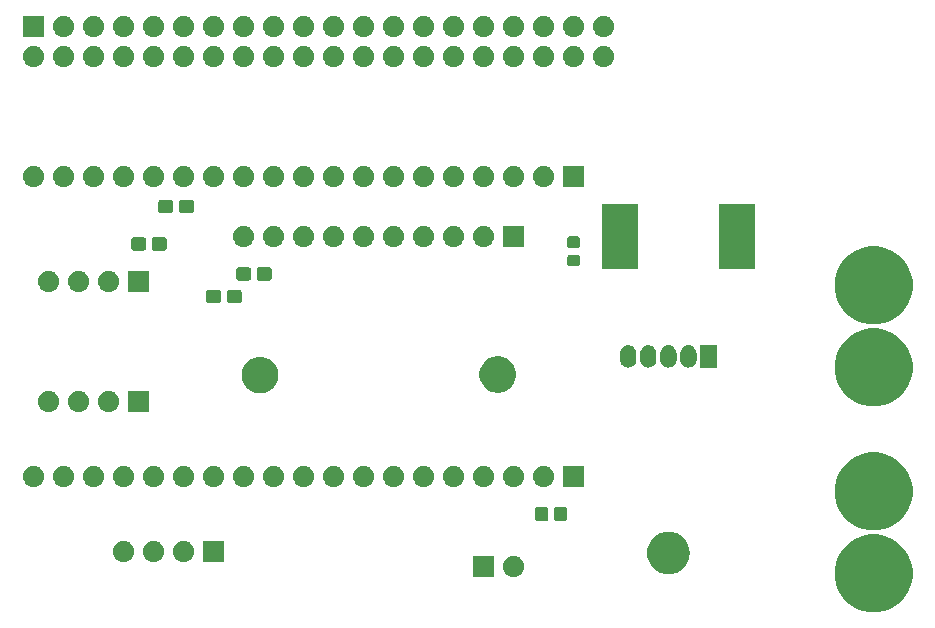
<source format=gbr>
G04 #@! TF.GenerationSoftware,KiCad,Pcbnew,5.0.2-bee76a0~70~ubuntu18.04.1*
G04 #@! TF.CreationDate,2019-11-21T17:40:54+09:00*
G04 #@! TF.ProjectId,Drone,44726f6e-652e-46b6-9963-61645f706362,rev?*
G04 #@! TF.SameCoordinates,Original*
G04 #@! TF.FileFunction,Soldermask,Top*
G04 #@! TF.FilePolarity,Negative*
%FSLAX46Y46*%
G04 Gerber Fmt 4.6, Leading zero omitted, Abs format (unit mm)*
G04 Created by KiCad (PCBNEW 5.0.2-bee76a0~70~ubuntu18.04.1) date 2019年11月21日 17時40分54秒*
%MOMM*%
%LPD*%
G01*
G04 APERTURE LIST*
%ADD10C,0.100000*%
G04 APERTURE END LIST*
D10*
G36*
X173682865Y-119345855D02*
X174283609Y-119594691D01*
X174824268Y-119955948D01*
X175284052Y-120415732D01*
X175645309Y-120956391D01*
X175894145Y-121557135D01*
X176021000Y-122194878D01*
X176021000Y-122845122D01*
X175894145Y-123482865D01*
X175645309Y-124083609D01*
X175284052Y-124624268D01*
X174824268Y-125084052D01*
X174283609Y-125445309D01*
X173682865Y-125694145D01*
X173045122Y-125821000D01*
X172394878Y-125821000D01*
X171757135Y-125694145D01*
X171156391Y-125445309D01*
X170615732Y-125084052D01*
X170155948Y-124624268D01*
X169794691Y-124083609D01*
X169545855Y-123482865D01*
X169419000Y-122845122D01*
X169419000Y-122194878D01*
X169545855Y-121557135D01*
X169794691Y-120956391D01*
X170155948Y-120415732D01*
X170615732Y-119955948D01*
X171156391Y-119594691D01*
X171757135Y-119345855D01*
X172394878Y-119219000D01*
X173045122Y-119219000D01*
X173682865Y-119345855D01*
X173682865Y-119345855D01*
G37*
G36*
X142350442Y-121025518D02*
X142416627Y-121032037D01*
X142529853Y-121066384D01*
X142586467Y-121083557D01*
X142716492Y-121153058D01*
X142742991Y-121167222D01*
X142778729Y-121196552D01*
X142880186Y-121279814D01*
X142963448Y-121381271D01*
X142992778Y-121417009D01*
X142992779Y-121417011D01*
X143076443Y-121573533D01*
X143076443Y-121573534D01*
X143127963Y-121743373D01*
X143145359Y-121920000D01*
X143127963Y-122096627D01*
X143098159Y-122194878D01*
X143076443Y-122266467D01*
X143055995Y-122304722D01*
X142992778Y-122422991D01*
X142963448Y-122458729D01*
X142880186Y-122560186D01*
X142778729Y-122643448D01*
X142742991Y-122672778D01*
X142742989Y-122672779D01*
X142586467Y-122756443D01*
X142529853Y-122773616D01*
X142416627Y-122807963D01*
X142350443Y-122814481D01*
X142284260Y-122821000D01*
X142195740Y-122821000D01*
X142129557Y-122814481D01*
X142063373Y-122807963D01*
X141950147Y-122773616D01*
X141893533Y-122756443D01*
X141737011Y-122672779D01*
X141737009Y-122672778D01*
X141701271Y-122643448D01*
X141599814Y-122560186D01*
X141516552Y-122458729D01*
X141487222Y-122422991D01*
X141424005Y-122304722D01*
X141403557Y-122266467D01*
X141381841Y-122194878D01*
X141352037Y-122096627D01*
X141334641Y-121920000D01*
X141352037Y-121743373D01*
X141403557Y-121573534D01*
X141403557Y-121573533D01*
X141487221Y-121417011D01*
X141487222Y-121417009D01*
X141516552Y-121381271D01*
X141599814Y-121279814D01*
X141701271Y-121196552D01*
X141737009Y-121167222D01*
X141763508Y-121153058D01*
X141893533Y-121083557D01*
X141950147Y-121066384D01*
X142063373Y-121032037D01*
X142129558Y-121025518D01*
X142195740Y-121019000D01*
X142284260Y-121019000D01*
X142350442Y-121025518D01*
X142350442Y-121025518D01*
G37*
G36*
X140601000Y-122821000D02*
X138799000Y-122821000D01*
X138799000Y-121019000D01*
X140601000Y-121019000D01*
X140601000Y-122821000D01*
X140601000Y-122821000D01*
G37*
G36*
X155526669Y-119007686D02*
X155703058Y-119025059D01*
X155929385Y-119093714D01*
X156042549Y-119128042D01*
X156355425Y-119295279D01*
X156629661Y-119520339D01*
X156854721Y-119794575D01*
X157021958Y-120107451D01*
X157033958Y-120147011D01*
X157124941Y-120446942D01*
X157159714Y-120800000D01*
X157124941Y-121153058D01*
X157083344Y-121290185D01*
X157021958Y-121492549D01*
X156854721Y-121805425D01*
X156629661Y-122079661D01*
X156355425Y-122304721D01*
X156042549Y-122471958D01*
X155929385Y-122506286D01*
X155703058Y-122574941D01*
X155526669Y-122592314D01*
X155438476Y-122601000D01*
X155261524Y-122601000D01*
X155173331Y-122592314D01*
X154996942Y-122574941D01*
X154770615Y-122506286D01*
X154657451Y-122471958D01*
X154344575Y-122304721D01*
X154070339Y-122079661D01*
X153845279Y-121805425D01*
X153678042Y-121492549D01*
X153616656Y-121290185D01*
X153575059Y-121153058D01*
X153540286Y-120800000D01*
X153575059Y-120446942D01*
X153666042Y-120147011D01*
X153678042Y-120107451D01*
X153845279Y-119794575D01*
X154070339Y-119520339D01*
X154344575Y-119295279D01*
X154657451Y-119128042D01*
X154770615Y-119093714D01*
X154996942Y-119025059D01*
X155173331Y-119007686D01*
X155261524Y-118999000D01*
X155438476Y-118999000D01*
X155526669Y-119007686D01*
X155526669Y-119007686D01*
G37*
G36*
X111870442Y-119755518D02*
X111936627Y-119762037D01*
X112043891Y-119794575D01*
X112106467Y-119813557D01*
X112245087Y-119887652D01*
X112262991Y-119897222D01*
X112298729Y-119926552D01*
X112400186Y-120009814D01*
X112480313Y-120107451D01*
X112512778Y-120147009D01*
X112512779Y-120147011D01*
X112596443Y-120303533D01*
X112596443Y-120303534D01*
X112647963Y-120473373D01*
X112665359Y-120650000D01*
X112647963Y-120826627D01*
X112613616Y-120939853D01*
X112596443Y-120996467D01*
X112577430Y-121032037D01*
X112512778Y-121152991D01*
X112483448Y-121188729D01*
X112400186Y-121290186D01*
X112298729Y-121373448D01*
X112262991Y-121402778D01*
X112262989Y-121402779D01*
X112106467Y-121486443D01*
X112049853Y-121503616D01*
X111936627Y-121537963D01*
X111870443Y-121544481D01*
X111804260Y-121551000D01*
X111715740Y-121551000D01*
X111649557Y-121544481D01*
X111583373Y-121537963D01*
X111470147Y-121503616D01*
X111413533Y-121486443D01*
X111257011Y-121402779D01*
X111257009Y-121402778D01*
X111221271Y-121373448D01*
X111119814Y-121290186D01*
X111036552Y-121188729D01*
X111007222Y-121152991D01*
X110942570Y-121032037D01*
X110923557Y-120996467D01*
X110906384Y-120939853D01*
X110872037Y-120826627D01*
X110854641Y-120650000D01*
X110872037Y-120473373D01*
X110923557Y-120303534D01*
X110923557Y-120303533D01*
X111007221Y-120147011D01*
X111007222Y-120147009D01*
X111039687Y-120107451D01*
X111119814Y-120009814D01*
X111221271Y-119926552D01*
X111257009Y-119897222D01*
X111274913Y-119887652D01*
X111413533Y-119813557D01*
X111476109Y-119794575D01*
X111583373Y-119762037D01*
X111649558Y-119755518D01*
X111715740Y-119749000D01*
X111804260Y-119749000D01*
X111870442Y-119755518D01*
X111870442Y-119755518D01*
G37*
G36*
X117741000Y-121551000D02*
X115939000Y-121551000D01*
X115939000Y-119749000D01*
X117741000Y-119749000D01*
X117741000Y-121551000D01*
X117741000Y-121551000D01*
G37*
G36*
X114410442Y-119755518D02*
X114476627Y-119762037D01*
X114583891Y-119794575D01*
X114646467Y-119813557D01*
X114785087Y-119887652D01*
X114802991Y-119897222D01*
X114838729Y-119926552D01*
X114940186Y-120009814D01*
X115020313Y-120107451D01*
X115052778Y-120147009D01*
X115052779Y-120147011D01*
X115136443Y-120303533D01*
X115136443Y-120303534D01*
X115187963Y-120473373D01*
X115205359Y-120650000D01*
X115187963Y-120826627D01*
X115153616Y-120939853D01*
X115136443Y-120996467D01*
X115117430Y-121032037D01*
X115052778Y-121152991D01*
X115023448Y-121188729D01*
X114940186Y-121290186D01*
X114838729Y-121373448D01*
X114802991Y-121402778D01*
X114802989Y-121402779D01*
X114646467Y-121486443D01*
X114589853Y-121503616D01*
X114476627Y-121537963D01*
X114410443Y-121544481D01*
X114344260Y-121551000D01*
X114255740Y-121551000D01*
X114189557Y-121544481D01*
X114123373Y-121537963D01*
X114010147Y-121503616D01*
X113953533Y-121486443D01*
X113797011Y-121402779D01*
X113797009Y-121402778D01*
X113761271Y-121373448D01*
X113659814Y-121290186D01*
X113576552Y-121188729D01*
X113547222Y-121152991D01*
X113482570Y-121032037D01*
X113463557Y-120996467D01*
X113446384Y-120939853D01*
X113412037Y-120826627D01*
X113394641Y-120650000D01*
X113412037Y-120473373D01*
X113463557Y-120303534D01*
X113463557Y-120303533D01*
X113547221Y-120147011D01*
X113547222Y-120147009D01*
X113579687Y-120107451D01*
X113659814Y-120009814D01*
X113761271Y-119926552D01*
X113797009Y-119897222D01*
X113814913Y-119887652D01*
X113953533Y-119813557D01*
X114016109Y-119794575D01*
X114123373Y-119762037D01*
X114189558Y-119755518D01*
X114255740Y-119749000D01*
X114344260Y-119749000D01*
X114410442Y-119755518D01*
X114410442Y-119755518D01*
G37*
G36*
X109330442Y-119755518D02*
X109396627Y-119762037D01*
X109503891Y-119794575D01*
X109566467Y-119813557D01*
X109705087Y-119887652D01*
X109722991Y-119897222D01*
X109758729Y-119926552D01*
X109860186Y-120009814D01*
X109940313Y-120107451D01*
X109972778Y-120147009D01*
X109972779Y-120147011D01*
X110056443Y-120303533D01*
X110056443Y-120303534D01*
X110107963Y-120473373D01*
X110125359Y-120650000D01*
X110107963Y-120826627D01*
X110073616Y-120939853D01*
X110056443Y-120996467D01*
X110037430Y-121032037D01*
X109972778Y-121152991D01*
X109943448Y-121188729D01*
X109860186Y-121290186D01*
X109758729Y-121373448D01*
X109722991Y-121402778D01*
X109722989Y-121402779D01*
X109566467Y-121486443D01*
X109509853Y-121503616D01*
X109396627Y-121537963D01*
X109330443Y-121544481D01*
X109264260Y-121551000D01*
X109175740Y-121551000D01*
X109109557Y-121544481D01*
X109043373Y-121537963D01*
X108930147Y-121503616D01*
X108873533Y-121486443D01*
X108717011Y-121402779D01*
X108717009Y-121402778D01*
X108681271Y-121373448D01*
X108579814Y-121290186D01*
X108496552Y-121188729D01*
X108467222Y-121152991D01*
X108402570Y-121032037D01*
X108383557Y-120996467D01*
X108366384Y-120939853D01*
X108332037Y-120826627D01*
X108314641Y-120650000D01*
X108332037Y-120473373D01*
X108383557Y-120303534D01*
X108383557Y-120303533D01*
X108467221Y-120147011D01*
X108467222Y-120147009D01*
X108499687Y-120107451D01*
X108579814Y-120009814D01*
X108681271Y-119926552D01*
X108717009Y-119897222D01*
X108734913Y-119887652D01*
X108873533Y-119813557D01*
X108936109Y-119794575D01*
X109043373Y-119762037D01*
X109109558Y-119755518D01*
X109175740Y-119749000D01*
X109264260Y-119749000D01*
X109330442Y-119755518D01*
X109330442Y-119755518D01*
G37*
G36*
X173682865Y-112395855D02*
X174283609Y-112644691D01*
X174824268Y-113005948D01*
X175284052Y-113465732D01*
X175645309Y-114006391D01*
X175894145Y-114607135D01*
X176021000Y-115244878D01*
X176021000Y-115895122D01*
X175894145Y-116532865D01*
X175645309Y-117133609D01*
X175284052Y-117674268D01*
X174824268Y-118134052D01*
X174283609Y-118495309D01*
X173682865Y-118744145D01*
X173045122Y-118871000D01*
X172394878Y-118871000D01*
X171757135Y-118744145D01*
X171156391Y-118495309D01*
X170615732Y-118134052D01*
X170155948Y-117674268D01*
X169794691Y-117133609D01*
X169545855Y-116532865D01*
X169419000Y-115895122D01*
X169419000Y-115244878D01*
X169545855Y-114607135D01*
X169794691Y-114006391D01*
X170155948Y-113465732D01*
X170615732Y-113005948D01*
X171156391Y-112644691D01*
X171757135Y-112395855D01*
X172394878Y-112269000D01*
X173045122Y-112269000D01*
X173682865Y-112395855D01*
X173682865Y-112395855D01*
G37*
G36*
X145006933Y-116878686D02*
X145046781Y-116890774D01*
X145083501Y-116910401D01*
X145115686Y-116936814D01*
X145142099Y-116968999D01*
X145161726Y-117005719D01*
X145173814Y-117045567D01*
X145178500Y-117093141D01*
X145178500Y-117856859D01*
X145173814Y-117904433D01*
X145161726Y-117944281D01*
X145142099Y-117981001D01*
X145115686Y-118013186D01*
X145083501Y-118039599D01*
X145046781Y-118059226D01*
X145006933Y-118071314D01*
X144959359Y-118076000D01*
X144295641Y-118076000D01*
X144248067Y-118071314D01*
X144208219Y-118059226D01*
X144171499Y-118039599D01*
X144139314Y-118013186D01*
X144112901Y-117981001D01*
X144093274Y-117944281D01*
X144081186Y-117904433D01*
X144076500Y-117856859D01*
X144076500Y-117093141D01*
X144081186Y-117045567D01*
X144093274Y-117005719D01*
X144112901Y-116968999D01*
X144139314Y-116936814D01*
X144171499Y-116910401D01*
X144208219Y-116890774D01*
X144248067Y-116878686D01*
X144295641Y-116874000D01*
X144959359Y-116874000D01*
X145006933Y-116878686D01*
X145006933Y-116878686D01*
G37*
G36*
X146581933Y-116878686D02*
X146621781Y-116890774D01*
X146658501Y-116910401D01*
X146690686Y-116936814D01*
X146717099Y-116968999D01*
X146736726Y-117005719D01*
X146748814Y-117045567D01*
X146753500Y-117093141D01*
X146753500Y-117856859D01*
X146748814Y-117904433D01*
X146736726Y-117944281D01*
X146717099Y-117981001D01*
X146690686Y-118013186D01*
X146658501Y-118039599D01*
X146621781Y-118059226D01*
X146581933Y-118071314D01*
X146534359Y-118076000D01*
X145870641Y-118076000D01*
X145823067Y-118071314D01*
X145783219Y-118059226D01*
X145746499Y-118039599D01*
X145714314Y-118013186D01*
X145687901Y-117981001D01*
X145668274Y-117944281D01*
X145656186Y-117904433D01*
X145651500Y-117856859D01*
X145651500Y-117093141D01*
X145656186Y-117045567D01*
X145668274Y-117005719D01*
X145687901Y-116968999D01*
X145714314Y-116936814D01*
X145746499Y-116910401D01*
X145783219Y-116890774D01*
X145823067Y-116878686D01*
X145870641Y-116874000D01*
X146534359Y-116874000D01*
X146581933Y-116878686D01*
X146581933Y-116878686D01*
G37*
G36*
X134730443Y-113405519D02*
X134796627Y-113412037D01*
X134909853Y-113446384D01*
X134966467Y-113463557D01*
X135105087Y-113537652D01*
X135122991Y-113547222D01*
X135158729Y-113576552D01*
X135260186Y-113659814D01*
X135343448Y-113761271D01*
X135372778Y-113797009D01*
X135372779Y-113797011D01*
X135456443Y-113953533D01*
X135456443Y-113953534D01*
X135507963Y-114123373D01*
X135525359Y-114300000D01*
X135507963Y-114476627D01*
X135473616Y-114589853D01*
X135456443Y-114646467D01*
X135382348Y-114785087D01*
X135372778Y-114802991D01*
X135343448Y-114838729D01*
X135260186Y-114940186D01*
X135158729Y-115023448D01*
X135122991Y-115052778D01*
X135122989Y-115052779D01*
X134966467Y-115136443D01*
X134909853Y-115153616D01*
X134796627Y-115187963D01*
X134730442Y-115194482D01*
X134664260Y-115201000D01*
X134575740Y-115201000D01*
X134509558Y-115194482D01*
X134443373Y-115187963D01*
X134330147Y-115153616D01*
X134273533Y-115136443D01*
X134117011Y-115052779D01*
X134117009Y-115052778D01*
X134081271Y-115023448D01*
X133979814Y-114940186D01*
X133896552Y-114838729D01*
X133867222Y-114802991D01*
X133857652Y-114785087D01*
X133783557Y-114646467D01*
X133766384Y-114589853D01*
X133732037Y-114476627D01*
X133714641Y-114300000D01*
X133732037Y-114123373D01*
X133783557Y-113953534D01*
X133783557Y-113953533D01*
X133867221Y-113797011D01*
X133867222Y-113797009D01*
X133896552Y-113761271D01*
X133979814Y-113659814D01*
X134081271Y-113576552D01*
X134117009Y-113547222D01*
X134134913Y-113537652D01*
X134273533Y-113463557D01*
X134330147Y-113446384D01*
X134443373Y-113412037D01*
X134509557Y-113405519D01*
X134575740Y-113399000D01*
X134664260Y-113399000D01*
X134730443Y-113405519D01*
X134730443Y-113405519D01*
G37*
G36*
X101710443Y-113405519D02*
X101776627Y-113412037D01*
X101889853Y-113446384D01*
X101946467Y-113463557D01*
X102085087Y-113537652D01*
X102102991Y-113547222D01*
X102138729Y-113576552D01*
X102240186Y-113659814D01*
X102323448Y-113761271D01*
X102352778Y-113797009D01*
X102352779Y-113797011D01*
X102436443Y-113953533D01*
X102436443Y-113953534D01*
X102487963Y-114123373D01*
X102505359Y-114300000D01*
X102487963Y-114476627D01*
X102453616Y-114589853D01*
X102436443Y-114646467D01*
X102362348Y-114785087D01*
X102352778Y-114802991D01*
X102323448Y-114838729D01*
X102240186Y-114940186D01*
X102138729Y-115023448D01*
X102102991Y-115052778D01*
X102102989Y-115052779D01*
X101946467Y-115136443D01*
X101889853Y-115153616D01*
X101776627Y-115187963D01*
X101710442Y-115194482D01*
X101644260Y-115201000D01*
X101555740Y-115201000D01*
X101489558Y-115194482D01*
X101423373Y-115187963D01*
X101310147Y-115153616D01*
X101253533Y-115136443D01*
X101097011Y-115052779D01*
X101097009Y-115052778D01*
X101061271Y-115023448D01*
X100959814Y-114940186D01*
X100876552Y-114838729D01*
X100847222Y-114802991D01*
X100837652Y-114785087D01*
X100763557Y-114646467D01*
X100746384Y-114589853D01*
X100712037Y-114476627D01*
X100694641Y-114300000D01*
X100712037Y-114123373D01*
X100763557Y-113953534D01*
X100763557Y-113953533D01*
X100847221Y-113797011D01*
X100847222Y-113797009D01*
X100876552Y-113761271D01*
X100959814Y-113659814D01*
X101061271Y-113576552D01*
X101097009Y-113547222D01*
X101114913Y-113537652D01*
X101253533Y-113463557D01*
X101310147Y-113446384D01*
X101423373Y-113412037D01*
X101489557Y-113405519D01*
X101555740Y-113399000D01*
X101644260Y-113399000D01*
X101710443Y-113405519D01*
X101710443Y-113405519D01*
G37*
G36*
X104250443Y-113405519D02*
X104316627Y-113412037D01*
X104429853Y-113446384D01*
X104486467Y-113463557D01*
X104625087Y-113537652D01*
X104642991Y-113547222D01*
X104678729Y-113576552D01*
X104780186Y-113659814D01*
X104863448Y-113761271D01*
X104892778Y-113797009D01*
X104892779Y-113797011D01*
X104976443Y-113953533D01*
X104976443Y-113953534D01*
X105027963Y-114123373D01*
X105045359Y-114300000D01*
X105027963Y-114476627D01*
X104993616Y-114589853D01*
X104976443Y-114646467D01*
X104902348Y-114785087D01*
X104892778Y-114802991D01*
X104863448Y-114838729D01*
X104780186Y-114940186D01*
X104678729Y-115023448D01*
X104642991Y-115052778D01*
X104642989Y-115052779D01*
X104486467Y-115136443D01*
X104429853Y-115153616D01*
X104316627Y-115187963D01*
X104250442Y-115194482D01*
X104184260Y-115201000D01*
X104095740Y-115201000D01*
X104029558Y-115194482D01*
X103963373Y-115187963D01*
X103850147Y-115153616D01*
X103793533Y-115136443D01*
X103637011Y-115052779D01*
X103637009Y-115052778D01*
X103601271Y-115023448D01*
X103499814Y-114940186D01*
X103416552Y-114838729D01*
X103387222Y-114802991D01*
X103377652Y-114785087D01*
X103303557Y-114646467D01*
X103286384Y-114589853D01*
X103252037Y-114476627D01*
X103234641Y-114300000D01*
X103252037Y-114123373D01*
X103303557Y-113953534D01*
X103303557Y-113953533D01*
X103387221Y-113797011D01*
X103387222Y-113797009D01*
X103416552Y-113761271D01*
X103499814Y-113659814D01*
X103601271Y-113576552D01*
X103637009Y-113547222D01*
X103654913Y-113537652D01*
X103793533Y-113463557D01*
X103850147Y-113446384D01*
X103963373Y-113412037D01*
X104029557Y-113405519D01*
X104095740Y-113399000D01*
X104184260Y-113399000D01*
X104250443Y-113405519D01*
X104250443Y-113405519D01*
G37*
G36*
X106790443Y-113405519D02*
X106856627Y-113412037D01*
X106969853Y-113446384D01*
X107026467Y-113463557D01*
X107165087Y-113537652D01*
X107182991Y-113547222D01*
X107218729Y-113576552D01*
X107320186Y-113659814D01*
X107403448Y-113761271D01*
X107432778Y-113797009D01*
X107432779Y-113797011D01*
X107516443Y-113953533D01*
X107516443Y-113953534D01*
X107567963Y-114123373D01*
X107585359Y-114300000D01*
X107567963Y-114476627D01*
X107533616Y-114589853D01*
X107516443Y-114646467D01*
X107442348Y-114785087D01*
X107432778Y-114802991D01*
X107403448Y-114838729D01*
X107320186Y-114940186D01*
X107218729Y-115023448D01*
X107182991Y-115052778D01*
X107182989Y-115052779D01*
X107026467Y-115136443D01*
X106969853Y-115153616D01*
X106856627Y-115187963D01*
X106790442Y-115194482D01*
X106724260Y-115201000D01*
X106635740Y-115201000D01*
X106569558Y-115194482D01*
X106503373Y-115187963D01*
X106390147Y-115153616D01*
X106333533Y-115136443D01*
X106177011Y-115052779D01*
X106177009Y-115052778D01*
X106141271Y-115023448D01*
X106039814Y-114940186D01*
X105956552Y-114838729D01*
X105927222Y-114802991D01*
X105917652Y-114785087D01*
X105843557Y-114646467D01*
X105826384Y-114589853D01*
X105792037Y-114476627D01*
X105774641Y-114300000D01*
X105792037Y-114123373D01*
X105843557Y-113953534D01*
X105843557Y-113953533D01*
X105927221Y-113797011D01*
X105927222Y-113797009D01*
X105956552Y-113761271D01*
X106039814Y-113659814D01*
X106141271Y-113576552D01*
X106177009Y-113547222D01*
X106194913Y-113537652D01*
X106333533Y-113463557D01*
X106390147Y-113446384D01*
X106503373Y-113412037D01*
X106569557Y-113405519D01*
X106635740Y-113399000D01*
X106724260Y-113399000D01*
X106790443Y-113405519D01*
X106790443Y-113405519D01*
G37*
G36*
X109330443Y-113405519D02*
X109396627Y-113412037D01*
X109509853Y-113446384D01*
X109566467Y-113463557D01*
X109705087Y-113537652D01*
X109722991Y-113547222D01*
X109758729Y-113576552D01*
X109860186Y-113659814D01*
X109943448Y-113761271D01*
X109972778Y-113797009D01*
X109972779Y-113797011D01*
X110056443Y-113953533D01*
X110056443Y-113953534D01*
X110107963Y-114123373D01*
X110125359Y-114300000D01*
X110107963Y-114476627D01*
X110073616Y-114589853D01*
X110056443Y-114646467D01*
X109982348Y-114785087D01*
X109972778Y-114802991D01*
X109943448Y-114838729D01*
X109860186Y-114940186D01*
X109758729Y-115023448D01*
X109722991Y-115052778D01*
X109722989Y-115052779D01*
X109566467Y-115136443D01*
X109509853Y-115153616D01*
X109396627Y-115187963D01*
X109330442Y-115194482D01*
X109264260Y-115201000D01*
X109175740Y-115201000D01*
X109109558Y-115194482D01*
X109043373Y-115187963D01*
X108930147Y-115153616D01*
X108873533Y-115136443D01*
X108717011Y-115052779D01*
X108717009Y-115052778D01*
X108681271Y-115023448D01*
X108579814Y-114940186D01*
X108496552Y-114838729D01*
X108467222Y-114802991D01*
X108457652Y-114785087D01*
X108383557Y-114646467D01*
X108366384Y-114589853D01*
X108332037Y-114476627D01*
X108314641Y-114300000D01*
X108332037Y-114123373D01*
X108383557Y-113953534D01*
X108383557Y-113953533D01*
X108467221Y-113797011D01*
X108467222Y-113797009D01*
X108496552Y-113761271D01*
X108579814Y-113659814D01*
X108681271Y-113576552D01*
X108717009Y-113547222D01*
X108734913Y-113537652D01*
X108873533Y-113463557D01*
X108930147Y-113446384D01*
X109043373Y-113412037D01*
X109109557Y-113405519D01*
X109175740Y-113399000D01*
X109264260Y-113399000D01*
X109330443Y-113405519D01*
X109330443Y-113405519D01*
G37*
G36*
X111870443Y-113405519D02*
X111936627Y-113412037D01*
X112049853Y-113446384D01*
X112106467Y-113463557D01*
X112245087Y-113537652D01*
X112262991Y-113547222D01*
X112298729Y-113576552D01*
X112400186Y-113659814D01*
X112483448Y-113761271D01*
X112512778Y-113797009D01*
X112512779Y-113797011D01*
X112596443Y-113953533D01*
X112596443Y-113953534D01*
X112647963Y-114123373D01*
X112665359Y-114300000D01*
X112647963Y-114476627D01*
X112613616Y-114589853D01*
X112596443Y-114646467D01*
X112522348Y-114785087D01*
X112512778Y-114802991D01*
X112483448Y-114838729D01*
X112400186Y-114940186D01*
X112298729Y-115023448D01*
X112262991Y-115052778D01*
X112262989Y-115052779D01*
X112106467Y-115136443D01*
X112049853Y-115153616D01*
X111936627Y-115187963D01*
X111870442Y-115194482D01*
X111804260Y-115201000D01*
X111715740Y-115201000D01*
X111649558Y-115194482D01*
X111583373Y-115187963D01*
X111470147Y-115153616D01*
X111413533Y-115136443D01*
X111257011Y-115052779D01*
X111257009Y-115052778D01*
X111221271Y-115023448D01*
X111119814Y-114940186D01*
X111036552Y-114838729D01*
X111007222Y-114802991D01*
X110997652Y-114785087D01*
X110923557Y-114646467D01*
X110906384Y-114589853D01*
X110872037Y-114476627D01*
X110854641Y-114300000D01*
X110872037Y-114123373D01*
X110923557Y-113953534D01*
X110923557Y-113953533D01*
X111007221Y-113797011D01*
X111007222Y-113797009D01*
X111036552Y-113761271D01*
X111119814Y-113659814D01*
X111221271Y-113576552D01*
X111257009Y-113547222D01*
X111274913Y-113537652D01*
X111413533Y-113463557D01*
X111470147Y-113446384D01*
X111583373Y-113412037D01*
X111649557Y-113405519D01*
X111715740Y-113399000D01*
X111804260Y-113399000D01*
X111870443Y-113405519D01*
X111870443Y-113405519D01*
G37*
G36*
X114410443Y-113405519D02*
X114476627Y-113412037D01*
X114589853Y-113446384D01*
X114646467Y-113463557D01*
X114785087Y-113537652D01*
X114802991Y-113547222D01*
X114838729Y-113576552D01*
X114940186Y-113659814D01*
X115023448Y-113761271D01*
X115052778Y-113797009D01*
X115052779Y-113797011D01*
X115136443Y-113953533D01*
X115136443Y-113953534D01*
X115187963Y-114123373D01*
X115205359Y-114300000D01*
X115187963Y-114476627D01*
X115153616Y-114589853D01*
X115136443Y-114646467D01*
X115062348Y-114785087D01*
X115052778Y-114802991D01*
X115023448Y-114838729D01*
X114940186Y-114940186D01*
X114838729Y-115023448D01*
X114802991Y-115052778D01*
X114802989Y-115052779D01*
X114646467Y-115136443D01*
X114589853Y-115153616D01*
X114476627Y-115187963D01*
X114410442Y-115194482D01*
X114344260Y-115201000D01*
X114255740Y-115201000D01*
X114189558Y-115194482D01*
X114123373Y-115187963D01*
X114010147Y-115153616D01*
X113953533Y-115136443D01*
X113797011Y-115052779D01*
X113797009Y-115052778D01*
X113761271Y-115023448D01*
X113659814Y-114940186D01*
X113576552Y-114838729D01*
X113547222Y-114802991D01*
X113537652Y-114785087D01*
X113463557Y-114646467D01*
X113446384Y-114589853D01*
X113412037Y-114476627D01*
X113394641Y-114300000D01*
X113412037Y-114123373D01*
X113463557Y-113953534D01*
X113463557Y-113953533D01*
X113547221Y-113797011D01*
X113547222Y-113797009D01*
X113576552Y-113761271D01*
X113659814Y-113659814D01*
X113761271Y-113576552D01*
X113797009Y-113547222D01*
X113814913Y-113537652D01*
X113953533Y-113463557D01*
X114010147Y-113446384D01*
X114123373Y-113412037D01*
X114189557Y-113405519D01*
X114255740Y-113399000D01*
X114344260Y-113399000D01*
X114410443Y-113405519D01*
X114410443Y-113405519D01*
G37*
G36*
X116950443Y-113405519D02*
X117016627Y-113412037D01*
X117129853Y-113446384D01*
X117186467Y-113463557D01*
X117325087Y-113537652D01*
X117342991Y-113547222D01*
X117378729Y-113576552D01*
X117480186Y-113659814D01*
X117563448Y-113761271D01*
X117592778Y-113797009D01*
X117592779Y-113797011D01*
X117676443Y-113953533D01*
X117676443Y-113953534D01*
X117727963Y-114123373D01*
X117745359Y-114300000D01*
X117727963Y-114476627D01*
X117693616Y-114589853D01*
X117676443Y-114646467D01*
X117602348Y-114785087D01*
X117592778Y-114802991D01*
X117563448Y-114838729D01*
X117480186Y-114940186D01*
X117378729Y-115023448D01*
X117342991Y-115052778D01*
X117342989Y-115052779D01*
X117186467Y-115136443D01*
X117129853Y-115153616D01*
X117016627Y-115187963D01*
X116950442Y-115194482D01*
X116884260Y-115201000D01*
X116795740Y-115201000D01*
X116729558Y-115194482D01*
X116663373Y-115187963D01*
X116550147Y-115153616D01*
X116493533Y-115136443D01*
X116337011Y-115052779D01*
X116337009Y-115052778D01*
X116301271Y-115023448D01*
X116199814Y-114940186D01*
X116116552Y-114838729D01*
X116087222Y-114802991D01*
X116077652Y-114785087D01*
X116003557Y-114646467D01*
X115986384Y-114589853D01*
X115952037Y-114476627D01*
X115934641Y-114300000D01*
X115952037Y-114123373D01*
X116003557Y-113953534D01*
X116003557Y-113953533D01*
X116087221Y-113797011D01*
X116087222Y-113797009D01*
X116116552Y-113761271D01*
X116199814Y-113659814D01*
X116301271Y-113576552D01*
X116337009Y-113547222D01*
X116354913Y-113537652D01*
X116493533Y-113463557D01*
X116550147Y-113446384D01*
X116663373Y-113412037D01*
X116729557Y-113405519D01*
X116795740Y-113399000D01*
X116884260Y-113399000D01*
X116950443Y-113405519D01*
X116950443Y-113405519D01*
G37*
G36*
X119490443Y-113405519D02*
X119556627Y-113412037D01*
X119669853Y-113446384D01*
X119726467Y-113463557D01*
X119865087Y-113537652D01*
X119882991Y-113547222D01*
X119918729Y-113576552D01*
X120020186Y-113659814D01*
X120103448Y-113761271D01*
X120132778Y-113797009D01*
X120132779Y-113797011D01*
X120216443Y-113953533D01*
X120216443Y-113953534D01*
X120267963Y-114123373D01*
X120285359Y-114300000D01*
X120267963Y-114476627D01*
X120233616Y-114589853D01*
X120216443Y-114646467D01*
X120142348Y-114785087D01*
X120132778Y-114802991D01*
X120103448Y-114838729D01*
X120020186Y-114940186D01*
X119918729Y-115023448D01*
X119882991Y-115052778D01*
X119882989Y-115052779D01*
X119726467Y-115136443D01*
X119669853Y-115153616D01*
X119556627Y-115187963D01*
X119490442Y-115194482D01*
X119424260Y-115201000D01*
X119335740Y-115201000D01*
X119269558Y-115194482D01*
X119203373Y-115187963D01*
X119090147Y-115153616D01*
X119033533Y-115136443D01*
X118877011Y-115052779D01*
X118877009Y-115052778D01*
X118841271Y-115023448D01*
X118739814Y-114940186D01*
X118656552Y-114838729D01*
X118627222Y-114802991D01*
X118617652Y-114785087D01*
X118543557Y-114646467D01*
X118526384Y-114589853D01*
X118492037Y-114476627D01*
X118474641Y-114300000D01*
X118492037Y-114123373D01*
X118543557Y-113953534D01*
X118543557Y-113953533D01*
X118627221Y-113797011D01*
X118627222Y-113797009D01*
X118656552Y-113761271D01*
X118739814Y-113659814D01*
X118841271Y-113576552D01*
X118877009Y-113547222D01*
X118894913Y-113537652D01*
X119033533Y-113463557D01*
X119090147Y-113446384D01*
X119203373Y-113412037D01*
X119269557Y-113405519D01*
X119335740Y-113399000D01*
X119424260Y-113399000D01*
X119490443Y-113405519D01*
X119490443Y-113405519D01*
G37*
G36*
X122030443Y-113405519D02*
X122096627Y-113412037D01*
X122209853Y-113446384D01*
X122266467Y-113463557D01*
X122405087Y-113537652D01*
X122422991Y-113547222D01*
X122458729Y-113576552D01*
X122560186Y-113659814D01*
X122643448Y-113761271D01*
X122672778Y-113797009D01*
X122672779Y-113797011D01*
X122756443Y-113953533D01*
X122756443Y-113953534D01*
X122807963Y-114123373D01*
X122825359Y-114300000D01*
X122807963Y-114476627D01*
X122773616Y-114589853D01*
X122756443Y-114646467D01*
X122682348Y-114785087D01*
X122672778Y-114802991D01*
X122643448Y-114838729D01*
X122560186Y-114940186D01*
X122458729Y-115023448D01*
X122422991Y-115052778D01*
X122422989Y-115052779D01*
X122266467Y-115136443D01*
X122209853Y-115153616D01*
X122096627Y-115187963D01*
X122030442Y-115194482D01*
X121964260Y-115201000D01*
X121875740Y-115201000D01*
X121809558Y-115194482D01*
X121743373Y-115187963D01*
X121630147Y-115153616D01*
X121573533Y-115136443D01*
X121417011Y-115052779D01*
X121417009Y-115052778D01*
X121381271Y-115023448D01*
X121279814Y-114940186D01*
X121196552Y-114838729D01*
X121167222Y-114802991D01*
X121157652Y-114785087D01*
X121083557Y-114646467D01*
X121066384Y-114589853D01*
X121032037Y-114476627D01*
X121014641Y-114300000D01*
X121032037Y-114123373D01*
X121083557Y-113953534D01*
X121083557Y-113953533D01*
X121167221Y-113797011D01*
X121167222Y-113797009D01*
X121196552Y-113761271D01*
X121279814Y-113659814D01*
X121381271Y-113576552D01*
X121417009Y-113547222D01*
X121434913Y-113537652D01*
X121573533Y-113463557D01*
X121630147Y-113446384D01*
X121743373Y-113412037D01*
X121809557Y-113405519D01*
X121875740Y-113399000D01*
X121964260Y-113399000D01*
X122030443Y-113405519D01*
X122030443Y-113405519D01*
G37*
G36*
X124570443Y-113405519D02*
X124636627Y-113412037D01*
X124749853Y-113446384D01*
X124806467Y-113463557D01*
X124945087Y-113537652D01*
X124962991Y-113547222D01*
X124998729Y-113576552D01*
X125100186Y-113659814D01*
X125183448Y-113761271D01*
X125212778Y-113797009D01*
X125212779Y-113797011D01*
X125296443Y-113953533D01*
X125296443Y-113953534D01*
X125347963Y-114123373D01*
X125365359Y-114300000D01*
X125347963Y-114476627D01*
X125313616Y-114589853D01*
X125296443Y-114646467D01*
X125222348Y-114785087D01*
X125212778Y-114802991D01*
X125183448Y-114838729D01*
X125100186Y-114940186D01*
X124998729Y-115023448D01*
X124962991Y-115052778D01*
X124962989Y-115052779D01*
X124806467Y-115136443D01*
X124749853Y-115153616D01*
X124636627Y-115187963D01*
X124570442Y-115194482D01*
X124504260Y-115201000D01*
X124415740Y-115201000D01*
X124349558Y-115194482D01*
X124283373Y-115187963D01*
X124170147Y-115153616D01*
X124113533Y-115136443D01*
X123957011Y-115052779D01*
X123957009Y-115052778D01*
X123921271Y-115023448D01*
X123819814Y-114940186D01*
X123736552Y-114838729D01*
X123707222Y-114802991D01*
X123697652Y-114785087D01*
X123623557Y-114646467D01*
X123606384Y-114589853D01*
X123572037Y-114476627D01*
X123554641Y-114300000D01*
X123572037Y-114123373D01*
X123623557Y-113953534D01*
X123623557Y-113953533D01*
X123707221Y-113797011D01*
X123707222Y-113797009D01*
X123736552Y-113761271D01*
X123819814Y-113659814D01*
X123921271Y-113576552D01*
X123957009Y-113547222D01*
X123974913Y-113537652D01*
X124113533Y-113463557D01*
X124170147Y-113446384D01*
X124283373Y-113412037D01*
X124349557Y-113405519D01*
X124415740Y-113399000D01*
X124504260Y-113399000D01*
X124570443Y-113405519D01*
X124570443Y-113405519D01*
G37*
G36*
X127110443Y-113405519D02*
X127176627Y-113412037D01*
X127289853Y-113446384D01*
X127346467Y-113463557D01*
X127485087Y-113537652D01*
X127502991Y-113547222D01*
X127538729Y-113576552D01*
X127640186Y-113659814D01*
X127723448Y-113761271D01*
X127752778Y-113797009D01*
X127752779Y-113797011D01*
X127836443Y-113953533D01*
X127836443Y-113953534D01*
X127887963Y-114123373D01*
X127905359Y-114300000D01*
X127887963Y-114476627D01*
X127853616Y-114589853D01*
X127836443Y-114646467D01*
X127762348Y-114785087D01*
X127752778Y-114802991D01*
X127723448Y-114838729D01*
X127640186Y-114940186D01*
X127538729Y-115023448D01*
X127502991Y-115052778D01*
X127502989Y-115052779D01*
X127346467Y-115136443D01*
X127289853Y-115153616D01*
X127176627Y-115187963D01*
X127110442Y-115194482D01*
X127044260Y-115201000D01*
X126955740Y-115201000D01*
X126889558Y-115194482D01*
X126823373Y-115187963D01*
X126710147Y-115153616D01*
X126653533Y-115136443D01*
X126497011Y-115052779D01*
X126497009Y-115052778D01*
X126461271Y-115023448D01*
X126359814Y-114940186D01*
X126276552Y-114838729D01*
X126247222Y-114802991D01*
X126237652Y-114785087D01*
X126163557Y-114646467D01*
X126146384Y-114589853D01*
X126112037Y-114476627D01*
X126094641Y-114300000D01*
X126112037Y-114123373D01*
X126163557Y-113953534D01*
X126163557Y-113953533D01*
X126247221Y-113797011D01*
X126247222Y-113797009D01*
X126276552Y-113761271D01*
X126359814Y-113659814D01*
X126461271Y-113576552D01*
X126497009Y-113547222D01*
X126514913Y-113537652D01*
X126653533Y-113463557D01*
X126710147Y-113446384D01*
X126823373Y-113412037D01*
X126889557Y-113405519D01*
X126955740Y-113399000D01*
X127044260Y-113399000D01*
X127110443Y-113405519D01*
X127110443Y-113405519D01*
G37*
G36*
X129650443Y-113405519D02*
X129716627Y-113412037D01*
X129829853Y-113446384D01*
X129886467Y-113463557D01*
X130025087Y-113537652D01*
X130042991Y-113547222D01*
X130078729Y-113576552D01*
X130180186Y-113659814D01*
X130263448Y-113761271D01*
X130292778Y-113797009D01*
X130292779Y-113797011D01*
X130376443Y-113953533D01*
X130376443Y-113953534D01*
X130427963Y-114123373D01*
X130445359Y-114300000D01*
X130427963Y-114476627D01*
X130393616Y-114589853D01*
X130376443Y-114646467D01*
X130302348Y-114785087D01*
X130292778Y-114802991D01*
X130263448Y-114838729D01*
X130180186Y-114940186D01*
X130078729Y-115023448D01*
X130042991Y-115052778D01*
X130042989Y-115052779D01*
X129886467Y-115136443D01*
X129829853Y-115153616D01*
X129716627Y-115187963D01*
X129650442Y-115194482D01*
X129584260Y-115201000D01*
X129495740Y-115201000D01*
X129429558Y-115194482D01*
X129363373Y-115187963D01*
X129250147Y-115153616D01*
X129193533Y-115136443D01*
X129037011Y-115052779D01*
X129037009Y-115052778D01*
X129001271Y-115023448D01*
X128899814Y-114940186D01*
X128816552Y-114838729D01*
X128787222Y-114802991D01*
X128777652Y-114785087D01*
X128703557Y-114646467D01*
X128686384Y-114589853D01*
X128652037Y-114476627D01*
X128634641Y-114300000D01*
X128652037Y-114123373D01*
X128703557Y-113953534D01*
X128703557Y-113953533D01*
X128787221Y-113797011D01*
X128787222Y-113797009D01*
X128816552Y-113761271D01*
X128899814Y-113659814D01*
X129001271Y-113576552D01*
X129037009Y-113547222D01*
X129054913Y-113537652D01*
X129193533Y-113463557D01*
X129250147Y-113446384D01*
X129363373Y-113412037D01*
X129429557Y-113405519D01*
X129495740Y-113399000D01*
X129584260Y-113399000D01*
X129650443Y-113405519D01*
X129650443Y-113405519D01*
G37*
G36*
X132190443Y-113405519D02*
X132256627Y-113412037D01*
X132369853Y-113446384D01*
X132426467Y-113463557D01*
X132565087Y-113537652D01*
X132582991Y-113547222D01*
X132618729Y-113576552D01*
X132720186Y-113659814D01*
X132803448Y-113761271D01*
X132832778Y-113797009D01*
X132832779Y-113797011D01*
X132916443Y-113953533D01*
X132916443Y-113953534D01*
X132967963Y-114123373D01*
X132985359Y-114300000D01*
X132967963Y-114476627D01*
X132933616Y-114589853D01*
X132916443Y-114646467D01*
X132842348Y-114785087D01*
X132832778Y-114802991D01*
X132803448Y-114838729D01*
X132720186Y-114940186D01*
X132618729Y-115023448D01*
X132582991Y-115052778D01*
X132582989Y-115052779D01*
X132426467Y-115136443D01*
X132369853Y-115153616D01*
X132256627Y-115187963D01*
X132190442Y-115194482D01*
X132124260Y-115201000D01*
X132035740Y-115201000D01*
X131969558Y-115194482D01*
X131903373Y-115187963D01*
X131790147Y-115153616D01*
X131733533Y-115136443D01*
X131577011Y-115052779D01*
X131577009Y-115052778D01*
X131541271Y-115023448D01*
X131439814Y-114940186D01*
X131356552Y-114838729D01*
X131327222Y-114802991D01*
X131317652Y-114785087D01*
X131243557Y-114646467D01*
X131226384Y-114589853D01*
X131192037Y-114476627D01*
X131174641Y-114300000D01*
X131192037Y-114123373D01*
X131243557Y-113953534D01*
X131243557Y-113953533D01*
X131327221Y-113797011D01*
X131327222Y-113797009D01*
X131356552Y-113761271D01*
X131439814Y-113659814D01*
X131541271Y-113576552D01*
X131577009Y-113547222D01*
X131594913Y-113537652D01*
X131733533Y-113463557D01*
X131790147Y-113446384D01*
X131903373Y-113412037D01*
X131969557Y-113405519D01*
X132035740Y-113399000D01*
X132124260Y-113399000D01*
X132190443Y-113405519D01*
X132190443Y-113405519D01*
G37*
G36*
X137270443Y-113405519D02*
X137336627Y-113412037D01*
X137449853Y-113446384D01*
X137506467Y-113463557D01*
X137645087Y-113537652D01*
X137662991Y-113547222D01*
X137698729Y-113576552D01*
X137800186Y-113659814D01*
X137883448Y-113761271D01*
X137912778Y-113797009D01*
X137912779Y-113797011D01*
X137996443Y-113953533D01*
X137996443Y-113953534D01*
X138047963Y-114123373D01*
X138065359Y-114300000D01*
X138047963Y-114476627D01*
X138013616Y-114589853D01*
X137996443Y-114646467D01*
X137922348Y-114785087D01*
X137912778Y-114802991D01*
X137883448Y-114838729D01*
X137800186Y-114940186D01*
X137698729Y-115023448D01*
X137662991Y-115052778D01*
X137662989Y-115052779D01*
X137506467Y-115136443D01*
X137449853Y-115153616D01*
X137336627Y-115187963D01*
X137270442Y-115194482D01*
X137204260Y-115201000D01*
X137115740Y-115201000D01*
X137049558Y-115194482D01*
X136983373Y-115187963D01*
X136870147Y-115153616D01*
X136813533Y-115136443D01*
X136657011Y-115052779D01*
X136657009Y-115052778D01*
X136621271Y-115023448D01*
X136519814Y-114940186D01*
X136436552Y-114838729D01*
X136407222Y-114802991D01*
X136397652Y-114785087D01*
X136323557Y-114646467D01*
X136306384Y-114589853D01*
X136272037Y-114476627D01*
X136254641Y-114300000D01*
X136272037Y-114123373D01*
X136323557Y-113953534D01*
X136323557Y-113953533D01*
X136407221Y-113797011D01*
X136407222Y-113797009D01*
X136436552Y-113761271D01*
X136519814Y-113659814D01*
X136621271Y-113576552D01*
X136657009Y-113547222D01*
X136674913Y-113537652D01*
X136813533Y-113463557D01*
X136870147Y-113446384D01*
X136983373Y-113412037D01*
X137049557Y-113405519D01*
X137115740Y-113399000D01*
X137204260Y-113399000D01*
X137270443Y-113405519D01*
X137270443Y-113405519D01*
G37*
G36*
X139810443Y-113405519D02*
X139876627Y-113412037D01*
X139989853Y-113446384D01*
X140046467Y-113463557D01*
X140185087Y-113537652D01*
X140202991Y-113547222D01*
X140238729Y-113576552D01*
X140340186Y-113659814D01*
X140423448Y-113761271D01*
X140452778Y-113797009D01*
X140452779Y-113797011D01*
X140536443Y-113953533D01*
X140536443Y-113953534D01*
X140587963Y-114123373D01*
X140605359Y-114300000D01*
X140587963Y-114476627D01*
X140553616Y-114589853D01*
X140536443Y-114646467D01*
X140462348Y-114785087D01*
X140452778Y-114802991D01*
X140423448Y-114838729D01*
X140340186Y-114940186D01*
X140238729Y-115023448D01*
X140202991Y-115052778D01*
X140202989Y-115052779D01*
X140046467Y-115136443D01*
X139989853Y-115153616D01*
X139876627Y-115187963D01*
X139810442Y-115194482D01*
X139744260Y-115201000D01*
X139655740Y-115201000D01*
X139589558Y-115194482D01*
X139523373Y-115187963D01*
X139410147Y-115153616D01*
X139353533Y-115136443D01*
X139197011Y-115052779D01*
X139197009Y-115052778D01*
X139161271Y-115023448D01*
X139059814Y-114940186D01*
X138976552Y-114838729D01*
X138947222Y-114802991D01*
X138937652Y-114785087D01*
X138863557Y-114646467D01*
X138846384Y-114589853D01*
X138812037Y-114476627D01*
X138794641Y-114300000D01*
X138812037Y-114123373D01*
X138863557Y-113953534D01*
X138863557Y-113953533D01*
X138947221Y-113797011D01*
X138947222Y-113797009D01*
X138976552Y-113761271D01*
X139059814Y-113659814D01*
X139161271Y-113576552D01*
X139197009Y-113547222D01*
X139214913Y-113537652D01*
X139353533Y-113463557D01*
X139410147Y-113446384D01*
X139523373Y-113412037D01*
X139589557Y-113405519D01*
X139655740Y-113399000D01*
X139744260Y-113399000D01*
X139810443Y-113405519D01*
X139810443Y-113405519D01*
G37*
G36*
X142350443Y-113405519D02*
X142416627Y-113412037D01*
X142529853Y-113446384D01*
X142586467Y-113463557D01*
X142725087Y-113537652D01*
X142742991Y-113547222D01*
X142778729Y-113576552D01*
X142880186Y-113659814D01*
X142963448Y-113761271D01*
X142992778Y-113797009D01*
X142992779Y-113797011D01*
X143076443Y-113953533D01*
X143076443Y-113953534D01*
X143127963Y-114123373D01*
X143145359Y-114300000D01*
X143127963Y-114476627D01*
X143093616Y-114589853D01*
X143076443Y-114646467D01*
X143002348Y-114785087D01*
X142992778Y-114802991D01*
X142963448Y-114838729D01*
X142880186Y-114940186D01*
X142778729Y-115023448D01*
X142742991Y-115052778D01*
X142742989Y-115052779D01*
X142586467Y-115136443D01*
X142529853Y-115153616D01*
X142416627Y-115187963D01*
X142350442Y-115194482D01*
X142284260Y-115201000D01*
X142195740Y-115201000D01*
X142129558Y-115194482D01*
X142063373Y-115187963D01*
X141950147Y-115153616D01*
X141893533Y-115136443D01*
X141737011Y-115052779D01*
X141737009Y-115052778D01*
X141701271Y-115023448D01*
X141599814Y-114940186D01*
X141516552Y-114838729D01*
X141487222Y-114802991D01*
X141477652Y-114785087D01*
X141403557Y-114646467D01*
X141386384Y-114589853D01*
X141352037Y-114476627D01*
X141334641Y-114300000D01*
X141352037Y-114123373D01*
X141403557Y-113953534D01*
X141403557Y-113953533D01*
X141487221Y-113797011D01*
X141487222Y-113797009D01*
X141516552Y-113761271D01*
X141599814Y-113659814D01*
X141701271Y-113576552D01*
X141737009Y-113547222D01*
X141754913Y-113537652D01*
X141893533Y-113463557D01*
X141950147Y-113446384D01*
X142063373Y-113412037D01*
X142129557Y-113405519D01*
X142195740Y-113399000D01*
X142284260Y-113399000D01*
X142350443Y-113405519D01*
X142350443Y-113405519D01*
G37*
G36*
X144890443Y-113405519D02*
X144956627Y-113412037D01*
X145069853Y-113446384D01*
X145126467Y-113463557D01*
X145265087Y-113537652D01*
X145282991Y-113547222D01*
X145318729Y-113576552D01*
X145420186Y-113659814D01*
X145503448Y-113761271D01*
X145532778Y-113797009D01*
X145532779Y-113797011D01*
X145616443Y-113953533D01*
X145616443Y-113953534D01*
X145667963Y-114123373D01*
X145685359Y-114300000D01*
X145667963Y-114476627D01*
X145633616Y-114589853D01*
X145616443Y-114646467D01*
X145542348Y-114785087D01*
X145532778Y-114802991D01*
X145503448Y-114838729D01*
X145420186Y-114940186D01*
X145318729Y-115023448D01*
X145282991Y-115052778D01*
X145282989Y-115052779D01*
X145126467Y-115136443D01*
X145069853Y-115153616D01*
X144956627Y-115187963D01*
X144890442Y-115194482D01*
X144824260Y-115201000D01*
X144735740Y-115201000D01*
X144669558Y-115194482D01*
X144603373Y-115187963D01*
X144490147Y-115153616D01*
X144433533Y-115136443D01*
X144277011Y-115052779D01*
X144277009Y-115052778D01*
X144241271Y-115023448D01*
X144139814Y-114940186D01*
X144056552Y-114838729D01*
X144027222Y-114802991D01*
X144017652Y-114785087D01*
X143943557Y-114646467D01*
X143926384Y-114589853D01*
X143892037Y-114476627D01*
X143874641Y-114300000D01*
X143892037Y-114123373D01*
X143943557Y-113953534D01*
X143943557Y-113953533D01*
X144027221Y-113797011D01*
X144027222Y-113797009D01*
X144056552Y-113761271D01*
X144139814Y-113659814D01*
X144241271Y-113576552D01*
X144277009Y-113547222D01*
X144294913Y-113537652D01*
X144433533Y-113463557D01*
X144490147Y-113446384D01*
X144603373Y-113412037D01*
X144669557Y-113405519D01*
X144735740Y-113399000D01*
X144824260Y-113399000D01*
X144890443Y-113405519D01*
X144890443Y-113405519D01*
G37*
G36*
X148221000Y-115201000D02*
X146419000Y-115201000D01*
X146419000Y-113399000D01*
X148221000Y-113399000D01*
X148221000Y-115201000D01*
X148221000Y-115201000D01*
G37*
G36*
X108060442Y-107055518D02*
X108126627Y-107062037D01*
X108239853Y-107096384D01*
X108296467Y-107113557D01*
X108374741Y-107155396D01*
X108452991Y-107197222D01*
X108488729Y-107226552D01*
X108590186Y-107309814D01*
X108673448Y-107411271D01*
X108702778Y-107447009D01*
X108702779Y-107447011D01*
X108786443Y-107603533D01*
X108786443Y-107603534D01*
X108837963Y-107773373D01*
X108855359Y-107950000D01*
X108837963Y-108126627D01*
X108803616Y-108239853D01*
X108786443Y-108296467D01*
X108743931Y-108376000D01*
X108702778Y-108452991D01*
X108673448Y-108488729D01*
X108590186Y-108590186D01*
X108488729Y-108673448D01*
X108452991Y-108702778D01*
X108452989Y-108702779D01*
X108296467Y-108786443D01*
X108239853Y-108803616D01*
X108126627Y-108837963D01*
X108060442Y-108844482D01*
X107994260Y-108851000D01*
X107905740Y-108851000D01*
X107839558Y-108844482D01*
X107773373Y-108837963D01*
X107660147Y-108803616D01*
X107603533Y-108786443D01*
X107447011Y-108702779D01*
X107447009Y-108702778D01*
X107411271Y-108673448D01*
X107309814Y-108590186D01*
X107226552Y-108488729D01*
X107197222Y-108452991D01*
X107156069Y-108376000D01*
X107113557Y-108296467D01*
X107096384Y-108239853D01*
X107062037Y-108126627D01*
X107044641Y-107950000D01*
X107062037Y-107773373D01*
X107113557Y-107603534D01*
X107113557Y-107603533D01*
X107197221Y-107447011D01*
X107197222Y-107447009D01*
X107226552Y-107411271D01*
X107309814Y-107309814D01*
X107411271Y-107226552D01*
X107447009Y-107197222D01*
X107525259Y-107155396D01*
X107603533Y-107113557D01*
X107660147Y-107096384D01*
X107773373Y-107062037D01*
X107839558Y-107055518D01*
X107905740Y-107049000D01*
X107994260Y-107049000D01*
X108060442Y-107055518D01*
X108060442Y-107055518D01*
G37*
G36*
X102980442Y-107055518D02*
X103046627Y-107062037D01*
X103159853Y-107096384D01*
X103216467Y-107113557D01*
X103294741Y-107155396D01*
X103372991Y-107197222D01*
X103408729Y-107226552D01*
X103510186Y-107309814D01*
X103593448Y-107411271D01*
X103622778Y-107447009D01*
X103622779Y-107447011D01*
X103706443Y-107603533D01*
X103706443Y-107603534D01*
X103757963Y-107773373D01*
X103775359Y-107950000D01*
X103757963Y-108126627D01*
X103723616Y-108239853D01*
X103706443Y-108296467D01*
X103663931Y-108376000D01*
X103622778Y-108452991D01*
X103593448Y-108488729D01*
X103510186Y-108590186D01*
X103408729Y-108673448D01*
X103372991Y-108702778D01*
X103372989Y-108702779D01*
X103216467Y-108786443D01*
X103159853Y-108803616D01*
X103046627Y-108837963D01*
X102980442Y-108844482D01*
X102914260Y-108851000D01*
X102825740Y-108851000D01*
X102759558Y-108844482D01*
X102693373Y-108837963D01*
X102580147Y-108803616D01*
X102523533Y-108786443D01*
X102367011Y-108702779D01*
X102367009Y-108702778D01*
X102331271Y-108673448D01*
X102229814Y-108590186D01*
X102146552Y-108488729D01*
X102117222Y-108452991D01*
X102076069Y-108376000D01*
X102033557Y-108296467D01*
X102016384Y-108239853D01*
X101982037Y-108126627D01*
X101964641Y-107950000D01*
X101982037Y-107773373D01*
X102033557Y-107603534D01*
X102033557Y-107603533D01*
X102117221Y-107447011D01*
X102117222Y-107447009D01*
X102146552Y-107411271D01*
X102229814Y-107309814D01*
X102331271Y-107226552D01*
X102367009Y-107197222D01*
X102445259Y-107155396D01*
X102523533Y-107113557D01*
X102580147Y-107096384D01*
X102693373Y-107062037D01*
X102759558Y-107055518D01*
X102825740Y-107049000D01*
X102914260Y-107049000D01*
X102980442Y-107055518D01*
X102980442Y-107055518D01*
G37*
G36*
X105520442Y-107055518D02*
X105586627Y-107062037D01*
X105699853Y-107096384D01*
X105756467Y-107113557D01*
X105834741Y-107155396D01*
X105912991Y-107197222D01*
X105948729Y-107226552D01*
X106050186Y-107309814D01*
X106133448Y-107411271D01*
X106162778Y-107447009D01*
X106162779Y-107447011D01*
X106246443Y-107603533D01*
X106246443Y-107603534D01*
X106297963Y-107773373D01*
X106315359Y-107950000D01*
X106297963Y-108126627D01*
X106263616Y-108239853D01*
X106246443Y-108296467D01*
X106203931Y-108376000D01*
X106162778Y-108452991D01*
X106133448Y-108488729D01*
X106050186Y-108590186D01*
X105948729Y-108673448D01*
X105912991Y-108702778D01*
X105912989Y-108702779D01*
X105756467Y-108786443D01*
X105699853Y-108803616D01*
X105586627Y-108837963D01*
X105520442Y-108844482D01*
X105454260Y-108851000D01*
X105365740Y-108851000D01*
X105299558Y-108844482D01*
X105233373Y-108837963D01*
X105120147Y-108803616D01*
X105063533Y-108786443D01*
X104907011Y-108702779D01*
X104907009Y-108702778D01*
X104871271Y-108673448D01*
X104769814Y-108590186D01*
X104686552Y-108488729D01*
X104657222Y-108452991D01*
X104616069Y-108376000D01*
X104573557Y-108296467D01*
X104556384Y-108239853D01*
X104522037Y-108126627D01*
X104504641Y-107950000D01*
X104522037Y-107773373D01*
X104573557Y-107603534D01*
X104573557Y-107603533D01*
X104657221Y-107447011D01*
X104657222Y-107447009D01*
X104686552Y-107411271D01*
X104769814Y-107309814D01*
X104871271Y-107226552D01*
X104907009Y-107197222D01*
X104985259Y-107155396D01*
X105063533Y-107113557D01*
X105120147Y-107096384D01*
X105233373Y-107062037D01*
X105299558Y-107055518D01*
X105365740Y-107049000D01*
X105454260Y-107049000D01*
X105520442Y-107055518D01*
X105520442Y-107055518D01*
G37*
G36*
X111391000Y-108851000D02*
X109589000Y-108851000D01*
X109589000Y-107049000D01*
X111391000Y-107049000D01*
X111391000Y-108851000D01*
X111391000Y-108851000D01*
G37*
G36*
X173682865Y-101900855D02*
X174283609Y-102149691D01*
X174824268Y-102510948D01*
X175284052Y-102970732D01*
X175645309Y-103511391D01*
X175894145Y-104112135D01*
X176021000Y-104749878D01*
X176021000Y-105400122D01*
X175894145Y-106037865D01*
X175645309Y-106638609D01*
X175284052Y-107179268D01*
X174824268Y-107639052D01*
X174283609Y-108000309D01*
X173682865Y-108249145D01*
X173045122Y-108376000D01*
X172394878Y-108376000D01*
X171757135Y-108249145D01*
X171156391Y-108000309D01*
X170615732Y-107639052D01*
X170155948Y-107179268D01*
X169794691Y-106638609D01*
X169545855Y-106037865D01*
X169419000Y-105400122D01*
X169419000Y-104749878D01*
X169545855Y-104112135D01*
X169794691Y-103511391D01*
X170155948Y-102970732D01*
X170615732Y-102510948D01*
X171156391Y-102149691D01*
X171757135Y-101900855D01*
X172394878Y-101774000D01*
X173045122Y-101774000D01*
X173682865Y-101900855D01*
X173682865Y-101900855D01*
G37*
G36*
X121129527Y-104216236D02*
X121229410Y-104236104D01*
X121511674Y-104353021D01*
X121765705Y-104522759D01*
X121981741Y-104738795D01*
X122151479Y-104992826D01*
X122268396Y-105275090D01*
X122268396Y-105275091D01*
X122328000Y-105574738D01*
X122328000Y-105880262D01*
X122296650Y-106037866D01*
X122268396Y-106179910D01*
X122151479Y-106462174D01*
X121981741Y-106716205D01*
X121765705Y-106932241D01*
X121511674Y-107101979D01*
X121229410Y-107218896D01*
X121129527Y-107238764D01*
X120929762Y-107278500D01*
X120624238Y-107278500D01*
X120424473Y-107238764D01*
X120324590Y-107218896D01*
X120042326Y-107101979D01*
X119788295Y-106932241D01*
X119572259Y-106716205D01*
X119402521Y-106462174D01*
X119285604Y-106179910D01*
X119257350Y-106037866D01*
X119226000Y-105880262D01*
X119226000Y-105574738D01*
X119285604Y-105275091D01*
X119285604Y-105275090D01*
X119402521Y-104992826D01*
X119572259Y-104738795D01*
X119788295Y-104522759D01*
X120042326Y-104353021D01*
X120324590Y-104236104D01*
X120424473Y-104216236D01*
X120624238Y-104176500D01*
X120929762Y-104176500D01*
X121129527Y-104216236D01*
X121129527Y-104216236D01*
G37*
G36*
X141259027Y-104152736D02*
X141358910Y-104172604D01*
X141641174Y-104289521D01*
X141895205Y-104459259D01*
X142111241Y-104675295D01*
X142280979Y-104929326D01*
X142397896Y-105211590D01*
X142457500Y-105511240D01*
X142457500Y-105816760D01*
X142397896Y-106116410D01*
X142280979Y-106398674D01*
X142111241Y-106652705D01*
X141895205Y-106868741D01*
X141641174Y-107038479D01*
X141358910Y-107155396D01*
X141259027Y-107175264D01*
X141059262Y-107215000D01*
X140753738Y-107215000D01*
X140553973Y-107175264D01*
X140454090Y-107155396D01*
X140171826Y-107038479D01*
X139917795Y-106868741D01*
X139701759Y-106652705D01*
X139532021Y-106398674D01*
X139415104Y-106116410D01*
X139355500Y-105816760D01*
X139355500Y-105511240D01*
X139415104Y-105211590D01*
X139532021Y-104929326D01*
X139701759Y-104675295D01*
X139917795Y-104459259D01*
X140171826Y-104289521D01*
X140454090Y-104172604D01*
X140553973Y-104152736D01*
X140753738Y-104113000D01*
X141059262Y-104113000D01*
X141259027Y-104152736D01*
X141259027Y-104152736D01*
G37*
G36*
X157184971Y-103198962D02*
X157314752Y-103238331D01*
X157434357Y-103302261D01*
X157539199Y-103388301D01*
X157625239Y-103493143D01*
X157689169Y-103612748D01*
X157728538Y-103742529D01*
X157738500Y-103843678D01*
X157738500Y-104436322D01*
X157728538Y-104537471D01*
X157689169Y-104667252D01*
X157625239Y-104786857D01*
X157539197Y-104891701D01*
X157434360Y-104977737D01*
X157314751Y-105041669D01*
X157184970Y-105081038D01*
X157050000Y-105094331D01*
X156915029Y-105081038D01*
X156785248Y-105041669D01*
X156665643Y-104977739D01*
X156560799Y-104891697D01*
X156474763Y-104786860D01*
X156410831Y-104667251D01*
X156371462Y-104537470D01*
X156361500Y-104436321D01*
X156361500Y-103843678D01*
X156371462Y-103742529D01*
X156384585Y-103699269D01*
X156410831Y-103612748D01*
X156474764Y-103493139D01*
X156515555Y-103443436D01*
X156560802Y-103388301D01*
X156665644Y-103302261D01*
X156785249Y-103238331D01*
X156915030Y-103198962D01*
X157050000Y-103185669D01*
X157184971Y-103198962D01*
X157184971Y-103198962D01*
G37*
G36*
X155484971Y-103198962D02*
X155614752Y-103238331D01*
X155734357Y-103302261D01*
X155839199Y-103388301D01*
X155925239Y-103493143D01*
X155989169Y-103612748D01*
X156028538Y-103742529D01*
X156038500Y-103843678D01*
X156038500Y-104436322D01*
X156028538Y-104537471D01*
X155989169Y-104667252D01*
X155925239Y-104786857D01*
X155839197Y-104891701D01*
X155734360Y-104977737D01*
X155614751Y-105041669D01*
X155484970Y-105081038D01*
X155350000Y-105094331D01*
X155215029Y-105081038D01*
X155085248Y-105041669D01*
X154965643Y-104977739D01*
X154860799Y-104891697D01*
X154774763Y-104786860D01*
X154710831Y-104667251D01*
X154671462Y-104537470D01*
X154661500Y-104436321D01*
X154661500Y-103843678D01*
X154671462Y-103742529D01*
X154684585Y-103699269D01*
X154710831Y-103612748D01*
X154774764Y-103493139D01*
X154815555Y-103443436D01*
X154860802Y-103388301D01*
X154965644Y-103302261D01*
X155085249Y-103238331D01*
X155215030Y-103198962D01*
X155350000Y-103185669D01*
X155484971Y-103198962D01*
X155484971Y-103198962D01*
G37*
G36*
X153784971Y-103198962D02*
X153914752Y-103238331D01*
X154034357Y-103302261D01*
X154139199Y-103388301D01*
X154225239Y-103493143D01*
X154289169Y-103612748D01*
X154328538Y-103742529D01*
X154338500Y-103843678D01*
X154338500Y-104436322D01*
X154328538Y-104537471D01*
X154289169Y-104667252D01*
X154225239Y-104786857D01*
X154139197Y-104891701D01*
X154034360Y-104977737D01*
X153914751Y-105041669D01*
X153784970Y-105081038D01*
X153650000Y-105094331D01*
X153515029Y-105081038D01*
X153385248Y-105041669D01*
X153265643Y-104977739D01*
X153160799Y-104891697D01*
X153074763Y-104786860D01*
X153010831Y-104667251D01*
X152971462Y-104537470D01*
X152961500Y-104436321D01*
X152961500Y-103843678D01*
X152971462Y-103742529D01*
X152984585Y-103699269D01*
X153010831Y-103612748D01*
X153074764Y-103493139D01*
X153115555Y-103443436D01*
X153160802Y-103388301D01*
X153265644Y-103302261D01*
X153385249Y-103238331D01*
X153515030Y-103198962D01*
X153650000Y-103185669D01*
X153784971Y-103198962D01*
X153784971Y-103198962D01*
G37*
G36*
X152084971Y-103198962D02*
X152214752Y-103238331D01*
X152334357Y-103302261D01*
X152439199Y-103388301D01*
X152525239Y-103493143D01*
X152589169Y-103612748D01*
X152628538Y-103742529D01*
X152638500Y-103843678D01*
X152638500Y-104436322D01*
X152628538Y-104537471D01*
X152589169Y-104667252D01*
X152525239Y-104786857D01*
X152439197Y-104891701D01*
X152334360Y-104977737D01*
X152214751Y-105041669D01*
X152084970Y-105081038D01*
X151950000Y-105094331D01*
X151815029Y-105081038D01*
X151685248Y-105041669D01*
X151565643Y-104977739D01*
X151460799Y-104891697D01*
X151374763Y-104786860D01*
X151310831Y-104667251D01*
X151271462Y-104537470D01*
X151261500Y-104436321D01*
X151261500Y-103843678D01*
X151271462Y-103742529D01*
X151284585Y-103699269D01*
X151310831Y-103612748D01*
X151374764Y-103493139D01*
X151415555Y-103443436D01*
X151460802Y-103388301D01*
X151565644Y-103302261D01*
X151685249Y-103238331D01*
X151815030Y-103198962D01*
X151950000Y-103185669D01*
X152084971Y-103198962D01*
X152084971Y-103198962D01*
G37*
G36*
X159438500Y-105091000D02*
X158061500Y-105091000D01*
X158061500Y-103189000D01*
X159438500Y-103189000D01*
X159438500Y-105091000D01*
X159438500Y-105091000D01*
G37*
G36*
X173682865Y-94950855D02*
X174283609Y-95199691D01*
X174824268Y-95560948D01*
X175284052Y-96020732D01*
X175645309Y-96561391D01*
X175894145Y-97162135D01*
X176021000Y-97799878D01*
X176021000Y-98450122D01*
X175894145Y-99087865D01*
X175645309Y-99688609D01*
X175284052Y-100229268D01*
X174824268Y-100689052D01*
X174283609Y-101050309D01*
X173682865Y-101299145D01*
X173045122Y-101426000D01*
X172394878Y-101426000D01*
X171757135Y-101299145D01*
X171156391Y-101050309D01*
X170615732Y-100689052D01*
X170155948Y-100229268D01*
X169794691Y-99688609D01*
X169545855Y-99087865D01*
X169419000Y-98450122D01*
X169419000Y-97799878D01*
X169545855Y-97162135D01*
X169794691Y-96561391D01*
X170155948Y-96020732D01*
X170615732Y-95560948D01*
X171156391Y-95199691D01*
X171757135Y-94950855D01*
X172394878Y-94824000D01*
X173045122Y-94824000D01*
X173682865Y-94950855D01*
X173682865Y-94950855D01*
G37*
G36*
X117284375Y-98488926D02*
X117326561Y-98501723D01*
X117365445Y-98522507D01*
X117399525Y-98550475D01*
X117427493Y-98584555D01*
X117448277Y-98623439D01*
X117461074Y-98665625D01*
X117466000Y-98715641D01*
X117466000Y-99404359D01*
X117461074Y-99454375D01*
X117448277Y-99496561D01*
X117427493Y-99535445D01*
X117399525Y-99569525D01*
X117365445Y-99597493D01*
X117326561Y-99618277D01*
X117284375Y-99631074D01*
X117234359Y-99636000D01*
X116445641Y-99636000D01*
X116395625Y-99631074D01*
X116353439Y-99618277D01*
X116314555Y-99597493D01*
X116280475Y-99569525D01*
X116252507Y-99535445D01*
X116231723Y-99496561D01*
X116218926Y-99454375D01*
X116214000Y-99404359D01*
X116214000Y-98715641D01*
X116218926Y-98665625D01*
X116231723Y-98623439D01*
X116252507Y-98584555D01*
X116280475Y-98550475D01*
X116314555Y-98522507D01*
X116353439Y-98501723D01*
X116395625Y-98488926D01*
X116445641Y-98484000D01*
X117234359Y-98484000D01*
X117284375Y-98488926D01*
X117284375Y-98488926D01*
G37*
G36*
X119034375Y-98488926D02*
X119076561Y-98501723D01*
X119115445Y-98522507D01*
X119149525Y-98550475D01*
X119177493Y-98584555D01*
X119198277Y-98623439D01*
X119211074Y-98665625D01*
X119216000Y-98715641D01*
X119216000Y-99404359D01*
X119211074Y-99454375D01*
X119198277Y-99496561D01*
X119177493Y-99535445D01*
X119149525Y-99569525D01*
X119115445Y-99597493D01*
X119076561Y-99618277D01*
X119034375Y-99631074D01*
X118984359Y-99636000D01*
X118195641Y-99636000D01*
X118145625Y-99631074D01*
X118103439Y-99618277D01*
X118064555Y-99597493D01*
X118030475Y-99569525D01*
X118002507Y-99535445D01*
X117981723Y-99496561D01*
X117968926Y-99454375D01*
X117964000Y-99404359D01*
X117964000Y-98715641D01*
X117968926Y-98665625D01*
X117981723Y-98623439D01*
X118002507Y-98584555D01*
X118030475Y-98550475D01*
X118064555Y-98522507D01*
X118103439Y-98501723D01*
X118145625Y-98488926D01*
X118195641Y-98484000D01*
X118984359Y-98484000D01*
X119034375Y-98488926D01*
X119034375Y-98488926D01*
G37*
G36*
X108060442Y-96895518D02*
X108126627Y-96902037D01*
X108239853Y-96936384D01*
X108296467Y-96953557D01*
X108435087Y-97027652D01*
X108452991Y-97037222D01*
X108488729Y-97066552D01*
X108590186Y-97149814D01*
X108673448Y-97251271D01*
X108702778Y-97287009D01*
X108702779Y-97287011D01*
X108786443Y-97443533D01*
X108786443Y-97443534D01*
X108837963Y-97613373D01*
X108855359Y-97790000D01*
X108837963Y-97966627D01*
X108803616Y-98079853D01*
X108786443Y-98136467D01*
X108712348Y-98275087D01*
X108702778Y-98292991D01*
X108673448Y-98328729D01*
X108590186Y-98430186D01*
X108497899Y-98505923D01*
X108452991Y-98542778D01*
X108452989Y-98542779D01*
X108296467Y-98626443D01*
X108239853Y-98643616D01*
X108126627Y-98677963D01*
X108060442Y-98684482D01*
X107994260Y-98691000D01*
X107905740Y-98691000D01*
X107839558Y-98684482D01*
X107773373Y-98677963D01*
X107660147Y-98643616D01*
X107603533Y-98626443D01*
X107447011Y-98542779D01*
X107447009Y-98542778D01*
X107402101Y-98505923D01*
X107309814Y-98430186D01*
X107226552Y-98328729D01*
X107197222Y-98292991D01*
X107187652Y-98275087D01*
X107113557Y-98136467D01*
X107096384Y-98079853D01*
X107062037Y-97966627D01*
X107044641Y-97790000D01*
X107062037Y-97613373D01*
X107113557Y-97443534D01*
X107113557Y-97443533D01*
X107197221Y-97287011D01*
X107197222Y-97287009D01*
X107226552Y-97251271D01*
X107309814Y-97149814D01*
X107411271Y-97066552D01*
X107447009Y-97037222D01*
X107464913Y-97027652D01*
X107603533Y-96953557D01*
X107660147Y-96936384D01*
X107773373Y-96902037D01*
X107839558Y-96895518D01*
X107905740Y-96889000D01*
X107994260Y-96889000D01*
X108060442Y-96895518D01*
X108060442Y-96895518D01*
G37*
G36*
X102980442Y-96895518D02*
X103046627Y-96902037D01*
X103159853Y-96936384D01*
X103216467Y-96953557D01*
X103355087Y-97027652D01*
X103372991Y-97037222D01*
X103408729Y-97066552D01*
X103510186Y-97149814D01*
X103593448Y-97251271D01*
X103622778Y-97287009D01*
X103622779Y-97287011D01*
X103706443Y-97443533D01*
X103706443Y-97443534D01*
X103757963Y-97613373D01*
X103775359Y-97790000D01*
X103757963Y-97966627D01*
X103723616Y-98079853D01*
X103706443Y-98136467D01*
X103632348Y-98275087D01*
X103622778Y-98292991D01*
X103593448Y-98328729D01*
X103510186Y-98430186D01*
X103417899Y-98505923D01*
X103372991Y-98542778D01*
X103372989Y-98542779D01*
X103216467Y-98626443D01*
X103159853Y-98643616D01*
X103046627Y-98677963D01*
X102980442Y-98684482D01*
X102914260Y-98691000D01*
X102825740Y-98691000D01*
X102759558Y-98684482D01*
X102693373Y-98677963D01*
X102580147Y-98643616D01*
X102523533Y-98626443D01*
X102367011Y-98542779D01*
X102367009Y-98542778D01*
X102322101Y-98505923D01*
X102229814Y-98430186D01*
X102146552Y-98328729D01*
X102117222Y-98292991D01*
X102107652Y-98275087D01*
X102033557Y-98136467D01*
X102016384Y-98079853D01*
X101982037Y-97966627D01*
X101964641Y-97790000D01*
X101982037Y-97613373D01*
X102033557Y-97443534D01*
X102033557Y-97443533D01*
X102117221Y-97287011D01*
X102117222Y-97287009D01*
X102146552Y-97251271D01*
X102229814Y-97149814D01*
X102331271Y-97066552D01*
X102367009Y-97037222D01*
X102384913Y-97027652D01*
X102523533Y-96953557D01*
X102580147Y-96936384D01*
X102693373Y-96902037D01*
X102759558Y-96895518D01*
X102825740Y-96889000D01*
X102914260Y-96889000D01*
X102980442Y-96895518D01*
X102980442Y-96895518D01*
G37*
G36*
X105520442Y-96895518D02*
X105586627Y-96902037D01*
X105699853Y-96936384D01*
X105756467Y-96953557D01*
X105895087Y-97027652D01*
X105912991Y-97037222D01*
X105948729Y-97066552D01*
X106050186Y-97149814D01*
X106133448Y-97251271D01*
X106162778Y-97287009D01*
X106162779Y-97287011D01*
X106246443Y-97443533D01*
X106246443Y-97443534D01*
X106297963Y-97613373D01*
X106315359Y-97790000D01*
X106297963Y-97966627D01*
X106263616Y-98079853D01*
X106246443Y-98136467D01*
X106172348Y-98275087D01*
X106162778Y-98292991D01*
X106133448Y-98328729D01*
X106050186Y-98430186D01*
X105957899Y-98505923D01*
X105912991Y-98542778D01*
X105912989Y-98542779D01*
X105756467Y-98626443D01*
X105699853Y-98643616D01*
X105586627Y-98677963D01*
X105520442Y-98684482D01*
X105454260Y-98691000D01*
X105365740Y-98691000D01*
X105299558Y-98684482D01*
X105233373Y-98677963D01*
X105120147Y-98643616D01*
X105063533Y-98626443D01*
X104907011Y-98542779D01*
X104907009Y-98542778D01*
X104862101Y-98505923D01*
X104769814Y-98430186D01*
X104686552Y-98328729D01*
X104657222Y-98292991D01*
X104647652Y-98275087D01*
X104573557Y-98136467D01*
X104556384Y-98079853D01*
X104522037Y-97966627D01*
X104504641Y-97790000D01*
X104522037Y-97613373D01*
X104573557Y-97443534D01*
X104573557Y-97443533D01*
X104657221Y-97287011D01*
X104657222Y-97287009D01*
X104686552Y-97251271D01*
X104769814Y-97149814D01*
X104871271Y-97066552D01*
X104907009Y-97037222D01*
X104924913Y-97027652D01*
X105063533Y-96953557D01*
X105120147Y-96936384D01*
X105233373Y-96902037D01*
X105299558Y-96895518D01*
X105365740Y-96889000D01*
X105454260Y-96889000D01*
X105520442Y-96895518D01*
X105520442Y-96895518D01*
G37*
G36*
X111391000Y-98691000D02*
X109589000Y-98691000D01*
X109589000Y-96889000D01*
X111391000Y-96889000D01*
X111391000Y-98691000D01*
X111391000Y-98691000D01*
G37*
G36*
X119824375Y-96583926D02*
X119866561Y-96596723D01*
X119905445Y-96617507D01*
X119939525Y-96645475D01*
X119967493Y-96679555D01*
X119988277Y-96718439D01*
X120001074Y-96760625D01*
X120006000Y-96810641D01*
X120006000Y-97499359D01*
X120001074Y-97549375D01*
X119988277Y-97591561D01*
X119967493Y-97630445D01*
X119939525Y-97664525D01*
X119905445Y-97692493D01*
X119866561Y-97713277D01*
X119824375Y-97726074D01*
X119774359Y-97731000D01*
X118985641Y-97731000D01*
X118935625Y-97726074D01*
X118893439Y-97713277D01*
X118854555Y-97692493D01*
X118820475Y-97664525D01*
X118792507Y-97630445D01*
X118771723Y-97591561D01*
X118758926Y-97549375D01*
X118754000Y-97499359D01*
X118754000Y-96810641D01*
X118758926Y-96760625D01*
X118771723Y-96718439D01*
X118792507Y-96679555D01*
X118820475Y-96645475D01*
X118854555Y-96617507D01*
X118893439Y-96596723D01*
X118935625Y-96583926D01*
X118985641Y-96579000D01*
X119774359Y-96579000D01*
X119824375Y-96583926D01*
X119824375Y-96583926D01*
G37*
G36*
X121574375Y-96583926D02*
X121616561Y-96596723D01*
X121655445Y-96617507D01*
X121689525Y-96645475D01*
X121717493Y-96679555D01*
X121738277Y-96718439D01*
X121751074Y-96760625D01*
X121756000Y-96810641D01*
X121756000Y-97499359D01*
X121751074Y-97549375D01*
X121738277Y-97591561D01*
X121717493Y-97630445D01*
X121689525Y-97664525D01*
X121655445Y-97692493D01*
X121616561Y-97713277D01*
X121574375Y-97726074D01*
X121524359Y-97731000D01*
X120735641Y-97731000D01*
X120685625Y-97726074D01*
X120643439Y-97713277D01*
X120604555Y-97692493D01*
X120570475Y-97664525D01*
X120542507Y-97630445D01*
X120521723Y-97591561D01*
X120508926Y-97549375D01*
X120504000Y-97499359D01*
X120504000Y-96810641D01*
X120508926Y-96760625D01*
X120521723Y-96718439D01*
X120542507Y-96679555D01*
X120570475Y-96645475D01*
X120604555Y-96617507D01*
X120643439Y-96596723D01*
X120685625Y-96583926D01*
X120735641Y-96579000D01*
X121524359Y-96579000D01*
X121574375Y-96583926D01*
X121574375Y-96583926D01*
G37*
G36*
X162661000Y-96731000D02*
X159659000Y-96731000D01*
X159659000Y-91229000D01*
X162661000Y-91229000D01*
X162661000Y-96731000D01*
X162661000Y-96731000D01*
G37*
G36*
X152761000Y-96731000D02*
X149759000Y-96731000D01*
X149759000Y-91229000D01*
X152761000Y-91229000D01*
X152761000Y-96731000D01*
X152761000Y-96731000D01*
G37*
G36*
X147699591Y-95553085D02*
X147733569Y-95563393D01*
X147764887Y-95580133D01*
X147792339Y-95602661D01*
X147814867Y-95630113D01*
X147831607Y-95661431D01*
X147841915Y-95695409D01*
X147846000Y-95736890D01*
X147846000Y-96338110D01*
X147841915Y-96379591D01*
X147831607Y-96413569D01*
X147814867Y-96444887D01*
X147792339Y-96472339D01*
X147764887Y-96494867D01*
X147733569Y-96511607D01*
X147699591Y-96521915D01*
X147658110Y-96526000D01*
X146981890Y-96526000D01*
X146940409Y-96521915D01*
X146906431Y-96511607D01*
X146875113Y-96494867D01*
X146847661Y-96472339D01*
X146825133Y-96444887D01*
X146808393Y-96413569D01*
X146798085Y-96379591D01*
X146794000Y-96338110D01*
X146794000Y-95736890D01*
X146798085Y-95695409D01*
X146808393Y-95661431D01*
X146825133Y-95630113D01*
X146847661Y-95602661D01*
X146875113Y-95580133D01*
X146906431Y-95563393D01*
X146940409Y-95553085D01*
X146981890Y-95549000D01*
X147658110Y-95549000D01*
X147699591Y-95553085D01*
X147699591Y-95553085D01*
G37*
G36*
X112684375Y-94043926D02*
X112726561Y-94056723D01*
X112765445Y-94077507D01*
X112799525Y-94105475D01*
X112827493Y-94139555D01*
X112848277Y-94178439D01*
X112861074Y-94220625D01*
X112866000Y-94270641D01*
X112866000Y-94959359D01*
X112861074Y-95009375D01*
X112848277Y-95051561D01*
X112827493Y-95090445D01*
X112799525Y-95124525D01*
X112765445Y-95152493D01*
X112726561Y-95173277D01*
X112684375Y-95186074D01*
X112634359Y-95191000D01*
X111845641Y-95191000D01*
X111795625Y-95186074D01*
X111753439Y-95173277D01*
X111714555Y-95152493D01*
X111680475Y-95124525D01*
X111652507Y-95090445D01*
X111631723Y-95051561D01*
X111618926Y-95009375D01*
X111614000Y-94959359D01*
X111614000Y-94270641D01*
X111618926Y-94220625D01*
X111631723Y-94178439D01*
X111652507Y-94139555D01*
X111680475Y-94105475D01*
X111714555Y-94077507D01*
X111753439Y-94056723D01*
X111795625Y-94043926D01*
X111845641Y-94039000D01*
X112634359Y-94039000D01*
X112684375Y-94043926D01*
X112684375Y-94043926D01*
G37*
G36*
X110934375Y-94043926D02*
X110976561Y-94056723D01*
X111015445Y-94077507D01*
X111049525Y-94105475D01*
X111077493Y-94139555D01*
X111098277Y-94178439D01*
X111111074Y-94220625D01*
X111116000Y-94270641D01*
X111116000Y-94959359D01*
X111111074Y-95009375D01*
X111098277Y-95051561D01*
X111077493Y-95090445D01*
X111049525Y-95124525D01*
X111015445Y-95152493D01*
X110976561Y-95173277D01*
X110934375Y-95186074D01*
X110884359Y-95191000D01*
X110095641Y-95191000D01*
X110045625Y-95186074D01*
X110003439Y-95173277D01*
X109964555Y-95152493D01*
X109930475Y-95124525D01*
X109902507Y-95090445D01*
X109881723Y-95051561D01*
X109868926Y-95009375D01*
X109864000Y-94959359D01*
X109864000Y-94270641D01*
X109868926Y-94220625D01*
X109881723Y-94178439D01*
X109902507Y-94139555D01*
X109930475Y-94105475D01*
X109964555Y-94077507D01*
X110003439Y-94056723D01*
X110045625Y-94043926D01*
X110095641Y-94039000D01*
X110884359Y-94039000D01*
X110934375Y-94043926D01*
X110934375Y-94043926D01*
G37*
G36*
X147699591Y-93978085D02*
X147733569Y-93988393D01*
X147764887Y-94005133D01*
X147792339Y-94027661D01*
X147814867Y-94055113D01*
X147831607Y-94086431D01*
X147841915Y-94120409D01*
X147846000Y-94161890D01*
X147846000Y-94763110D01*
X147841915Y-94804591D01*
X147831607Y-94838569D01*
X147814867Y-94869887D01*
X147792339Y-94897339D01*
X147764887Y-94919867D01*
X147733569Y-94936607D01*
X147699591Y-94946915D01*
X147658110Y-94951000D01*
X146981890Y-94951000D01*
X146940409Y-94946915D01*
X146906431Y-94936607D01*
X146875113Y-94919867D01*
X146847661Y-94897339D01*
X146825133Y-94869887D01*
X146808393Y-94838569D01*
X146798085Y-94804591D01*
X146794000Y-94763110D01*
X146794000Y-94161890D01*
X146798085Y-94120409D01*
X146808393Y-94086431D01*
X146825133Y-94055113D01*
X146847661Y-94027661D01*
X146875113Y-94005133D01*
X146906431Y-93988393D01*
X146940409Y-93978085D01*
X146981890Y-93974000D01*
X147658110Y-93974000D01*
X147699591Y-93978085D01*
X147699591Y-93978085D01*
G37*
G36*
X132190443Y-93085519D02*
X132256627Y-93092037D01*
X132369853Y-93126384D01*
X132426467Y-93143557D01*
X132565087Y-93217652D01*
X132582991Y-93227222D01*
X132618729Y-93256552D01*
X132720186Y-93339814D01*
X132803448Y-93441271D01*
X132832778Y-93477009D01*
X132832779Y-93477011D01*
X132916443Y-93633533D01*
X132916443Y-93633534D01*
X132967963Y-93803373D01*
X132985359Y-93980000D01*
X132967963Y-94156627D01*
X132949270Y-94218250D01*
X132916443Y-94326467D01*
X132916158Y-94327000D01*
X132832778Y-94482991D01*
X132803448Y-94518729D01*
X132720186Y-94620186D01*
X132618729Y-94703448D01*
X132582991Y-94732778D01*
X132582989Y-94732779D01*
X132426467Y-94816443D01*
X132401554Y-94824000D01*
X132256627Y-94867963D01*
X132190443Y-94874481D01*
X132124260Y-94881000D01*
X132035740Y-94881000D01*
X131969557Y-94874481D01*
X131903373Y-94867963D01*
X131758446Y-94824000D01*
X131733533Y-94816443D01*
X131577011Y-94732779D01*
X131577009Y-94732778D01*
X131541271Y-94703448D01*
X131439814Y-94620186D01*
X131356552Y-94518729D01*
X131327222Y-94482991D01*
X131243842Y-94327000D01*
X131243557Y-94326467D01*
X131210730Y-94218250D01*
X131192037Y-94156627D01*
X131174641Y-93980000D01*
X131192037Y-93803373D01*
X131243557Y-93633534D01*
X131243557Y-93633533D01*
X131327221Y-93477011D01*
X131327222Y-93477009D01*
X131356552Y-93441271D01*
X131439814Y-93339814D01*
X131541271Y-93256552D01*
X131577009Y-93227222D01*
X131594913Y-93217652D01*
X131733533Y-93143557D01*
X131790147Y-93126384D01*
X131903373Y-93092037D01*
X131969557Y-93085519D01*
X132035740Y-93079000D01*
X132124260Y-93079000D01*
X132190443Y-93085519D01*
X132190443Y-93085519D01*
G37*
G36*
X129650443Y-93085519D02*
X129716627Y-93092037D01*
X129829853Y-93126384D01*
X129886467Y-93143557D01*
X130025087Y-93217652D01*
X130042991Y-93227222D01*
X130078729Y-93256552D01*
X130180186Y-93339814D01*
X130263448Y-93441271D01*
X130292778Y-93477009D01*
X130292779Y-93477011D01*
X130376443Y-93633533D01*
X130376443Y-93633534D01*
X130427963Y-93803373D01*
X130445359Y-93980000D01*
X130427963Y-94156627D01*
X130409270Y-94218250D01*
X130376443Y-94326467D01*
X130376158Y-94327000D01*
X130292778Y-94482991D01*
X130263448Y-94518729D01*
X130180186Y-94620186D01*
X130078729Y-94703448D01*
X130042991Y-94732778D01*
X130042989Y-94732779D01*
X129886467Y-94816443D01*
X129861554Y-94824000D01*
X129716627Y-94867963D01*
X129650443Y-94874481D01*
X129584260Y-94881000D01*
X129495740Y-94881000D01*
X129429557Y-94874481D01*
X129363373Y-94867963D01*
X129218446Y-94824000D01*
X129193533Y-94816443D01*
X129037011Y-94732779D01*
X129037009Y-94732778D01*
X129001271Y-94703448D01*
X128899814Y-94620186D01*
X128816552Y-94518729D01*
X128787222Y-94482991D01*
X128703842Y-94327000D01*
X128703557Y-94326467D01*
X128670730Y-94218250D01*
X128652037Y-94156627D01*
X128634641Y-93980000D01*
X128652037Y-93803373D01*
X128703557Y-93633534D01*
X128703557Y-93633533D01*
X128787221Y-93477011D01*
X128787222Y-93477009D01*
X128816552Y-93441271D01*
X128899814Y-93339814D01*
X129001271Y-93256552D01*
X129037009Y-93227222D01*
X129054913Y-93217652D01*
X129193533Y-93143557D01*
X129250147Y-93126384D01*
X129363373Y-93092037D01*
X129429557Y-93085519D01*
X129495740Y-93079000D01*
X129584260Y-93079000D01*
X129650443Y-93085519D01*
X129650443Y-93085519D01*
G37*
G36*
X137270443Y-93085519D02*
X137336627Y-93092037D01*
X137449853Y-93126384D01*
X137506467Y-93143557D01*
X137645087Y-93217652D01*
X137662991Y-93227222D01*
X137698729Y-93256552D01*
X137800186Y-93339814D01*
X137883448Y-93441271D01*
X137912778Y-93477009D01*
X137912779Y-93477011D01*
X137996443Y-93633533D01*
X137996443Y-93633534D01*
X138047963Y-93803373D01*
X138065359Y-93980000D01*
X138047963Y-94156627D01*
X138029270Y-94218250D01*
X137996443Y-94326467D01*
X137996158Y-94327000D01*
X137912778Y-94482991D01*
X137883448Y-94518729D01*
X137800186Y-94620186D01*
X137698729Y-94703448D01*
X137662991Y-94732778D01*
X137662989Y-94732779D01*
X137506467Y-94816443D01*
X137481554Y-94824000D01*
X137336627Y-94867963D01*
X137270443Y-94874481D01*
X137204260Y-94881000D01*
X137115740Y-94881000D01*
X137049557Y-94874481D01*
X136983373Y-94867963D01*
X136838446Y-94824000D01*
X136813533Y-94816443D01*
X136657011Y-94732779D01*
X136657009Y-94732778D01*
X136621271Y-94703448D01*
X136519814Y-94620186D01*
X136436552Y-94518729D01*
X136407222Y-94482991D01*
X136323842Y-94327000D01*
X136323557Y-94326467D01*
X136290730Y-94218250D01*
X136272037Y-94156627D01*
X136254641Y-93980000D01*
X136272037Y-93803373D01*
X136323557Y-93633534D01*
X136323557Y-93633533D01*
X136407221Y-93477011D01*
X136407222Y-93477009D01*
X136436552Y-93441271D01*
X136519814Y-93339814D01*
X136621271Y-93256552D01*
X136657009Y-93227222D01*
X136674913Y-93217652D01*
X136813533Y-93143557D01*
X136870147Y-93126384D01*
X136983373Y-93092037D01*
X137049557Y-93085519D01*
X137115740Y-93079000D01*
X137204260Y-93079000D01*
X137270443Y-93085519D01*
X137270443Y-93085519D01*
G37*
G36*
X143141000Y-94881000D02*
X141339000Y-94881000D01*
X141339000Y-93079000D01*
X143141000Y-93079000D01*
X143141000Y-94881000D01*
X143141000Y-94881000D01*
G37*
G36*
X134730443Y-93085519D02*
X134796627Y-93092037D01*
X134909853Y-93126384D01*
X134966467Y-93143557D01*
X135105087Y-93217652D01*
X135122991Y-93227222D01*
X135158729Y-93256552D01*
X135260186Y-93339814D01*
X135343448Y-93441271D01*
X135372778Y-93477009D01*
X135372779Y-93477011D01*
X135456443Y-93633533D01*
X135456443Y-93633534D01*
X135507963Y-93803373D01*
X135525359Y-93980000D01*
X135507963Y-94156627D01*
X135489270Y-94218250D01*
X135456443Y-94326467D01*
X135456158Y-94327000D01*
X135372778Y-94482991D01*
X135343448Y-94518729D01*
X135260186Y-94620186D01*
X135158729Y-94703448D01*
X135122991Y-94732778D01*
X135122989Y-94732779D01*
X134966467Y-94816443D01*
X134941554Y-94824000D01*
X134796627Y-94867963D01*
X134730443Y-94874481D01*
X134664260Y-94881000D01*
X134575740Y-94881000D01*
X134509557Y-94874481D01*
X134443373Y-94867963D01*
X134298446Y-94824000D01*
X134273533Y-94816443D01*
X134117011Y-94732779D01*
X134117009Y-94732778D01*
X134081271Y-94703448D01*
X133979814Y-94620186D01*
X133896552Y-94518729D01*
X133867222Y-94482991D01*
X133783842Y-94327000D01*
X133783557Y-94326467D01*
X133750730Y-94218250D01*
X133732037Y-94156627D01*
X133714641Y-93980000D01*
X133732037Y-93803373D01*
X133783557Y-93633534D01*
X133783557Y-93633533D01*
X133867221Y-93477011D01*
X133867222Y-93477009D01*
X133896552Y-93441271D01*
X133979814Y-93339814D01*
X134081271Y-93256552D01*
X134117009Y-93227222D01*
X134134913Y-93217652D01*
X134273533Y-93143557D01*
X134330147Y-93126384D01*
X134443373Y-93092037D01*
X134509557Y-93085519D01*
X134575740Y-93079000D01*
X134664260Y-93079000D01*
X134730443Y-93085519D01*
X134730443Y-93085519D01*
G37*
G36*
X124570443Y-93085519D02*
X124636627Y-93092037D01*
X124749853Y-93126384D01*
X124806467Y-93143557D01*
X124945087Y-93217652D01*
X124962991Y-93227222D01*
X124998729Y-93256552D01*
X125100186Y-93339814D01*
X125183448Y-93441271D01*
X125212778Y-93477009D01*
X125212779Y-93477011D01*
X125296443Y-93633533D01*
X125296443Y-93633534D01*
X125347963Y-93803373D01*
X125365359Y-93980000D01*
X125347963Y-94156627D01*
X125329270Y-94218250D01*
X125296443Y-94326467D01*
X125296158Y-94327000D01*
X125212778Y-94482991D01*
X125183448Y-94518729D01*
X125100186Y-94620186D01*
X124998729Y-94703448D01*
X124962991Y-94732778D01*
X124962989Y-94732779D01*
X124806467Y-94816443D01*
X124781554Y-94824000D01*
X124636627Y-94867963D01*
X124570443Y-94874481D01*
X124504260Y-94881000D01*
X124415740Y-94881000D01*
X124349557Y-94874481D01*
X124283373Y-94867963D01*
X124138446Y-94824000D01*
X124113533Y-94816443D01*
X123957011Y-94732779D01*
X123957009Y-94732778D01*
X123921271Y-94703448D01*
X123819814Y-94620186D01*
X123736552Y-94518729D01*
X123707222Y-94482991D01*
X123623842Y-94327000D01*
X123623557Y-94326467D01*
X123590730Y-94218250D01*
X123572037Y-94156627D01*
X123554641Y-93980000D01*
X123572037Y-93803373D01*
X123623557Y-93633534D01*
X123623557Y-93633533D01*
X123707221Y-93477011D01*
X123707222Y-93477009D01*
X123736552Y-93441271D01*
X123819814Y-93339814D01*
X123921271Y-93256552D01*
X123957009Y-93227222D01*
X123974913Y-93217652D01*
X124113533Y-93143557D01*
X124170147Y-93126384D01*
X124283373Y-93092037D01*
X124349557Y-93085519D01*
X124415740Y-93079000D01*
X124504260Y-93079000D01*
X124570443Y-93085519D01*
X124570443Y-93085519D01*
G37*
G36*
X122030443Y-93085519D02*
X122096627Y-93092037D01*
X122209853Y-93126384D01*
X122266467Y-93143557D01*
X122405087Y-93217652D01*
X122422991Y-93227222D01*
X122458729Y-93256552D01*
X122560186Y-93339814D01*
X122643448Y-93441271D01*
X122672778Y-93477009D01*
X122672779Y-93477011D01*
X122756443Y-93633533D01*
X122756443Y-93633534D01*
X122807963Y-93803373D01*
X122825359Y-93980000D01*
X122807963Y-94156627D01*
X122789270Y-94218250D01*
X122756443Y-94326467D01*
X122756158Y-94327000D01*
X122672778Y-94482991D01*
X122643448Y-94518729D01*
X122560186Y-94620186D01*
X122458729Y-94703448D01*
X122422991Y-94732778D01*
X122422989Y-94732779D01*
X122266467Y-94816443D01*
X122241554Y-94824000D01*
X122096627Y-94867963D01*
X122030443Y-94874481D01*
X121964260Y-94881000D01*
X121875740Y-94881000D01*
X121809557Y-94874481D01*
X121743373Y-94867963D01*
X121598446Y-94824000D01*
X121573533Y-94816443D01*
X121417011Y-94732779D01*
X121417009Y-94732778D01*
X121381271Y-94703448D01*
X121279814Y-94620186D01*
X121196552Y-94518729D01*
X121167222Y-94482991D01*
X121083842Y-94327000D01*
X121083557Y-94326467D01*
X121050730Y-94218250D01*
X121032037Y-94156627D01*
X121014641Y-93980000D01*
X121032037Y-93803373D01*
X121083557Y-93633534D01*
X121083557Y-93633533D01*
X121167221Y-93477011D01*
X121167222Y-93477009D01*
X121196552Y-93441271D01*
X121279814Y-93339814D01*
X121381271Y-93256552D01*
X121417009Y-93227222D01*
X121434913Y-93217652D01*
X121573533Y-93143557D01*
X121630147Y-93126384D01*
X121743373Y-93092037D01*
X121809557Y-93085519D01*
X121875740Y-93079000D01*
X121964260Y-93079000D01*
X122030443Y-93085519D01*
X122030443Y-93085519D01*
G37*
G36*
X119490443Y-93085519D02*
X119556627Y-93092037D01*
X119669853Y-93126384D01*
X119726467Y-93143557D01*
X119865087Y-93217652D01*
X119882991Y-93227222D01*
X119918729Y-93256552D01*
X120020186Y-93339814D01*
X120103448Y-93441271D01*
X120132778Y-93477009D01*
X120132779Y-93477011D01*
X120216443Y-93633533D01*
X120216443Y-93633534D01*
X120267963Y-93803373D01*
X120285359Y-93980000D01*
X120267963Y-94156627D01*
X120249270Y-94218250D01*
X120216443Y-94326467D01*
X120216158Y-94327000D01*
X120132778Y-94482991D01*
X120103448Y-94518729D01*
X120020186Y-94620186D01*
X119918729Y-94703448D01*
X119882991Y-94732778D01*
X119882989Y-94732779D01*
X119726467Y-94816443D01*
X119701554Y-94824000D01*
X119556627Y-94867963D01*
X119490443Y-94874481D01*
X119424260Y-94881000D01*
X119335740Y-94881000D01*
X119269557Y-94874481D01*
X119203373Y-94867963D01*
X119058446Y-94824000D01*
X119033533Y-94816443D01*
X118877011Y-94732779D01*
X118877009Y-94732778D01*
X118841271Y-94703448D01*
X118739814Y-94620186D01*
X118656552Y-94518729D01*
X118627222Y-94482991D01*
X118543842Y-94327000D01*
X118543557Y-94326467D01*
X118510730Y-94218250D01*
X118492037Y-94156627D01*
X118474641Y-93980000D01*
X118492037Y-93803373D01*
X118543557Y-93633534D01*
X118543557Y-93633533D01*
X118627221Y-93477011D01*
X118627222Y-93477009D01*
X118656552Y-93441271D01*
X118739814Y-93339814D01*
X118841271Y-93256552D01*
X118877009Y-93227222D01*
X118894913Y-93217652D01*
X119033533Y-93143557D01*
X119090147Y-93126384D01*
X119203373Y-93092037D01*
X119269557Y-93085519D01*
X119335740Y-93079000D01*
X119424260Y-93079000D01*
X119490443Y-93085519D01*
X119490443Y-93085519D01*
G37*
G36*
X139810443Y-93085519D02*
X139876627Y-93092037D01*
X139989853Y-93126384D01*
X140046467Y-93143557D01*
X140185087Y-93217652D01*
X140202991Y-93227222D01*
X140238729Y-93256552D01*
X140340186Y-93339814D01*
X140423448Y-93441271D01*
X140452778Y-93477009D01*
X140452779Y-93477011D01*
X140536443Y-93633533D01*
X140536443Y-93633534D01*
X140587963Y-93803373D01*
X140605359Y-93980000D01*
X140587963Y-94156627D01*
X140569270Y-94218250D01*
X140536443Y-94326467D01*
X140536158Y-94327000D01*
X140452778Y-94482991D01*
X140423448Y-94518729D01*
X140340186Y-94620186D01*
X140238729Y-94703448D01*
X140202991Y-94732778D01*
X140202989Y-94732779D01*
X140046467Y-94816443D01*
X140021554Y-94824000D01*
X139876627Y-94867963D01*
X139810443Y-94874481D01*
X139744260Y-94881000D01*
X139655740Y-94881000D01*
X139589557Y-94874481D01*
X139523373Y-94867963D01*
X139378446Y-94824000D01*
X139353533Y-94816443D01*
X139197011Y-94732779D01*
X139197009Y-94732778D01*
X139161271Y-94703448D01*
X139059814Y-94620186D01*
X138976552Y-94518729D01*
X138947222Y-94482991D01*
X138863842Y-94327000D01*
X138863557Y-94326467D01*
X138830730Y-94218250D01*
X138812037Y-94156627D01*
X138794641Y-93980000D01*
X138812037Y-93803373D01*
X138863557Y-93633534D01*
X138863557Y-93633533D01*
X138947221Y-93477011D01*
X138947222Y-93477009D01*
X138976552Y-93441271D01*
X139059814Y-93339814D01*
X139161271Y-93256552D01*
X139197009Y-93227222D01*
X139214913Y-93217652D01*
X139353533Y-93143557D01*
X139410147Y-93126384D01*
X139523373Y-93092037D01*
X139589557Y-93085519D01*
X139655740Y-93079000D01*
X139744260Y-93079000D01*
X139810443Y-93085519D01*
X139810443Y-93085519D01*
G37*
G36*
X127110443Y-93085519D02*
X127176627Y-93092037D01*
X127289853Y-93126384D01*
X127346467Y-93143557D01*
X127485087Y-93217652D01*
X127502991Y-93227222D01*
X127538729Y-93256552D01*
X127640186Y-93339814D01*
X127723448Y-93441271D01*
X127752778Y-93477009D01*
X127752779Y-93477011D01*
X127836443Y-93633533D01*
X127836443Y-93633534D01*
X127887963Y-93803373D01*
X127905359Y-93980000D01*
X127887963Y-94156627D01*
X127869270Y-94218250D01*
X127836443Y-94326467D01*
X127836158Y-94327000D01*
X127752778Y-94482991D01*
X127723448Y-94518729D01*
X127640186Y-94620186D01*
X127538729Y-94703448D01*
X127502991Y-94732778D01*
X127502989Y-94732779D01*
X127346467Y-94816443D01*
X127321554Y-94824000D01*
X127176627Y-94867963D01*
X127110443Y-94874481D01*
X127044260Y-94881000D01*
X126955740Y-94881000D01*
X126889557Y-94874481D01*
X126823373Y-94867963D01*
X126678446Y-94824000D01*
X126653533Y-94816443D01*
X126497011Y-94732779D01*
X126497009Y-94732778D01*
X126461271Y-94703448D01*
X126359814Y-94620186D01*
X126276552Y-94518729D01*
X126247222Y-94482991D01*
X126163842Y-94327000D01*
X126163557Y-94326467D01*
X126130730Y-94218250D01*
X126112037Y-94156627D01*
X126094641Y-93980000D01*
X126112037Y-93803373D01*
X126163557Y-93633534D01*
X126163557Y-93633533D01*
X126247221Y-93477011D01*
X126247222Y-93477009D01*
X126276552Y-93441271D01*
X126359814Y-93339814D01*
X126461271Y-93256552D01*
X126497009Y-93227222D01*
X126514913Y-93217652D01*
X126653533Y-93143557D01*
X126710147Y-93126384D01*
X126823373Y-93092037D01*
X126889557Y-93085519D01*
X126955740Y-93079000D01*
X127044260Y-93079000D01*
X127110443Y-93085519D01*
X127110443Y-93085519D01*
G37*
G36*
X114984375Y-90868926D02*
X115026561Y-90881723D01*
X115065445Y-90902507D01*
X115099525Y-90930475D01*
X115127493Y-90964555D01*
X115148277Y-91003439D01*
X115161074Y-91045625D01*
X115166000Y-91095641D01*
X115166000Y-91784359D01*
X115161074Y-91834375D01*
X115148277Y-91876561D01*
X115127493Y-91915445D01*
X115099525Y-91949525D01*
X115065445Y-91977493D01*
X115026561Y-91998277D01*
X114984375Y-92011074D01*
X114934359Y-92016000D01*
X114145641Y-92016000D01*
X114095625Y-92011074D01*
X114053439Y-91998277D01*
X114014555Y-91977493D01*
X113980475Y-91949525D01*
X113952507Y-91915445D01*
X113931723Y-91876561D01*
X113918926Y-91834375D01*
X113914000Y-91784359D01*
X113914000Y-91095641D01*
X113918926Y-91045625D01*
X113931723Y-91003439D01*
X113952507Y-90964555D01*
X113980475Y-90930475D01*
X114014555Y-90902507D01*
X114053439Y-90881723D01*
X114095625Y-90868926D01*
X114145641Y-90864000D01*
X114934359Y-90864000D01*
X114984375Y-90868926D01*
X114984375Y-90868926D01*
G37*
G36*
X113234375Y-90868926D02*
X113276561Y-90881723D01*
X113315445Y-90902507D01*
X113349525Y-90930475D01*
X113377493Y-90964555D01*
X113398277Y-91003439D01*
X113411074Y-91045625D01*
X113416000Y-91095641D01*
X113416000Y-91784359D01*
X113411074Y-91834375D01*
X113398277Y-91876561D01*
X113377493Y-91915445D01*
X113349525Y-91949525D01*
X113315445Y-91977493D01*
X113276561Y-91998277D01*
X113234375Y-92011074D01*
X113184359Y-92016000D01*
X112395641Y-92016000D01*
X112345625Y-92011074D01*
X112303439Y-91998277D01*
X112264555Y-91977493D01*
X112230475Y-91949525D01*
X112202507Y-91915445D01*
X112181723Y-91876561D01*
X112168926Y-91834375D01*
X112164000Y-91784359D01*
X112164000Y-91095641D01*
X112168926Y-91045625D01*
X112181723Y-91003439D01*
X112202507Y-90964555D01*
X112230475Y-90930475D01*
X112264555Y-90902507D01*
X112303439Y-90881723D01*
X112345625Y-90868926D01*
X112395641Y-90864000D01*
X113184359Y-90864000D01*
X113234375Y-90868926D01*
X113234375Y-90868926D01*
G37*
G36*
X122030443Y-88005519D02*
X122096627Y-88012037D01*
X122209853Y-88046384D01*
X122266467Y-88063557D01*
X122405087Y-88137652D01*
X122422991Y-88147222D01*
X122458729Y-88176552D01*
X122560186Y-88259814D01*
X122643448Y-88361271D01*
X122672778Y-88397009D01*
X122672779Y-88397011D01*
X122756443Y-88553533D01*
X122756443Y-88553534D01*
X122807963Y-88723373D01*
X122825359Y-88900000D01*
X122807963Y-89076627D01*
X122773616Y-89189853D01*
X122756443Y-89246467D01*
X122682348Y-89385087D01*
X122672778Y-89402991D01*
X122643448Y-89438729D01*
X122560186Y-89540186D01*
X122458729Y-89623448D01*
X122422991Y-89652778D01*
X122422989Y-89652779D01*
X122266467Y-89736443D01*
X122209853Y-89753616D01*
X122096627Y-89787963D01*
X122030443Y-89794481D01*
X121964260Y-89801000D01*
X121875740Y-89801000D01*
X121809557Y-89794481D01*
X121743373Y-89787963D01*
X121630147Y-89753616D01*
X121573533Y-89736443D01*
X121417011Y-89652779D01*
X121417009Y-89652778D01*
X121381271Y-89623448D01*
X121279814Y-89540186D01*
X121196552Y-89438729D01*
X121167222Y-89402991D01*
X121157652Y-89385087D01*
X121083557Y-89246467D01*
X121066384Y-89189853D01*
X121032037Y-89076627D01*
X121014641Y-88900000D01*
X121032037Y-88723373D01*
X121083557Y-88553534D01*
X121083557Y-88553533D01*
X121167221Y-88397011D01*
X121167222Y-88397009D01*
X121196552Y-88361271D01*
X121279814Y-88259814D01*
X121381271Y-88176552D01*
X121417009Y-88147222D01*
X121434913Y-88137652D01*
X121573533Y-88063557D01*
X121630147Y-88046384D01*
X121743373Y-88012037D01*
X121809557Y-88005519D01*
X121875740Y-87999000D01*
X121964260Y-87999000D01*
X122030443Y-88005519D01*
X122030443Y-88005519D01*
G37*
G36*
X101710443Y-88005519D02*
X101776627Y-88012037D01*
X101889853Y-88046384D01*
X101946467Y-88063557D01*
X102085087Y-88137652D01*
X102102991Y-88147222D01*
X102138729Y-88176552D01*
X102240186Y-88259814D01*
X102323448Y-88361271D01*
X102352778Y-88397009D01*
X102352779Y-88397011D01*
X102436443Y-88553533D01*
X102436443Y-88553534D01*
X102487963Y-88723373D01*
X102505359Y-88900000D01*
X102487963Y-89076627D01*
X102453616Y-89189853D01*
X102436443Y-89246467D01*
X102362348Y-89385087D01*
X102352778Y-89402991D01*
X102323448Y-89438729D01*
X102240186Y-89540186D01*
X102138729Y-89623448D01*
X102102991Y-89652778D01*
X102102989Y-89652779D01*
X101946467Y-89736443D01*
X101889853Y-89753616D01*
X101776627Y-89787963D01*
X101710443Y-89794481D01*
X101644260Y-89801000D01*
X101555740Y-89801000D01*
X101489557Y-89794481D01*
X101423373Y-89787963D01*
X101310147Y-89753616D01*
X101253533Y-89736443D01*
X101097011Y-89652779D01*
X101097009Y-89652778D01*
X101061271Y-89623448D01*
X100959814Y-89540186D01*
X100876552Y-89438729D01*
X100847222Y-89402991D01*
X100837652Y-89385087D01*
X100763557Y-89246467D01*
X100746384Y-89189853D01*
X100712037Y-89076627D01*
X100694641Y-88900000D01*
X100712037Y-88723373D01*
X100763557Y-88553534D01*
X100763557Y-88553533D01*
X100847221Y-88397011D01*
X100847222Y-88397009D01*
X100876552Y-88361271D01*
X100959814Y-88259814D01*
X101061271Y-88176552D01*
X101097009Y-88147222D01*
X101114913Y-88137652D01*
X101253533Y-88063557D01*
X101310147Y-88046384D01*
X101423373Y-88012037D01*
X101489557Y-88005519D01*
X101555740Y-87999000D01*
X101644260Y-87999000D01*
X101710443Y-88005519D01*
X101710443Y-88005519D01*
G37*
G36*
X104250443Y-88005519D02*
X104316627Y-88012037D01*
X104429853Y-88046384D01*
X104486467Y-88063557D01*
X104625087Y-88137652D01*
X104642991Y-88147222D01*
X104678729Y-88176552D01*
X104780186Y-88259814D01*
X104863448Y-88361271D01*
X104892778Y-88397009D01*
X104892779Y-88397011D01*
X104976443Y-88553533D01*
X104976443Y-88553534D01*
X105027963Y-88723373D01*
X105045359Y-88900000D01*
X105027963Y-89076627D01*
X104993616Y-89189853D01*
X104976443Y-89246467D01*
X104902348Y-89385087D01*
X104892778Y-89402991D01*
X104863448Y-89438729D01*
X104780186Y-89540186D01*
X104678729Y-89623448D01*
X104642991Y-89652778D01*
X104642989Y-89652779D01*
X104486467Y-89736443D01*
X104429853Y-89753616D01*
X104316627Y-89787963D01*
X104250443Y-89794481D01*
X104184260Y-89801000D01*
X104095740Y-89801000D01*
X104029557Y-89794481D01*
X103963373Y-89787963D01*
X103850147Y-89753616D01*
X103793533Y-89736443D01*
X103637011Y-89652779D01*
X103637009Y-89652778D01*
X103601271Y-89623448D01*
X103499814Y-89540186D01*
X103416552Y-89438729D01*
X103387222Y-89402991D01*
X103377652Y-89385087D01*
X103303557Y-89246467D01*
X103286384Y-89189853D01*
X103252037Y-89076627D01*
X103234641Y-88900000D01*
X103252037Y-88723373D01*
X103303557Y-88553534D01*
X103303557Y-88553533D01*
X103387221Y-88397011D01*
X103387222Y-88397009D01*
X103416552Y-88361271D01*
X103499814Y-88259814D01*
X103601271Y-88176552D01*
X103637009Y-88147222D01*
X103654913Y-88137652D01*
X103793533Y-88063557D01*
X103850147Y-88046384D01*
X103963373Y-88012037D01*
X104029557Y-88005519D01*
X104095740Y-87999000D01*
X104184260Y-87999000D01*
X104250443Y-88005519D01*
X104250443Y-88005519D01*
G37*
G36*
X106790443Y-88005519D02*
X106856627Y-88012037D01*
X106969853Y-88046384D01*
X107026467Y-88063557D01*
X107165087Y-88137652D01*
X107182991Y-88147222D01*
X107218729Y-88176552D01*
X107320186Y-88259814D01*
X107403448Y-88361271D01*
X107432778Y-88397009D01*
X107432779Y-88397011D01*
X107516443Y-88553533D01*
X107516443Y-88553534D01*
X107567963Y-88723373D01*
X107585359Y-88900000D01*
X107567963Y-89076627D01*
X107533616Y-89189853D01*
X107516443Y-89246467D01*
X107442348Y-89385087D01*
X107432778Y-89402991D01*
X107403448Y-89438729D01*
X107320186Y-89540186D01*
X107218729Y-89623448D01*
X107182991Y-89652778D01*
X107182989Y-89652779D01*
X107026467Y-89736443D01*
X106969853Y-89753616D01*
X106856627Y-89787963D01*
X106790443Y-89794481D01*
X106724260Y-89801000D01*
X106635740Y-89801000D01*
X106569557Y-89794481D01*
X106503373Y-89787963D01*
X106390147Y-89753616D01*
X106333533Y-89736443D01*
X106177011Y-89652779D01*
X106177009Y-89652778D01*
X106141271Y-89623448D01*
X106039814Y-89540186D01*
X105956552Y-89438729D01*
X105927222Y-89402991D01*
X105917652Y-89385087D01*
X105843557Y-89246467D01*
X105826384Y-89189853D01*
X105792037Y-89076627D01*
X105774641Y-88900000D01*
X105792037Y-88723373D01*
X105843557Y-88553534D01*
X105843557Y-88553533D01*
X105927221Y-88397011D01*
X105927222Y-88397009D01*
X105956552Y-88361271D01*
X106039814Y-88259814D01*
X106141271Y-88176552D01*
X106177009Y-88147222D01*
X106194913Y-88137652D01*
X106333533Y-88063557D01*
X106390147Y-88046384D01*
X106503373Y-88012037D01*
X106569557Y-88005519D01*
X106635740Y-87999000D01*
X106724260Y-87999000D01*
X106790443Y-88005519D01*
X106790443Y-88005519D01*
G37*
G36*
X109330443Y-88005519D02*
X109396627Y-88012037D01*
X109509853Y-88046384D01*
X109566467Y-88063557D01*
X109705087Y-88137652D01*
X109722991Y-88147222D01*
X109758729Y-88176552D01*
X109860186Y-88259814D01*
X109943448Y-88361271D01*
X109972778Y-88397009D01*
X109972779Y-88397011D01*
X110056443Y-88553533D01*
X110056443Y-88553534D01*
X110107963Y-88723373D01*
X110125359Y-88900000D01*
X110107963Y-89076627D01*
X110073616Y-89189853D01*
X110056443Y-89246467D01*
X109982348Y-89385087D01*
X109972778Y-89402991D01*
X109943448Y-89438729D01*
X109860186Y-89540186D01*
X109758729Y-89623448D01*
X109722991Y-89652778D01*
X109722989Y-89652779D01*
X109566467Y-89736443D01*
X109509853Y-89753616D01*
X109396627Y-89787963D01*
X109330443Y-89794481D01*
X109264260Y-89801000D01*
X109175740Y-89801000D01*
X109109557Y-89794481D01*
X109043373Y-89787963D01*
X108930147Y-89753616D01*
X108873533Y-89736443D01*
X108717011Y-89652779D01*
X108717009Y-89652778D01*
X108681271Y-89623448D01*
X108579814Y-89540186D01*
X108496552Y-89438729D01*
X108467222Y-89402991D01*
X108457652Y-89385087D01*
X108383557Y-89246467D01*
X108366384Y-89189853D01*
X108332037Y-89076627D01*
X108314641Y-88900000D01*
X108332037Y-88723373D01*
X108383557Y-88553534D01*
X108383557Y-88553533D01*
X108467221Y-88397011D01*
X108467222Y-88397009D01*
X108496552Y-88361271D01*
X108579814Y-88259814D01*
X108681271Y-88176552D01*
X108717009Y-88147222D01*
X108734913Y-88137652D01*
X108873533Y-88063557D01*
X108930147Y-88046384D01*
X109043373Y-88012037D01*
X109109557Y-88005519D01*
X109175740Y-87999000D01*
X109264260Y-87999000D01*
X109330443Y-88005519D01*
X109330443Y-88005519D01*
G37*
G36*
X114410443Y-88005519D02*
X114476627Y-88012037D01*
X114589853Y-88046384D01*
X114646467Y-88063557D01*
X114785087Y-88137652D01*
X114802991Y-88147222D01*
X114838729Y-88176552D01*
X114940186Y-88259814D01*
X115023448Y-88361271D01*
X115052778Y-88397009D01*
X115052779Y-88397011D01*
X115136443Y-88553533D01*
X115136443Y-88553534D01*
X115187963Y-88723373D01*
X115205359Y-88900000D01*
X115187963Y-89076627D01*
X115153616Y-89189853D01*
X115136443Y-89246467D01*
X115062348Y-89385087D01*
X115052778Y-89402991D01*
X115023448Y-89438729D01*
X114940186Y-89540186D01*
X114838729Y-89623448D01*
X114802991Y-89652778D01*
X114802989Y-89652779D01*
X114646467Y-89736443D01*
X114589853Y-89753616D01*
X114476627Y-89787963D01*
X114410443Y-89794481D01*
X114344260Y-89801000D01*
X114255740Y-89801000D01*
X114189557Y-89794481D01*
X114123373Y-89787963D01*
X114010147Y-89753616D01*
X113953533Y-89736443D01*
X113797011Y-89652779D01*
X113797009Y-89652778D01*
X113761271Y-89623448D01*
X113659814Y-89540186D01*
X113576552Y-89438729D01*
X113547222Y-89402991D01*
X113537652Y-89385087D01*
X113463557Y-89246467D01*
X113446384Y-89189853D01*
X113412037Y-89076627D01*
X113394641Y-88900000D01*
X113412037Y-88723373D01*
X113463557Y-88553534D01*
X113463557Y-88553533D01*
X113547221Y-88397011D01*
X113547222Y-88397009D01*
X113576552Y-88361271D01*
X113659814Y-88259814D01*
X113761271Y-88176552D01*
X113797009Y-88147222D01*
X113814913Y-88137652D01*
X113953533Y-88063557D01*
X114010147Y-88046384D01*
X114123373Y-88012037D01*
X114189557Y-88005519D01*
X114255740Y-87999000D01*
X114344260Y-87999000D01*
X114410443Y-88005519D01*
X114410443Y-88005519D01*
G37*
G36*
X116950443Y-88005519D02*
X117016627Y-88012037D01*
X117129853Y-88046384D01*
X117186467Y-88063557D01*
X117325087Y-88137652D01*
X117342991Y-88147222D01*
X117378729Y-88176552D01*
X117480186Y-88259814D01*
X117563448Y-88361271D01*
X117592778Y-88397009D01*
X117592779Y-88397011D01*
X117676443Y-88553533D01*
X117676443Y-88553534D01*
X117727963Y-88723373D01*
X117745359Y-88900000D01*
X117727963Y-89076627D01*
X117693616Y-89189853D01*
X117676443Y-89246467D01*
X117602348Y-89385087D01*
X117592778Y-89402991D01*
X117563448Y-89438729D01*
X117480186Y-89540186D01*
X117378729Y-89623448D01*
X117342991Y-89652778D01*
X117342989Y-89652779D01*
X117186467Y-89736443D01*
X117129853Y-89753616D01*
X117016627Y-89787963D01*
X116950443Y-89794481D01*
X116884260Y-89801000D01*
X116795740Y-89801000D01*
X116729557Y-89794481D01*
X116663373Y-89787963D01*
X116550147Y-89753616D01*
X116493533Y-89736443D01*
X116337011Y-89652779D01*
X116337009Y-89652778D01*
X116301271Y-89623448D01*
X116199814Y-89540186D01*
X116116552Y-89438729D01*
X116087222Y-89402991D01*
X116077652Y-89385087D01*
X116003557Y-89246467D01*
X115986384Y-89189853D01*
X115952037Y-89076627D01*
X115934641Y-88900000D01*
X115952037Y-88723373D01*
X116003557Y-88553534D01*
X116003557Y-88553533D01*
X116087221Y-88397011D01*
X116087222Y-88397009D01*
X116116552Y-88361271D01*
X116199814Y-88259814D01*
X116301271Y-88176552D01*
X116337009Y-88147222D01*
X116354913Y-88137652D01*
X116493533Y-88063557D01*
X116550147Y-88046384D01*
X116663373Y-88012037D01*
X116729557Y-88005519D01*
X116795740Y-87999000D01*
X116884260Y-87999000D01*
X116950443Y-88005519D01*
X116950443Y-88005519D01*
G37*
G36*
X119490443Y-88005519D02*
X119556627Y-88012037D01*
X119669853Y-88046384D01*
X119726467Y-88063557D01*
X119865087Y-88137652D01*
X119882991Y-88147222D01*
X119918729Y-88176552D01*
X120020186Y-88259814D01*
X120103448Y-88361271D01*
X120132778Y-88397009D01*
X120132779Y-88397011D01*
X120216443Y-88553533D01*
X120216443Y-88553534D01*
X120267963Y-88723373D01*
X120285359Y-88900000D01*
X120267963Y-89076627D01*
X120233616Y-89189853D01*
X120216443Y-89246467D01*
X120142348Y-89385087D01*
X120132778Y-89402991D01*
X120103448Y-89438729D01*
X120020186Y-89540186D01*
X119918729Y-89623448D01*
X119882991Y-89652778D01*
X119882989Y-89652779D01*
X119726467Y-89736443D01*
X119669853Y-89753616D01*
X119556627Y-89787963D01*
X119490443Y-89794481D01*
X119424260Y-89801000D01*
X119335740Y-89801000D01*
X119269557Y-89794481D01*
X119203373Y-89787963D01*
X119090147Y-89753616D01*
X119033533Y-89736443D01*
X118877011Y-89652779D01*
X118877009Y-89652778D01*
X118841271Y-89623448D01*
X118739814Y-89540186D01*
X118656552Y-89438729D01*
X118627222Y-89402991D01*
X118617652Y-89385087D01*
X118543557Y-89246467D01*
X118526384Y-89189853D01*
X118492037Y-89076627D01*
X118474641Y-88900000D01*
X118492037Y-88723373D01*
X118543557Y-88553534D01*
X118543557Y-88553533D01*
X118627221Y-88397011D01*
X118627222Y-88397009D01*
X118656552Y-88361271D01*
X118739814Y-88259814D01*
X118841271Y-88176552D01*
X118877009Y-88147222D01*
X118894913Y-88137652D01*
X119033533Y-88063557D01*
X119090147Y-88046384D01*
X119203373Y-88012037D01*
X119269557Y-88005519D01*
X119335740Y-87999000D01*
X119424260Y-87999000D01*
X119490443Y-88005519D01*
X119490443Y-88005519D01*
G37*
G36*
X124570443Y-88005519D02*
X124636627Y-88012037D01*
X124749853Y-88046384D01*
X124806467Y-88063557D01*
X124945087Y-88137652D01*
X124962991Y-88147222D01*
X124998729Y-88176552D01*
X125100186Y-88259814D01*
X125183448Y-88361271D01*
X125212778Y-88397009D01*
X125212779Y-88397011D01*
X125296443Y-88553533D01*
X125296443Y-88553534D01*
X125347963Y-88723373D01*
X125365359Y-88900000D01*
X125347963Y-89076627D01*
X125313616Y-89189853D01*
X125296443Y-89246467D01*
X125222348Y-89385087D01*
X125212778Y-89402991D01*
X125183448Y-89438729D01*
X125100186Y-89540186D01*
X124998729Y-89623448D01*
X124962991Y-89652778D01*
X124962989Y-89652779D01*
X124806467Y-89736443D01*
X124749853Y-89753616D01*
X124636627Y-89787963D01*
X124570443Y-89794481D01*
X124504260Y-89801000D01*
X124415740Y-89801000D01*
X124349557Y-89794481D01*
X124283373Y-89787963D01*
X124170147Y-89753616D01*
X124113533Y-89736443D01*
X123957011Y-89652779D01*
X123957009Y-89652778D01*
X123921271Y-89623448D01*
X123819814Y-89540186D01*
X123736552Y-89438729D01*
X123707222Y-89402991D01*
X123697652Y-89385087D01*
X123623557Y-89246467D01*
X123606384Y-89189853D01*
X123572037Y-89076627D01*
X123554641Y-88900000D01*
X123572037Y-88723373D01*
X123623557Y-88553534D01*
X123623557Y-88553533D01*
X123707221Y-88397011D01*
X123707222Y-88397009D01*
X123736552Y-88361271D01*
X123819814Y-88259814D01*
X123921271Y-88176552D01*
X123957009Y-88147222D01*
X123974913Y-88137652D01*
X124113533Y-88063557D01*
X124170147Y-88046384D01*
X124283373Y-88012037D01*
X124349557Y-88005519D01*
X124415740Y-87999000D01*
X124504260Y-87999000D01*
X124570443Y-88005519D01*
X124570443Y-88005519D01*
G37*
G36*
X129650443Y-88005519D02*
X129716627Y-88012037D01*
X129829853Y-88046384D01*
X129886467Y-88063557D01*
X130025087Y-88137652D01*
X130042991Y-88147222D01*
X130078729Y-88176552D01*
X130180186Y-88259814D01*
X130263448Y-88361271D01*
X130292778Y-88397009D01*
X130292779Y-88397011D01*
X130376443Y-88553533D01*
X130376443Y-88553534D01*
X130427963Y-88723373D01*
X130445359Y-88900000D01*
X130427963Y-89076627D01*
X130393616Y-89189853D01*
X130376443Y-89246467D01*
X130302348Y-89385087D01*
X130292778Y-89402991D01*
X130263448Y-89438729D01*
X130180186Y-89540186D01*
X130078729Y-89623448D01*
X130042991Y-89652778D01*
X130042989Y-89652779D01*
X129886467Y-89736443D01*
X129829853Y-89753616D01*
X129716627Y-89787963D01*
X129650443Y-89794481D01*
X129584260Y-89801000D01*
X129495740Y-89801000D01*
X129429557Y-89794481D01*
X129363373Y-89787963D01*
X129250147Y-89753616D01*
X129193533Y-89736443D01*
X129037011Y-89652779D01*
X129037009Y-89652778D01*
X129001271Y-89623448D01*
X128899814Y-89540186D01*
X128816552Y-89438729D01*
X128787222Y-89402991D01*
X128777652Y-89385087D01*
X128703557Y-89246467D01*
X128686384Y-89189853D01*
X128652037Y-89076627D01*
X128634641Y-88900000D01*
X128652037Y-88723373D01*
X128703557Y-88553534D01*
X128703557Y-88553533D01*
X128787221Y-88397011D01*
X128787222Y-88397009D01*
X128816552Y-88361271D01*
X128899814Y-88259814D01*
X129001271Y-88176552D01*
X129037009Y-88147222D01*
X129054913Y-88137652D01*
X129193533Y-88063557D01*
X129250147Y-88046384D01*
X129363373Y-88012037D01*
X129429557Y-88005519D01*
X129495740Y-87999000D01*
X129584260Y-87999000D01*
X129650443Y-88005519D01*
X129650443Y-88005519D01*
G37*
G36*
X127110443Y-88005519D02*
X127176627Y-88012037D01*
X127289853Y-88046384D01*
X127346467Y-88063557D01*
X127485087Y-88137652D01*
X127502991Y-88147222D01*
X127538729Y-88176552D01*
X127640186Y-88259814D01*
X127723448Y-88361271D01*
X127752778Y-88397009D01*
X127752779Y-88397011D01*
X127836443Y-88553533D01*
X127836443Y-88553534D01*
X127887963Y-88723373D01*
X127905359Y-88900000D01*
X127887963Y-89076627D01*
X127853616Y-89189853D01*
X127836443Y-89246467D01*
X127762348Y-89385087D01*
X127752778Y-89402991D01*
X127723448Y-89438729D01*
X127640186Y-89540186D01*
X127538729Y-89623448D01*
X127502991Y-89652778D01*
X127502989Y-89652779D01*
X127346467Y-89736443D01*
X127289853Y-89753616D01*
X127176627Y-89787963D01*
X127110443Y-89794481D01*
X127044260Y-89801000D01*
X126955740Y-89801000D01*
X126889557Y-89794481D01*
X126823373Y-89787963D01*
X126710147Y-89753616D01*
X126653533Y-89736443D01*
X126497011Y-89652779D01*
X126497009Y-89652778D01*
X126461271Y-89623448D01*
X126359814Y-89540186D01*
X126276552Y-89438729D01*
X126247222Y-89402991D01*
X126237652Y-89385087D01*
X126163557Y-89246467D01*
X126146384Y-89189853D01*
X126112037Y-89076627D01*
X126094641Y-88900000D01*
X126112037Y-88723373D01*
X126163557Y-88553534D01*
X126163557Y-88553533D01*
X126247221Y-88397011D01*
X126247222Y-88397009D01*
X126276552Y-88361271D01*
X126359814Y-88259814D01*
X126461271Y-88176552D01*
X126497009Y-88147222D01*
X126514913Y-88137652D01*
X126653533Y-88063557D01*
X126710147Y-88046384D01*
X126823373Y-88012037D01*
X126889557Y-88005519D01*
X126955740Y-87999000D01*
X127044260Y-87999000D01*
X127110443Y-88005519D01*
X127110443Y-88005519D01*
G37*
G36*
X132190443Y-88005519D02*
X132256627Y-88012037D01*
X132369853Y-88046384D01*
X132426467Y-88063557D01*
X132565087Y-88137652D01*
X132582991Y-88147222D01*
X132618729Y-88176552D01*
X132720186Y-88259814D01*
X132803448Y-88361271D01*
X132832778Y-88397009D01*
X132832779Y-88397011D01*
X132916443Y-88553533D01*
X132916443Y-88553534D01*
X132967963Y-88723373D01*
X132985359Y-88900000D01*
X132967963Y-89076627D01*
X132933616Y-89189853D01*
X132916443Y-89246467D01*
X132842348Y-89385087D01*
X132832778Y-89402991D01*
X132803448Y-89438729D01*
X132720186Y-89540186D01*
X132618729Y-89623448D01*
X132582991Y-89652778D01*
X132582989Y-89652779D01*
X132426467Y-89736443D01*
X132369853Y-89753616D01*
X132256627Y-89787963D01*
X132190443Y-89794481D01*
X132124260Y-89801000D01*
X132035740Y-89801000D01*
X131969557Y-89794481D01*
X131903373Y-89787963D01*
X131790147Y-89753616D01*
X131733533Y-89736443D01*
X131577011Y-89652779D01*
X131577009Y-89652778D01*
X131541271Y-89623448D01*
X131439814Y-89540186D01*
X131356552Y-89438729D01*
X131327222Y-89402991D01*
X131317652Y-89385087D01*
X131243557Y-89246467D01*
X131226384Y-89189853D01*
X131192037Y-89076627D01*
X131174641Y-88900000D01*
X131192037Y-88723373D01*
X131243557Y-88553534D01*
X131243557Y-88553533D01*
X131327221Y-88397011D01*
X131327222Y-88397009D01*
X131356552Y-88361271D01*
X131439814Y-88259814D01*
X131541271Y-88176552D01*
X131577009Y-88147222D01*
X131594913Y-88137652D01*
X131733533Y-88063557D01*
X131790147Y-88046384D01*
X131903373Y-88012037D01*
X131969557Y-88005519D01*
X132035740Y-87999000D01*
X132124260Y-87999000D01*
X132190443Y-88005519D01*
X132190443Y-88005519D01*
G37*
G36*
X134730443Y-88005519D02*
X134796627Y-88012037D01*
X134909853Y-88046384D01*
X134966467Y-88063557D01*
X135105087Y-88137652D01*
X135122991Y-88147222D01*
X135158729Y-88176552D01*
X135260186Y-88259814D01*
X135343448Y-88361271D01*
X135372778Y-88397009D01*
X135372779Y-88397011D01*
X135456443Y-88553533D01*
X135456443Y-88553534D01*
X135507963Y-88723373D01*
X135525359Y-88900000D01*
X135507963Y-89076627D01*
X135473616Y-89189853D01*
X135456443Y-89246467D01*
X135382348Y-89385087D01*
X135372778Y-89402991D01*
X135343448Y-89438729D01*
X135260186Y-89540186D01*
X135158729Y-89623448D01*
X135122991Y-89652778D01*
X135122989Y-89652779D01*
X134966467Y-89736443D01*
X134909853Y-89753616D01*
X134796627Y-89787963D01*
X134730443Y-89794481D01*
X134664260Y-89801000D01*
X134575740Y-89801000D01*
X134509557Y-89794481D01*
X134443373Y-89787963D01*
X134330147Y-89753616D01*
X134273533Y-89736443D01*
X134117011Y-89652779D01*
X134117009Y-89652778D01*
X134081271Y-89623448D01*
X133979814Y-89540186D01*
X133896552Y-89438729D01*
X133867222Y-89402991D01*
X133857652Y-89385087D01*
X133783557Y-89246467D01*
X133766384Y-89189853D01*
X133732037Y-89076627D01*
X133714641Y-88900000D01*
X133732037Y-88723373D01*
X133783557Y-88553534D01*
X133783557Y-88553533D01*
X133867221Y-88397011D01*
X133867222Y-88397009D01*
X133896552Y-88361271D01*
X133979814Y-88259814D01*
X134081271Y-88176552D01*
X134117009Y-88147222D01*
X134134913Y-88137652D01*
X134273533Y-88063557D01*
X134330147Y-88046384D01*
X134443373Y-88012037D01*
X134509557Y-88005519D01*
X134575740Y-87999000D01*
X134664260Y-87999000D01*
X134730443Y-88005519D01*
X134730443Y-88005519D01*
G37*
G36*
X137270443Y-88005519D02*
X137336627Y-88012037D01*
X137449853Y-88046384D01*
X137506467Y-88063557D01*
X137645087Y-88137652D01*
X137662991Y-88147222D01*
X137698729Y-88176552D01*
X137800186Y-88259814D01*
X137883448Y-88361271D01*
X137912778Y-88397009D01*
X137912779Y-88397011D01*
X137996443Y-88553533D01*
X137996443Y-88553534D01*
X138047963Y-88723373D01*
X138065359Y-88900000D01*
X138047963Y-89076627D01*
X138013616Y-89189853D01*
X137996443Y-89246467D01*
X137922348Y-89385087D01*
X137912778Y-89402991D01*
X137883448Y-89438729D01*
X137800186Y-89540186D01*
X137698729Y-89623448D01*
X137662991Y-89652778D01*
X137662989Y-89652779D01*
X137506467Y-89736443D01*
X137449853Y-89753616D01*
X137336627Y-89787963D01*
X137270443Y-89794481D01*
X137204260Y-89801000D01*
X137115740Y-89801000D01*
X137049557Y-89794481D01*
X136983373Y-89787963D01*
X136870147Y-89753616D01*
X136813533Y-89736443D01*
X136657011Y-89652779D01*
X136657009Y-89652778D01*
X136621271Y-89623448D01*
X136519814Y-89540186D01*
X136436552Y-89438729D01*
X136407222Y-89402991D01*
X136397652Y-89385087D01*
X136323557Y-89246467D01*
X136306384Y-89189853D01*
X136272037Y-89076627D01*
X136254641Y-88900000D01*
X136272037Y-88723373D01*
X136323557Y-88553534D01*
X136323557Y-88553533D01*
X136407221Y-88397011D01*
X136407222Y-88397009D01*
X136436552Y-88361271D01*
X136519814Y-88259814D01*
X136621271Y-88176552D01*
X136657009Y-88147222D01*
X136674913Y-88137652D01*
X136813533Y-88063557D01*
X136870147Y-88046384D01*
X136983373Y-88012037D01*
X137049557Y-88005519D01*
X137115740Y-87999000D01*
X137204260Y-87999000D01*
X137270443Y-88005519D01*
X137270443Y-88005519D01*
G37*
G36*
X139810443Y-88005519D02*
X139876627Y-88012037D01*
X139989853Y-88046384D01*
X140046467Y-88063557D01*
X140185087Y-88137652D01*
X140202991Y-88147222D01*
X140238729Y-88176552D01*
X140340186Y-88259814D01*
X140423448Y-88361271D01*
X140452778Y-88397009D01*
X140452779Y-88397011D01*
X140536443Y-88553533D01*
X140536443Y-88553534D01*
X140587963Y-88723373D01*
X140605359Y-88900000D01*
X140587963Y-89076627D01*
X140553616Y-89189853D01*
X140536443Y-89246467D01*
X140462348Y-89385087D01*
X140452778Y-89402991D01*
X140423448Y-89438729D01*
X140340186Y-89540186D01*
X140238729Y-89623448D01*
X140202991Y-89652778D01*
X140202989Y-89652779D01*
X140046467Y-89736443D01*
X139989853Y-89753616D01*
X139876627Y-89787963D01*
X139810443Y-89794481D01*
X139744260Y-89801000D01*
X139655740Y-89801000D01*
X139589557Y-89794481D01*
X139523373Y-89787963D01*
X139410147Y-89753616D01*
X139353533Y-89736443D01*
X139197011Y-89652779D01*
X139197009Y-89652778D01*
X139161271Y-89623448D01*
X139059814Y-89540186D01*
X138976552Y-89438729D01*
X138947222Y-89402991D01*
X138937652Y-89385087D01*
X138863557Y-89246467D01*
X138846384Y-89189853D01*
X138812037Y-89076627D01*
X138794641Y-88900000D01*
X138812037Y-88723373D01*
X138863557Y-88553534D01*
X138863557Y-88553533D01*
X138947221Y-88397011D01*
X138947222Y-88397009D01*
X138976552Y-88361271D01*
X139059814Y-88259814D01*
X139161271Y-88176552D01*
X139197009Y-88147222D01*
X139214913Y-88137652D01*
X139353533Y-88063557D01*
X139410147Y-88046384D01*
X139523373Y-88012037D01*
X139589557Y-88005519D01*
X139655740Y-87999000D01*
X139744260Y-87999000D01*
X139810443Y-88005519D01*
X139810443Y-88005519D01*
G37*
G36*
X142350443Y-88005519D02*
X142416627Y-88012037D01*
X142529853Y-88046384D01*
X142586467Y-88063557D01*
X142725087Y-88137652D01*
X142742991Y-88147222D01*
X142778729Y-88176552D01*
X142880186Y-88259814D01*
X142963448Y-88361271D01*
X142992778Y-88397009D01*
X142992779Y-88397011D01*
X143076443Y-88553533D01*
X143076443Y-88553534D01*
X143127963Y-88723373D01*
X143145359Y-88900000D01*
X143127963Y-89076627D01*
X143093616Y-89189853D01*
X143076443Y-89246467D01*
X143002348Y-89385087D01*
X142992778Y-89402991D01*
X142963448Y-89438729D01*
X142880186Y-89540186D01*
X142778729Y-89623448D01*
X142742991Y-89652778D01*
X142742989Y-89652779D01*
X142586467Y-89736443D01*
X142529853Y-89753616D01*
X142416627Y-89787963D01*
X142350443Y-89794481D01*
X142284260Y-89801000D01*
X142195740Y-89801000D01*
X142129557Y-89794481D01*
X142063373Y-89787963D01*
X141950147Y-89753616D01*
X141893533Y-89736443D01*
X141737011Y-89652779D01*
X141737009Y-89652778D01*
X141701271Y-89623448D01*
X141599814Y-89540186D01*
X141516552Y-89438729D01*
X141487222Y-89402991D01*
X141477652Y-89385087D01*
X141403557Y-89246467D01*
X141386384Y-89189853D01*
X141352037Y-89076627D01*
X141334641Y-88900000D01*
X141352037Y-88723373D01*
X141403557Y-88553534D01*
X141403557Y-88553533D01*
X141487221Y-88397011D01*
X141487222Y-88397009D01*
X141516552Y-88361271D01*
X141599814Y-88259814D01*
X141701271Y-88176552D01*
X141737009Y-88147222D01*
X141754913Y-88137652D01*
X141893533Y-88063557D01*
X141950147Y-88046384D01*
X142063373Y-88012037D01*
X142129557Y-88005519D01*
X142195740Y-87999000D01*
X142284260Y-87999000D01*
X142350443Y-88005519D01*
X142350443Y-88005519D01*
G37*
G36*
X144890443Y-88005519D02*
X144956627Y-88012037D01*
X145069853Y-88046384D01*
X145126467Y-88063557D01*
X145265087Y-88137652D01*
X145282991Y-88147222D01*
X145318729Y-88176552D01*
X145420186Y-88259814D01*
X145503448Y-88361271D01*
X145532778Y-88397009D01*
X145532779Y-88397011D01*
X145616443Y-88553533D01*
X145616443Y-88553534D01*
X145667963Y-88723373D01*
X145685359Y-88900000D01*
X145667963Y-89076627D01*
X145633616Y-89189853D01*
X145616443Y-89246467D01*
X145542348Y-89385087D01*
X145532778Y-89402991D01*
X145503448Y-89438729D01*
X145420186Y-89540186D01*
X145318729Y-89623448D01*
X145282991Y-89652778D01*
X145282989Y-89652779D01*
X145126467Y-89736443D01*
X145069853Y-89753616D01*
X144956627Y-89787963D01*
X144890443Y-89794481D01*
X144824260Y-89801000D01*
X144735740Y-89801000D01*
X144669557Y-89794481D01*
X144603373Y-89787963D01*
X144490147Y-89753616D01*
X144433533Y-89736443D01*
X144277011Y-89652779D01*
X144277009Y-89652778D01*
X144241271Y-89623448D01*
X144139814Y-89540186D01*
X144056552Y-89438729D01*
X144027222Y-89402991D01*
X144017652Y-89385087D01*
X143943557Y-89246467D01*
X143926384Y-89189853D01*
X143892037Y-89076627D01*
X143874641Y-88900000D01*
X143892037Y-88723373D01*
X143943557Y-88553534D01*
X143943557Y-88553533D01*
X144027221Y-88397011D01*
X144027222Y-88397009D01*
X144056552Y-88361271D01*
X144139814Y-88259814D01*
X144241271Y-88176552D01*
X144277009Y-88147222D01*
X144294913Y-88137652D01*
X144433533Y-88063557D01*
X144490147Y-88046384D01*
X144603373Y-88012037D01*
X144669557Y-88005519D01*
X144735740Y-87999000D01*
X144824260Y-87999000D01*
X144890443Y-88005519D01*
X144890443Y-88005519D01*
G37*
G36*
X148221000Y-89801000D02*
X146419000Y-89801000D01*
X146419000Y-87999000D01*
X148221000Y-87999000D01*
X148221000Y-89801000D01*
X148221000Y-89801000D01*
G37*
G36*
X111870443Y-88005519D02*
X111936627Y-88012037D01*
X112049853Y-88046384D01*
X112106467Y-88063557D01*
X112245087Y-88137652D01*
X112262991Y-88147222D01*
X112298729Y-88176552D01*
X112400186Y-88259814D01*
X112483448Y-88361271D01*
X112512778Y-88397009D01*
X112512779Y-88397011D01*
X112596443Y-88553533D01*
X112596443Y-88553534D01*
X112647963Y-88723373D01*
X112665359Y-88900000D01*
X112647963Y-89076627D01*
X112613616Y-89189853D01*
X112596443Y-89246467D01*
X112522348Y-89385087D01*
X112512778Y-89402991D01*
X112483448Y-89438729D01*
X112400186Y-89540186D01*
X112298729Y-89623448D01*
X112262991Y-89652778D01*
X112262989Y-89652779D01*
X112106467Y-89736443D01*
X112049853Y-89753616D01*
X111936627Y-89787963D01*
X111870443Y-89794481D01*
X111804260Y-89801000D01*
X111715740Y-89801000D01*
X111649557Y-89794481D01*
X111583373Y-89787963D01*
X111470147Y-89753616D01*
X111413533Y-89736443D01*
X111257011Y-89652779D01*
X111257009Y-89652778D01*
X111221271Y-89623448D01*
X111119814Y-89540186D01*
X111036552Y-89438729D01*
X111007222Y-89402991D01*
X110997652Y-89385087D01*
X110923557Y-89246467D01*
X110906384Y-89189853D01*
X110872037Y-89076627D01*
X110854641Y-88900000D01*
X110872037Y-88723373D01*
X110923557Y-88553534D01*
X110923557Y-88553533D01*
X111007221Y-88397011D01*
X111007222Y-88397009D01*
X111036552Y-88361271D01*
X111119814Y-88259814D01*
X111221271Y-88176552D01*
X111257009Y-88147222D01*
X111274913Y-88137652D01*
X111413533Y-88063557D01*
X111470147Y-88046384D01*
X111583373Y-88012037D01*
X111649557Y-88005519D01*
X111715740Y-87999000D01*
X111804260Y-87999000D01*
X111870443Y-88005519D01*
X111870443Y-88005519D01*
G37*
G36*
X106790443Y-77845519D02*
X106856627Y-77852037D01*
X106969853Y-77886384D01*
X107026467Y-77903557D01*
X107165087Y-77977652D01*
X107182991Y-77987222D01*
X107218729Y-78016552D01*
X107320186Y-78099814D01*
X107403448Y-78201271D01*
X107432778Y-78237009D01*
X107432779Y-78237011D01*
X107516443Y-78393533D01*
X107516443Y-78393534D01*
X107567963Y-78563373D01*
X107585359Y-78740000D01*
X107567963Y-78916627D01*
X107533616Y-79029853D01*
X107516443Y-79086467D01*
X107442348Y-79225087D01*
X107432778Y-79242991D01*
X107403448Y-79278729D01*
X107320186Y-79380186D01*
X107218729Y-79463448D01*
X107182991Y-79492778D01*
X107182989Y-79492779D01*
X107026467Y-79576443D01*
X106969853Y-79593616D01*
X106856627Y-79627963D01*
X106790442Y-79634482D01*
X106724260Y-79641000D01*
X106635740Y-79641000D01*
X106569558Y-79634482D01*
X106503373Y-79627963D01*
X106390147Y-79593616D01*
X106333533Y-79576443D01*
X106177011Y-79492779D01*
X106177009Y-79492778D01*
X106141271Y-79463448D01*
X106039814Y-79380186D01*
X105956552Y-79278729D01*
X105927222Y-79242991D01*
X105917652Y-79225087D01*
X105843557Y-79086467D01*
X105826384Y-79029853D01*
X105792037Y-78916627D01*
X105774641Y-78740000D01*
X105792037Y-78563373D01*
X105843557Y-78393534D01*
X105843557Y-78393533D01*
X105927221Y-78237011D01*
X105927222Y-78237009D01*
X105956552Y-78201271D01*
X106039814Y-78099814D01*
X106141271Y-78016552D01*
X106177009Y-77987222D01*
X106194913Y-77977652D01*
X106333533Y-77903557D01*
X106390147Y-77886384D01*
X106503373Y-77852037D01*
X106569557Y-77845519D01*
X106635740Y-77839000D01*
X106724260Y-77839000D01*
X106790443Y-77845519D01*
X106790443Y-77845519D01*
G37*
G36*
X122030443Y-77845519D02*
X122096627Y-77852037D01*
X122209853Y-77886384D01*
X122266467Y-77903557D01*
X122405087Y-77977652D01*
X122422991Y-77987222D01*
X122458729Y-78016552D01*
X122560186Y-78099814D01*
X122643448Y-78201271D01*
X122672778Y-78237009D01*
X122672779Y-78237011D01*
X122756443Y-78393533D01*
X122756443Y-78393534D01*
X122807963Y-78563373D01*
X122825359Y-78740000D01*
X122807963Y-78916627D01*
X122773616Y-79029853D01*
X122756443Y-79086467D01*
X122682348Y-79225087D01*
X122672778Y-79242991D01*
X122643448Y-79278729D01*
X122560186Y-79380186D01*
X122458729Y-79463448D01*
X122422991Y-79492778D01*
X122422989Y-79492779D01*
X122266467Y-79576443D01*
X122209853Y-79593616D01*
X122096627Y-79627963D01*
X122030442Y-79634482D01*
X121964260Y-79641000D01*
X121875740Y-79641000D01*
X121809558Y-79634482D01*
X121743373Y-79627963D01*
X121630147Y-79593616D01*
X121573533Y-79576443D01*
X121417011Y-79492779D01*
X121417009Y-79492778D01*
X121381271Y-79463448D01*
X121279814Y-79380186D01*
X121196552Y-79278729D01*
X121167222Y-79242991D01*
X121157652Y-79225087D01*
X121083557Y-79086467D01*
X121066384Y-79029853D01*
X121032037Y-78916627D01*
X121014641Y-78740000D01*
X121032037Y-78563373D01*
X121083557Y-78393534D01*
X121083557Y-78393533D01*
X121167221Y-78237011D01*
X121167222Y-78237009D01*
X121196552Y-78201271D01*
X121279814Y-78099814D01*
X121381271Y-78016552D01*
X121417009Y-77987222D01*
X121434913Y-77977652D01*
X121573533Y-77903557D01*
X121630147Y-77886384D01*
X121743373Y-77852037D01*
X121809557Y-77845519D01*
X121875740Y-77839000D01*
X121964260Y-77839000D01*
X122030443Y-77845519D01*
X122030443Y-77845519D01*
G37*
G36*
X124570443Y-77845519D02*
X124636627Y-77852037D01*
X124749853Y-77886384D01*
X124806467Y-77903557D01*
X124945087Y-77977652D01*
X124962991Y-77987222D01*
X124998729Y-78016552D01*
X125100186Y-78099814D01*
X125183448Y-78201271D01*
X125212778Y-78237009D01*
X125212779Y-78237011D01*
X125296443Y-78393533D01*
X125296443Y-78393534D01*
X125347963Y-78563373D01*
X125365359Y-78740000D01*
X125347963Y-78916627D01*
X125313616Y-79029853D01*
X125296443Y-79086467D01*
X125222348Y-79225087D01*
X125212778Y-79242991D01*
X125183448Y-79278729D01*
X125100186Y-79380186D01*
X124998729Y-79463448D01*
X124962991Y-79492778D01*
X124962989Y-79492779D01*
X124806467Y-79576443D01*
X124749853Y-79593616D01*
X124636627Y-79627963D01*
X124570442Y-79634482D01*
X124504260Y-79641000D01*
X124415740Y-79641000D01*
X124349558Y-79634482D01*
X124283373Y-79627963D01*
X124170147Y-79593616D01*
X124113533Y-79576443D01*
X123957011Y-79492779D01*
X123957009Y-79492778D01*
X123921271Y-79463448D01*
X123819814Y-79380186D01*
X123736552Y-79278729D01*
X123707222Y-79242991D01*
X123697652Y-79225087D01*
X123623557Y-79086467D01*
X123606384Y-79029853D01*
X123572037Y-78916627D01*
X123554641Y-78740000D01*
X123572037Y-78563373D01*
X123623557Y-78393534D01*
X123623557Y-78393533D01*
X123707221Y-78237011D01*
X123707222Y-78237009D01*
X123736552Y-78201271D01*
X123819814Y-78099814D01*
X123921271Y-78016552D01*
X123957009Y-77987222D01*
X123974913Y-77977652D01*
X124113533Y-77903557D01*
X124170147Y-77886384D01*
X124283373Y-77852037D01*
X124349557Y-77845519D01*
X124415740Y-77839000D01*
X124504260Y-77839000D01*
X124570443Y-77845519D01*
X124570443Y-77845519D01*
G37*
G36*
X127110443Y-77845519D02*
X127176627Y-77852037D01*
X127289853Y-77886384D01*
X127346467Y-77903557D01*
X127485087Y-77977652D01*
X127502991Y-77987222D01*
X127538729Y-78016552D01*
X127640186Y-78099814D01*
X127723448Y-78201271D01*
X127752778Y-78237009D01*
X127752779Y-78237011D01*
X127836443Y-78393533D01*
X127836443Y-78393534D01*
X127887963Y-78563373D01*
X127905359Y-78740000D01*
X127887963Y-78916627D01*
X127853616Y-79029853D01*
X127836443Y-79086467D01*
X127762348Y-79225087D01*
X127752778Y-79242991D01*
X127723448Y-79278729D01*
X127640186Y-79380186D01*
X127538729Y-79463448D01*
X127502991Y-79492778D01*
X127502989Y-79492779D01*
X127346467Y-79576443D01*
X127289853Y-79593616D01*
X127176627Y-79627963D01*
X127110442Y-79634482D01*
X127044260Y-79641000D01*
X126955740Y-79641000D01*
X126889558Y-79634482D01*
X126823373Y-79627963D01*
X126710147Y-79593616D01*
X126653533Y-79576443D01*
X126497011Y-79492779D01*
X126497009Y-79492778D01*
X126461271Y-79463448D01*
X126359814Y-79380186D01*
X126276552Y-79278729D01*
X126247222Y-79242991D01*
X126237652Y-79225087D01*
X126163557Y-79086467D01*
X126146384Y-79029853D01*
X126112037Y-78916627D01*
X126094641Y-78740000D01*
X126112037Y-78563373D01*
X126163557Y-78393534D01*
X126163557Y-78393533D01*
X126247221Y-78237011D01*
X126247222Y-78237009D01*
X126276552Y-78201271D01*
X126359814Y-78099814D01*
X126461271Y-78016552D01*
X126497009Y-77987222D01*
X126514913Y-77977652D01*
X126653533Y-77903557D01*
X126710147Y-77886384D01*
X126823373Y-77852037D01*
X126889557Y-77845519D01*
X126955740Y-77839000D01*
X127044260Y-77839000D01*
X127110443Y-77845519D01*
X127110443Y-77845519D01*
G37*
G36*
X129650443Y-77845519D02*
X129716627Y-77852037D01*
X129829853Y-77886384D01*
X129886467Y-77903557D01*
X130025087Y-77977652D01*
X130042991Y-77987222D01*
X130078729Y-78016552D01*
X130180186Y-78099814D01*
X130263448Y-78201271D01*
X130292778Y-78237009D01*
X130292779Y-78237011D01*
X130376443Y-78393533D01*
X130376443Y-78393534D01*
X130427963Y-78563373D01*
X130445359Y-78740000D01*
X130427963Y-78916627D01*
X130393616Y-79029853D01*
X130376443Y-79086467D01*
X130302348Y-79225087D01*
X130292778Y-79242991D01*
X130263448Y-79278729D01*
X130180186Y-79380186D01*
X130078729Y-79463448D01*
X130042991Y-79492778D01*
X130042989Y-79492779D01*
X129886467Y-79576443D01*
X129829853Y-79593616D01*
X129716627Y-79627963D01*
X129650442Y-79634482D01*
X129584260Y-79641000D01*
X129495740Y-79641000D01*
X129429558Y-79634482D01*
X129363373Y-79627963D01*
X129250147Y-79593616D01*
X129193533Y-79576443D01*
X129037011Y-79492779D01*
X129037009Y-79492778D01*
X129001271Y-79463448D01*
X128899814Y-79380186D01*
X128816552Y-79278729D01*
X128787222Y-79242991D01*
X128777652Y-79225087D01*
X128703557Y-79086467D01*
X128686384Y-79029853D01*
X128652037Y-78916627D01*
X128634641Y-78740000D01*
X128652037Y-78563373D01*
X128703557Y-78393534D01*
X128703557Y-78393533D01*
X128787221Y-78237011D01*
X128787222Y-78237009D01*
X128816552Y-78201271D01*
X128899814Y-78099814D01*
X129001271Y-78016552D01*
X129037009Y-77987222D01*
X129054913Y-77977652D01*
X129193533Y-77903557D01*
X129250147Y-77886384D01*
X129363373Y-77852037D01*
X129429557Y-77845519D01*
X129495740Y-77839000D01*
X129584260Y-77839000D01*
X129650443Y-77845519D01*
X129650443Y-77845519D01*
G37*
G36*
X132190443Y-77845519D02*
X132256627Y-77852037D01*
X132369853Y-77886384D01*
X132426467Y-77903557D01*
X132565087Y-77977652D01*
X132582991Y-77987222D01*
X132618729Y-78016552D01*
X132720186Y-78099814D01*
X132803448Y-78201271D01*
X132832778Y-78237009D01*
X132832779Y-78237011D01*
X132916443Y-78393533D01*
X132916443Y-78393534D01*
X132967963Y-78563373D01*
X132985359Y-78740000D01*
X132967963Y-78916627D01*
X132933616Y-79029853D01*
X132916443Y-79086467D01*
X132842348Y-79225087D01*
X132832778Y-79242991D01*
X132803448Y-79278729D01*
X132720186Y-79380186D01*
X132618729Y-79463448D01*
X132582991Y-79492778D01*
X132582989Y-79492779D01*
X132426467Y-79576443D01*
X132369853Y-79593616D01*
X132256627Y-79627963D01*
X132190442Y-79634482D01*
X132124260Y-79641000D01*
X132035740Y-79641000D01*
X131969558Y-79634482D01*
X131903373Y-79627963D01*
X131790147Y-79593616D01*
X131733533Y-79576443D01*
X131577011Y-79492779D01*
X131577009Y-79492778D01*
X131541271Y-79463448D01*
X131439814Y-79380186D01*
X131356552Y-79278729D01*
X131327222Y-79242991D01*
X131317652Y-79225087D01*
X131243557Y-79086467D01*
X131226384Y-79029853D01*
X131192037Y-78916627D01*
X131174641Y-78740000D01*
X131192037Y-78563373D01*
X131243557Y-78393534D01*
X131243557Y-78393533D01*
X131327221Y-78237011D01*
X131327222Y-78237009D01*
X131356552Y-78201271D01*
X131439814Y-78099814D01*
X131541271Y-78016552D01*
X131577009Y-77987222D01*
X131594913Y-77977652D01*
X131733533Y-77903557D01*
X131790147Y-77886384D01*
X131903373Y-77852037D01*
X131969557Y-77845519D01*
X132035740Y-77839000D01*
X132124260Y-77839000D01*
X132190443Y-77845519D01*
X132190443Y-77845519D01*
G37*
G36*
X134730443Y-77845519D02*
X134796627Y-77852037D01*
X134909853Y-77886384D01*
X134966467Y-77903557D01*
X135105087Y-77977652D01*
X135122991Y-77987222D01*
X135158729Y-78016552D01*
X135260186Y-78099814D01*
X135343448Y-78201271D01*
X135372778Y-78237009D01*
X135372779Y-78237011D01*
X135456443Y-78393533D01*
X135456443Y-78393534D01*
X135507963Y-78563373D01*
X135525359Y-78740000D01*
X135507963Y-78916627D01*
X135473616Y-79029853D01*
X135456443Y-79086467D01*
X135382348Y-79225087D01*
X135372778Y-79242991D01*
X135343448Y-79278729D01*
X135260186Y-79380186D01*
X135158729Y-79463448D01*
X135122991Y-79492778D01*
X135122989Y-79492779D01*
X134966467Y-79576443D01*
X134909853Y-79593616D01*
X134796627Y-79627963D01*
X134730442Y-79634482D01*
X134664260Y-79641000D01*
X134575740Y-79641000D01*
X134509558Y-79634482D01*
X134443373Y-79627963D01*
X134330147Y-79593616D01*
X134273533Y-79576443D01*
X134117011Y-79492779D01*
X134117009Y-79492778D01*
X134081271Y-79463448D01*
X133979814Y-79380186D01*
X133896552Y-79278729D01*
X133867222Y-79242991D01*
X133857652Y-79225087D01*
X133783557Y-79086467D01*
X133766384Y-79029853D01*
X133732037Y-78916627D01*
X133714641Y-78740000D01*
X133732037Y-78563373D01*
X133783557Y-78393534D01*
X133783557Y-78393533D01*
X133867221Y-78237011D01*
X133867222Y-78237009D01*
X133896552Y-78201271D01*
X133979814Y-78099814D01*
X134081271Y-78016552D01*
X134117009Y-77987222D01*
X134134913Y-77977652D01*
X134273533Y-77903557D01*
X134330147Y-77886384D01*
X134443373Y-77852037D01*
X134509557Y-77845519D01*
X134575740Y-77839000D01*
X134664260Y-77839000D01*
X134730443Y-77845519D01*
X134730443Y-77845519D01*
G37*
G36*
X109330443Y-77845519D02*
X109396627Y-77852037D01*
X109509853Y-77886384D01*
X109566467Y-77903557D01*
X109705087Y-77977652D01*
X109722991Y-77987222D01*
X109758729Y-78016552D01*
X109860186Y-78099814D01*
X109943448Y-78201271D01*
X109972778Y-78237009D01*
X109972779Y-78237011D01*
X110056443Y-78393533D01*
X110056443Y-78393534D01*
X110107963Y-78563373D01*
X110125359Y-78740000D01*
X110107963Y-78916627D01*
X110073616Y-79029853D01*
X110056443Y-79086467D01*
X109982348Y-79225087D01*
X109972778Y-79242991D01*
X109943448Y-79278729D01*
X109860186Y-79380186D01*
X109758729Y-79463448D01*
X109722991Y-79492778D01*
X109722989Y-79492779D01*
X109566467Y-79576443D01*
X109509853Y-79593616D01*
X109396627Y-79627963D01*
X109330442Y-79634482D01*
X109264260Y-79641000D01*
X109175740Y-79641000D01*
X109109558Y-79634482D01*
X109043373Y-79627963D01*
X108930147Y-79593616D01*
X108873533Y-79576443D01*
X108717011Y-79492779D01*
X108717009Y-79492778D01*
X108681271Y-79463448D01*
X108579814Y-79380186D01*
X108496552Y-79278729D01*
X108467222Y-79242991D01*
X108457652Y-79225087D01*
X108383557Y-79086467D01*
X108366384Y-79029853D01*
X108332037Y-78916627D01*
X108314641Y-78740000D01*
X108332037Y-78563373D01*
X108383557Y-78393534D01*
X108383557Y-78393533D01*
X108467221Y-78237011D01*
X108467222Y-78237009D01*
X108496552Y-78201271D01*
X108579814Y-78099814D01*
X108681271Y-78016552D01*
X108717009Y-77987222D01*
X108734913Y-77977652D01*
X108873533Y-77903557D01*
X108930147Y-77886384D01*
X109043373Y-77852037D01*
X109109557Y-77845519D01*
X109175740Y-77839000D01*
X109264260Y-77839000D01*
X109330443Y-77845519D01*
X109330443Y-77845519D01*
G37*
G36*
X104250443Y-77845519D02*
X104316627Y-77852037D01*
X104429853Y-77886384D01*
X104486467Y-77903557D01*
X104625087Y-77977652D01*
X104642991Y-77987222D01*
X104678729Y-78016552D01*
X104780186Y-78099814D01*
X104863448Y-78201271D01*
X104892778Y-78237009D01*
X104892779Y-78237011D01*
X104976443Y-78393533D01*
X104976443Y-78393534D01*
X105027963Y-78563373D01*
X105045359Y-78740000D01*
X105027963Y-78916627D01*
X104993616Y-79029853D01*
X104976443Y-79086467D01*
X104902348Y-79225087D01*
X104892778Y-79242991D01*
X104863448Y-79278729D01*
X104780186Y-79380186D01*
X104678729Y-79463448D01*
X104642991Y-79492778D01*
X104642989Y-79492779D01*
X104486467Y-79576443D01*
X104429853Y-79593616D01*
X104316627Y-79627963D01*
X104250442Y-79634482D01*
X104184260Y-79641000D01*
X104095740Y-79641000D01*
X104029558Y-79634482D01*
X103963373Y-79627963D01*
X103850147Y-79593616D01*
X103793533Y-79576443D01*
X103637011Y-79492779D01*
X103637009Y-79492778D01*
X103601271Y-79463448D01*
X103499814Y-79380186D01*
X103416552Y-79278729D01*
X103387222Y-79242991D01*
X103377652Y-79225087D01*
X103303557Y-79086467D01*
X103286384Y-79029853D01*
X103252037Y-78916627D01*
X103234641Y-78740000D01*
X103252037Y-78563373D01*
X103303557Y-78393534D01*
X103303557Y-78393533D01*
X103387221Y-78237011D01*
X103387222Y-78237009D01*
X103416552Y-78201271D01*
X103499814Y-78099814D01*
X103601271Y-78016552D01*
X103637009Y-77987222D01*
X103654913Y-77977652D01*
X103793533Y-77903557D01*
X103850147Y-77886384D01*
X103963373Y-77852037D01*
X104029557Y-77845519D01*
X104095740Y-77839000D01*
X104184260Y-77839000D01*
X104250443Y-77845519D01*
X104250443Y-77845519D01*
G37*
G36*
X147430443Y-77845519D02*
X147496627Y-77852037D01*
X147609853Y-77886384D01*
X147666467Y-77903557D01*
X147805087Y-77977652D01*
X147822991Y-77987222D01*
X147858729Y-78016552D01*
X147960186Y-78099814D01*
X148043448Y-78201271D01*
X148072778Y-78237009D01*
X148072779Y-78237011D01*
X148156443Y-78393533D01*
X148156443Y-78393534D01*
X148207963Y-78563373D01*
X148225359Y-78740000D01*
X148207963Y-78916627D01*
X148173616Y-79029853D01*
X148156443Y-79086467D01*
X148082348Y-79225087D01*
X148072778Y-79242991D01*
X148043448Y-79278729D01*
X147960186Y-79380186D01*
X147858729Y-79463448D01*
X147822991Y-79492778D01*
X147822989Y-79492779D01*
X147666467Y-79576443D01*
X147609853Y-79593616D01*
X147496627Y-79627963D01*
X147430442Y-79634482D01*
X147364260Y-79641000D01*
X147275740Y-79641000D01*
X147209558Y-79634482D01*
X147143373Y-79627963D01*
X147030147Y-79593616D01*
X146973533Y-79576443D01*
X146817011Y-79492779D01*
X146817009Y-79492778D01*
X146781271Y-79463448D01*
X146679814Y-79380186D01*
X146596552Y-79278729D01*
X146567222Y-79242991D01*
X146557652Y-79225087D01*
X146483557Y-79086467D01*
X146466384Y-79029853D01*
X146432037Y-78916627D01*
X146414641Y-78740000D01*
X146432037Y-78563373D01*
X146483557Y-78393534D01*
X146483557Y-78393533D01*
X146567221Y-78237011D01*
X146567222Y-78237009D01*
X146596552Y-78201271D01*
X146679814Y-78099814D01*
X146781271Y-78016552D01*
X146817009Y-77987222D01*
X146834913Y-77977652D01*
X146973533Y-77903557D01*
X147030147Y-77886384D01*
X147143373Y-77852037D01*
X147209557Y-77845519D01*
X147275740Y-77839000D01*
X147364260Y-77839000D01*
X147430443Y-77845519D01*
X147430443Y-77845519D01*
G37*
G36*
X142350443Y-77845519D02*
X142416627Y-77852037D01*
X142529853Y-77886384D01*
X142586467Y-77903557D01*
X142725087Y-77977652D01*
X142742991Y-77987222D01*
X142778729Y-78016552D01*
X142880186Y-78099814D01*
X142963448Y-78201271D01*
X142992778Y-78237009D01*
X142992779Y-78237011D01*
X143076443Y-78393533D01*
X143076443Y-78393534D01*
X143127963Y-78563373D01*
X143145359Y-78740000D01*
X143127963Y-78916627D01*
X143093616Y-79029853D01*
X143076443Y-79086467D01*
X143002348Y-79225087D01*
X142992778Y-79242991D01*
X142963448Y-79278729D01*
X142880186Y-79380186D01*
X142778729Y-79463448D01*
X142742991Y-79492778D01*
X142742989Y-79492779D01*
X142586467Y-79576443D01*
X142529853Y-79593616D01*
X142416627Y-79627963D01*
X142350442Y-79634482D01*
X142284260Y-79641000D01*
X142195740Y-79641000D01*
X142129558Y-79634482D01*
X142063373Y-79627963D01*
X141950147Y-79593616D01*
X141893533Y-79576443D01*
X141737011Y-79492779D01*
X141737009Y-79492778D01*
X141701271Y-79463448D01*
X141599814Y-79380186D01*
X141516552Y-79278729D01*
X141487222Y-79242991D01*
X141477652Y-79225087D01*
X141403557Y-79086467D01*
X141386384Y-79029853D01*
X141352037Y-78916627D01*
X141334641Y-78740000D01*
X141352037Y-78563373D01*
X141403557Y-78393534D01*
X141403557Y-78393533D01*
X141487221Y-78237011D01*
X141487222Y-78237009D01*
X141516552Y-78201271D01*
X141599814Y-78099814D01*
X141701271Y-78016552D01*
X141737009Y-77987222D01*
X141754913Y-77977652D01*
X141893533Y-77903557D01*
X141950147Y-77886384D01*
X142063373Y-77852037D01*
X142129557Y-77845519D01*
X142195740Y-77839000D01*
X142284260Y-77839000D01*
X142350443Y-77845519D01*
X142350443Y-77845519D01*
G37*
G36*
X139810443Y-77845519D02*
X139876627Y-77852037D01*
X139989853Y-77886384D01*
X140046467Y-77903557D01*
X140185087Y-77977652D01*
X140202991Y-77987222D01*
X140238729Y-78016552D01*
X140340186Y-78099814D01*
X140423448Y-78201271D01*
X140452778Y-78237009D01*
X140452779Y-78237011D01*
X140536443Y-78393533D01*
X140536443Y-78393534D01*
X140587963Y-78563373D01*
X140605359Y-78740000D01*
X140587963Y-78916627D01*
X140553616Y-79029853D01*
X140536443Y-79086467D01*
X140462348Y-79225087D01*
X140452778Y-79242991D01*
X140423448Y-79278729D01*
X140340186Y-79380186D01*
X140238729Y-79463448D01*
X140202991Y-79492778D01*
X140202989Y-79492779D01*
X140046467Y-79576443D01*
X139989853Y-79593616D01*
X139876627Y-79627963D01*
X139810442Y-79634482D01*
X139744260Y-79641000D01*
X139655740Y-79641000D01*
X139589558Y-79634482D01*
X139523373Y-79627963D01*
X139410147Y-79593616D01*
X139353533Y-79576443D01*
X139197011Y-79492779D01*
X139197009Y-79492778D01*
X139161271Y-79463448D01*
X139059814Y-79380186D01*
X138976552Y-79278729D01*
X138947222Y-79242991D01*
X138937652Y-79225087D01*
X138863557Y-79086467D01*
X138846384Y-79029853D01*
X138812037Y-78916627D01*
X138794641Y-78740000D01*
X138812037Y-78563373D01*
X138863557Y-78393534D01*
X138863557Y-78393533D01*
X138947221Y-78237011D01*
X138947222Y-78237009D01*
X138976552Y-78201271D01*
X139059814Y-78099814D01*
X139161271Y-78016552D01*
X139197009Y-77987222D01*
X139214913Y-77977652D01*
X139353533Y-77903557D01*
X139410147Y-77886384D01*
X139523373Y-77852037D01*
X139589557Y-77845519D01*
X139655740Y-77839000D01*
X139744260Y-77839000D01*
X139810443Y-77845519D01*
X139810443Y-77845519D01*
G37*
G36*
X119490443Y-77845519D02*
X119556627Y-77852037D01*
X119669853Y-77886384D01*
X119726467Y-77903557D01*
X119865087Y-77977652D01*
X119882991Y-77987222D01*
X119918729Y-78016552D01*
X120020186Y-78099814D01*
X120103448Y-78201271D01*
X120132778Y-78237009D01*
X120132779Y-78237011D01*
X120216443Y-78393533D01*
X120216443Y-78393534D01*
X120267963Y-78563373D01*
X120285359Y-78740000D01*
X120267963Y-78916627D01*
X120233616Y-79029853D01*
X120216443Y-79086467D01*
X120142348Y-79225087D01*
X120132778Y-79242991D01*
X120103448Y-79278729D01*
X120020186Y-79380186D01*
X119918729Y-79463448D01*
X119882991Y-79492778D01*
X119882989Y-79492779D01*
X119726467Y-79576443D01*
X119669853Y-79593616D01*
X119556627Y-79627963D01*
X119490442Y-79634482D01*
X119424260Y-79641000D01*
X119335740Y-79641000D01*
X119269558Y-79634482D01*
X119203373Y-79627963D01*
X119090147Y-79593616D01*
X119033533Y-79576443D01*
X118877011Y-79492779D01*
X118877009Y-79492778D01*
X118841271Y-79463448D01*
X118739814Y-79380186D01*
X118656552Y-79278729D01*
X118627222Y-79242991D01*
X118617652Y-79225087D01*
X118543557Y-79086467D01*
X118526384Y-79029853D01*
X118492037Y-78916627D01*
X118474641Y-78740000D01*
X118492037Y-78563373D01*
X118543557Y-78393534D01*
X118543557Y-78393533D01*
X118627221Y-78237011D01*
X118627222Y-78237009D01*
X118656552Y-78201271D01*
X118739814Y-78099814D01*
X118841271Y-78016552D01*
X118877009Y-77987222D01*
X118894913Y-77977652D01*
X119033533Y-77903557D01*
X119090147Y-77886384D01*
X119203373Y-77852037D01*
X119269557Y-77845519D01*
X119335740Y-77839000D01*
X119424260Y-77839000D01*
X119490443Y-77845519D01*
X119490443Y-77845519D01*
G37*
G36*
X137270443Y-77845519D02*
X137336627Y-77852037D01*
X137449853Y-77886384D01*
X137506467Y-77903557D01*
X137645087Y-77977652D01*
X137662991Y-77987222D01*
X137698729Y-78016552D01*
X137800186Y-78099814D01*
X137883448Y-78201271D01*
X137912778Y-78237009D01*
X137912779Y-78237011D01*
X137996443Y-78393533D01*
X137996443Y-78393534D01*
X138047963Y-78563373D01*
X138065359Y-78740000D01*
X138047963Y-78916627D01*
X138013616Y-79029853D01*
X137996443Y-79086467D01*
X137922348Y-79225087D01*
X137912778Y-79242991D01*
X137883448Y-79278729D01*
X137800186Y-79380186D01*
X137698729Y-79463448D01*
X137662991Y-79492778D01*
X137662989Y-79492779D01*
X137506467Y-79576443D01*
X137449853Y-79593616D01*
X137336627Y-79627963D01*
X137270442Y-79634482D01*
X137204260Y-79641000D01*
X137115740Y-79641000D01*
X137049558Y-79634482D01*
X136983373Y-79627963D01*
X136870147Y-79593616D01*
X136813533Y-79576443D01*
X136657011Y-79492779D01*
X136657009Y-79492778D01*
X136621271Y-79463448D01*
X136519814Y-79380186D01*
X136436552Y-79278729D01*
X136407222Y-79242991D01*
X136397652Y-79225087D01*
X136323557Y-79086467D01*
X136306384Y-79029853D01*
X136272037Y-78916627D01*
X136254641Y-78740000D01*
X136272037Y-78563373D01*
X136323557Y-78393534D01*
X136323557Y-78393533D01*
X136407221Y-78237011D01*
X136407222Y-78237009D01*
X136436552Y-78201271D01*
X136519814Y-78099814D01*
X136621271Y-78016552D01*
X136657009Y-77987222D01*
X136674913Y-77977652D01*
X136813533Y-77903557D01*
X136870147Y-77886384D01*
X136983373Y-77852037D01*
X137049557Y-77845519D01*
X137115740Y-77839000D01*
X137204260Y-77839000D01*
X137270443Y-77845519D01*
X137270443Y-77845519D01*
G37*
G36*
X116950443Y-77845519D02*
X117016627Y-77852037D01*
X117129853Y-77886384D01*
X117186467Y-77903557D01*
X117325087Y-77977652D01*
X117342991Y-77987222D01*
X117378729Y-78016552D01*
X117480186Y-78099814D01*
X117563448Y-78201271D01*
X117592778Y-78237009D01*
X117592779Y-78237011D01*
X117676443Y-78393533D01*
X117676443Y-78393534D01*
X117727963Y-78563373D01*
X117745359Y-78740000D01*
X117727963Y-78916627D01*
X117693616Y-79029853D01*
X117676443Y-79086467D01*
X117602348Y-79225087D01*
X117592778Y-79242991D01*
X117563448Y-79278729D01*
X117480186Y-79380186D01*
X117378729Y-79463448D01*
X117342991Y-79492778D01*
X117342989Y-79492779D01*
X117186467Y-79576443D01*
X117129853Y-79593616D01*
X117016627Y-79627963D01*
X116950442Y-79634482D01*
X116884260Y-79641000D01*
X116795740Y-79641000D01*
X116729558Y-79634482D01*
X116663373Y-79627963D01*
X116550147Y-79593616D01*
X116493533Y-79576443D01*
X116337011Y-79492779D01*
X116337009Y-79492778D01*
X116301271Y-79463448D01*
X116199814Y-79380186D01*
X116116552Y-79278729D01*
X116087222Y-79242991D01*
X116077652Y-79225087D01*
X116003557Y-79086467D01*
X115986384Y-79029853D01*
X115952037Y-78916627D01*
X115934641Y-78740000D01*
X115952037Y-78563373D01*
X116003557Y-78393534D01*
X116003557Y-78393533D01*
X116087221Y-78237011D01*
X116087222Y-78237009D01*
X116116552Y-78201271D01*
X116199814Y-78099814D01*
X116301271Y-78016552D01*
X116337009Y-77987222D01*
X116354913Y-77977652D01*
X116493533Y-77903557D01*
X116550147Y-77886384D01*
X116663373Y-77852037D01*
X116729557Y-77845519D01*
X116795740Y-77839000D01*
X116884260Y-77839000D01*
X116950443Y-77845519D01*
X116950443Y-77845519D01*
G37*
G36*
X114410443Y-77845519D02*
X114476627Y-77852037D01*
X114589853Y-77886384D01*
X114646467Y-77903557D01*
X114785087Y-77977652D01*
X114802991Y-77987222D01*
X114838729Y-78016552D01*
X114940186Y-78099814D01*
X115023448Y-78201271D01*
X115052778Y-78237009D01*
X115052779Y-78237011D01*
X115136443Y-78393533D01*
X115136443Y-78393534D01*
X115187963Y-78563373D01*
X115205359Y-78740000D01*
X115187963Y-78916627D01*
X115153616Y-79029853D01*
X115136443Y-79086467D01*
X115062348Y-79225087D01*
X115052778Y-79242991D01*
X115023448Y-79278729D01*
X114940186Y-79380186D01*
X114838729Y-79463448D01*
X114802991Y-79492778D01*
X114802989Y-79492779D01*
X114646467Y-79576443D01*
X114589853Y-79593616D01*
X114476627Y-79627963D01*
X114410442Y-79634482D01*
X114344260Y-79641000D01*
X114255740Y-79641000D01*
X114189558Y-79634482D01*
X114123373Y-79627963D01*
X114010147Y-79593616D01*
X113953533Y-79576443D01*
X113797011Y-79492779D01*
X113797009Y-79492778D01*
X113761271Y-79463448D01*
X113659814Y-79380186D01*
X113576552Y-79278729D01*
X113547222Y-79242991D01*
X113537652Y-79225087D01*
X113463557Y-79086467D01*
X113446384Y-79029853D01*
X113412037Y-78916627D01*
X113394641Y-78740000D01*
X113412037Y-78563373D01*
X113463557Y-78393534D01*
X113463557Y-78393533D01*
X113547221Y-78237011D01*
X113547222Y-78237009D01*
X113576552Y-78201271D01*
X113659814Y-78099814D01*
X113761271Y-78016552D01*
X113797009Y-77987222D01*
X113814913Y-77977652D01*
X113953533Y-77903557D01*
X114010147Y-77886384D01*
X114123373Y-77852037D01*
X114189557Y-77845519D01*
X114255740Y-77839000D01*
X114344260Y-77839000D01*
X114410443Y-77845519D01*
X114410443Y-77845519D01*
G37*
G36*
X111870443Y-77845519D02*
X111936627Y-77852037D01*
X112049853Y-77886384D01*
X112106467Y-77903557D01*
X112245087Y-77977652D01*
X112262991Y-77987222D01*
X112298729Y-78016552D01*
X112400186Y-78099814D01*
X112483448Y-78201271D01*
X112512778Y-78237009D01*
X112512779Y-78237011D01*
X112596443Y-78393533D01*
X112596443Y-78393534D01*
X112647963Y-78563373D01*
X112665359Y-78740000D01*
X112647963Y-78916627D01*
X112613616Y-79029853D01*
X112596443Y-79086467D01*
X112522348Y-79225087D01*
X112512778Y-79242991D01*
X112483448Y-79278729D01*
X112400186Y-79380186D01*
X112298729Y-79463448D01*
X112262991Y-79492778D01*
X112262989Y-79492779D01*
X112106467Y-79576443D01*
X112049853Y-79593616D01*
X111936627Y-79627963D01*
X111870442Y-79634482D01*
X111804260Y-79641000D01*
X111715740Y-79641000D01*
X111649558Y-79634482D01*
X111583373Y-79627963D01*
X111470147Y-79593616D01*
X111413533Y-79576443D01*
X111257011Y-79492779D01*
X111257009Y-79492778D01*
X111221271Y-79463448D01*
X111119814Y-79380186D01*
X111036552Y-79278729D01*
X111007222Y-79242991D01*
X110997652Y-79225087D01*
X110923557Y-79086467D01*
X110906384Y-79029853D01*
X110872037Y-78916627D01*
X110854641Y-78740000D01*
X110872037Y-78563373D01*
X110923557Y-78393534D01*
X110923557Y-78393533D01*
X111007221Y-78237011D01*
X111007222Y-78237009D01*
X111036552Y-78201271D01*
X111119814Y-78099814D01*
X111221271Y-78016552D01*
X111257009Y-77987222D01*
X111274913Y-77977652D01*
X111413533Y-77903557D01*
X111470147Y-77886384D01*
X111583373Y-77852037D01*
X111649557Y-77845519D01*
X111715740Y-77839000D01*
X111804260Y-77839000D01*
X111870443Y-77845519D01*
X111870443Y-77845519D01*
G37*
G36*
X101710443Y-77845519D02*
X101776627Y-77852037D01*
X101889853Y-77886384D01*
X101946467Y-77903557D01*
X102085087Y-77977652D01*
X102102991Y-77987222D01*
X102138729Y-78016552D01*
X102240186Y-78099814D01*
X102323448Y-78201271D01*
X102352778Y-78237009D01*
X102352779Y-78237011D01*
X102436443Y-78393533D01*
X102436443Y-78393534D01*
X102487963Y-78563373D01*
X102505359Y-78740000D01*
X102487963Y-78916627D01*
X102453616Y-79029853D01*
X102436443Y-79086467D01*
X102362348Y-79225087D01*
X102352778Y-79242991D01*
X102323448Y-79278729D01*
X102240186Y-79380186D01*
X102138729Y-79463448D01*
X102102991Y-79492778D01*
X102102989Y-79492779D01*
X101946467Y-79576443D01*
X101889853Y-79593616D01*
X101776627Y-79627963D01*
X101710442Y-79634482D01*
X101644260Y-79641000D01*
X101555740Y-79641000D01*
X101489558Y-79634482D01*
X101423373Y-79627963D01*
X101310147Y-79593616D01*
X101253533Y-79576443D01*
X101097011Y-79492779D01*
X101097009Y-79492778D01*
X101061271Y-79463448D01*
X100959814Y-79380186D01*
X100876552Y-79278729D01*
X100847222Y-79242991D01*
X100837652Y-79225087D01*
X100763557Y-79086467D01*
X100746384Y-79029853D01*
X100712037Y-78916627D01*
X100694641Y-78740000D01*
X100712037Y-78563373D01*
X100763557Y-78393534D01*
X100763557Y-78393533D01*
X100847221Y-78237011D01*
X100847222Y-78237009D01*
X100876552Y-78201271D01*
X100959814Y-78099814D01*
X101061271Y-78016552D01*
X101097009Y-77987222D01*
X101114913Y-77977652D01*
X101253533Y-77903557D01*
X101310147Y-77886384D01*
X101423373Y-77852037D01*
X101489557Y-77845519D01*
X101555740Y-77839000D01*
X101644260Y-77839000D01*
X101710443Y-77845519D01*
X101710443Y-77845519D01*
G37*
G36*
X149970443Y-77845519D02*
X150036627Y-77852037D01*
X150149853Y-77886384D01*
X150206467Y-77903557D01*
X150345087Y-77977652D01*
X150362991Y-77987222D01*
X150398729Y-78016552D01*
X150500186Y-78099814D01*
X150583448Y-78201271D01*
X150612778Y-78237009D01*
X150612779Y-78237011D01*
X150696443Y-78393533D01*
X150696443Y-78393534D01*
X150747963Y-78563373D01*
X150765359Y-78740000D01*
X150747963Y-78916627D01*
X150713616Y-79029853D01*
X150696443Y-79086467D01*
X150622348Y-79225087D01*
X150612778Y-79242991D01*
X150583448Y-79278729D01*
X150500186Y-79380186D01*
X150398729Y-79463448D01*
X150362991Y-79492778D01*
X150362989Y-79492779D01*
X150206467Y-79576443D01*
X150149853Y-79593616D01*
X150036627Y-79627963D01*
X149970442Y-79634482D01*
X149904260Y-79641000D01*
X149815740Y-79641000D01*
X149749558Y-79634482D01*
X149683373Y-79627963D01*
X149570147Y-79593616D01*
X149513533Y-79576443D01*
X149357011Y-79492779D01*
X149357009Y-79492778D01*
X149321271Y-79463448D01*
X149219814Y-79380186D01*
X149136552Y-79278729D01*
X149107222Y-79242991D01*
X149097652Y-79225087D01*
X149023557Y-79086467D01*
X149006384Y-79029853D01*
X148972037Y-78916627D01*
X148954641Y-78740000D01*
X148972037Y-78563373D01*
X149023557Y-78393534D01*
X149023557Y-78393533D01*
X149107221Y-78237011D01*
X149107222Y-78237009D01*
X149136552Y-78201271D01*
X149219814Y-78099814D01*
X149321271Y-78016552D01*
X149357009Y-77987222D01*
X149374913Y-77977652D01*
X149513533Y-77903557D01*
X149570147Y-77886384D01*
X149683373Y-77852037D01*
X149749557Y-77845519D01*
X149815740Y-77839000D01*
X149904260Y-77839000D01*
X149970443Y-77845519D01*
X149970443Y-77845519D01*
G37*
G36*
X144890443Y-77845519D02*
X144956627Y-77852037D01*
X145069853Y-77886384D01*
X145126467Y-77903557D01*
X145265087Y-77977652D01*
X145282991Y-77987222D01*
X145318729Y-78016552D01*
X145420186Y-78099814D01*
X145503448Y-78201271D01*
X145532778Y-78237009D01*
X145532779Y-78237011D01*
X145616443Y-78393533D01*
X145616443Y-78393534D01*
X145667963Y-78563373D01*
X145685359Y-78740000D01*
X145667963Y-78916627D01*
X145633616Y-79029853D01*
X145616443Y-79086467D01*
X145542348Y-79225087D01*
X145532778Y-79242991D01*
X145503448Y-79278729D01*
X145420186Y-79380186D01*
X145318729Y-79463448D01*
X145282991Y-79492778D01*
X145282989Y-79492779D01*
X145126467Y-79576443D01*
X145069853Y-79593616D01*
X144956627Y-79627963D01*
X144890442Y-79634482D01*
X144824260Y-79641000D01*
X144735740Y-79641000D01*
X144669558Y-79634482D01*
X144603373Y-79627963D01*
X144490147Y-79593616D01*
X144433533Y-79576443D01*
X144277011Y-79492779D01*
X144277009Y-79492778D01*
X144241271Y-79463448D01*
X144139814Y-79380186D01*
X144056552Y-79278729D01*
X144027222Y-79242991D01*
X144017652Y-79225087D01*
X143943557Y-79086467D01*
X143926384Y-79029853D01*
X143892037Y-78916627D01*
X143874641Y-78740000D01*
X143892037Y-78563373D01*
X143943557Y-78393534D01*
X143943557Y-78393533D01*
X144027221Y-78237011D01*
X144027222Y-78237009D01*
X144056552Y-78201271D01*
X144139814Y-78099814D01*
X144241271Y-78016552D01*
X144277009Y-77987222D01*
X144294913Y-77977652D01*
X144433533Y-77903557D01*
X144490147Y-77886384D01*
X144603373Y-77852037D01*
X144669557Y-77845519D01*
X144735740Y-77839000D01*
X144824260Y-77839000D01*
X144890443Y-77845519D01*
X144890443Y-77845519D01*
G37*
G36*
X137270442Y-75305518D02*
X137336627Y-75312037D01*
X137449853Y-75346384D01*
X137506467Y-75363557D01*
X137645087Y-75437652D01*
X137662991Y-75447222D01*
X137698729Y-75476552D01*
X137800186Y-75559814D01*
X137883448Y-75661271D01*
X137912778Y-75697009D01*
X137912779Y-75697011D01*
X137996443Y-75853533D01*
X137996443Y-75853534D01*
X138047963Y-76023373D01*
X138065359Y-76200000D01*
X138047963Y-76376627D01*
X138013616Y-76489853D01*
X137996443Y-76546467D01*
X137922348Y-76685087D01*
X137912778Y-76702991D01*
X137883448Y-76738729D01*
X137800186Y-76840186D01*
X137698729Y-76923448D01*
X137662991Y-76952778D01*
X137662989Y-76952779D01*
X137506467Y-77036443D01*
X137449853Y-77053616D01*
X137336627Y-77087963D01*
X137270442Y-77094482D01*
X137204260Y-77101000D01*
X137115740Y-77101000D01*
X137049558Y-77094482D01*
X136983373Y-77087963D01*
X136870147Y-77053616D01*
X136813533Y-77036443D01*
X136657011Y-76952779D01*
X136657009Y-76952778D01*
X136621271Y-76923448D01*
X136519814Y-76840186D01*
X136436552Y-76738729D01*
X136407222Y-76702991D01*
X136397652Y-76685087D01*
X136323557Y-76546467D01*
X136306384Y-76489853D01*
X136272037Y-76376627D01*
X136254641Y-76200000D01*
X136272037Y-76023373D01*
X136323557Y-75853534D01*
X136323557Y-75853533D01*
X136407221Y-75697011D01*
X136407222Y-75697009D01*
X136436552Y-75661271D01*
X136519814Y-75559814D01*
X136621271Y-75476552D01*
X136657009Y-75447222D01*
X136674913Y-75437652D01*
X136813533Y-75363557D01*
X136870147Y-75346384D01*
X136983373Y-75312037D01*
X137049558Y-75305518D01*
X137115740Y-75299000D01*
X137204260Y-75299000D01*
X137270442Y-75305518D01*
X137270442Y-75305518D01*
G37*
G36*
X129650442Y-75305518D02*
X129716627Y-75312037D01*
X129829853Y-75346384D01*
X129886467Y-75363557D01*
X130025087Y-75437652D01*
X130042991Y-75447222D01*
X130078729Y-75476552D01*
X130180186Y-75559814D01*
X130263448Y-75661271D01*
X130292778Y-75697009D01*
X130292779Y-75697011D01*
X130376443Y-75853533D01*
X130376443Y-75853534D01*
X130427963Y-76023373D01*
X130445359Y-76200000D01*
X130427963Y-76376627D01*
X130393616Y-76489853D01*
X130376443Y-76546467D01*
X130302348Y-76685087D01*
X130292778Y-76702991D01*
X130263448Y-76738729D01*
X130180186Y-76840186D01*
X130078729Y-76923448D01*
X130042991Y-76952778D01*
X130042989Y-76952779D01*
X129886467Y-77036443D01*
X129829853Y-77053616D01*
X129716627Y-77087963D01*
X129650442Y-77094482D01*
X129584260Y-77101000D01*
X129495740Y-77101000D01*
X129429558Y-77094482D01*
X129363373Y-77087963D01*
X129250147Y-77053616D01*
X129193533Y-77036443D01*
X129037011Y-76952779D01*
X129037009Y-76952778D01*
X129001271Y-76923448D01*
X128899814Y-76840186D01*
X128816552Y-76738729D01*
X128787222Y-76702991D01*
X128777652Y-76685087D01*
X128703557Y-76546467D01*
X128686384Y-76489853D01*
X128652037Y-76376627D01*
X128634641Y-76200000D01*
X128652037Y-76023373D01*
X128703557Y-75853534D01*
X128703557Y-75853533D01*
X128787221Y-75697011D01*
X128787222Y-75697009D01*
X128816552Y-75661271D01*
X128899814Y-75559814D01*
X129001271Y-75476552D01*
X129037009Y-75447222D01*
X129054913Y-75437652D01*
X129193533Y-75363557D01*
X129250147Y-75346384D01*
X129363373Y-75312037D01*
X129429558Y-75305518D01*
X129495740Y-75299000D01*
X129584260Y-75299000D01*
X129650442Y-75305518D01*
X129650442Y-75305518D01*
G37*
G36*
X149970442Y-75305518D02*
X150036627Y-75312037D01*
X150149853Y-75346384D01*
X150206467Y-75363557D01*
X150345087Y-75437652D01*
X150362991Y-75447222D01*
X150398729Y-75476552D01*
X150500186Y-75559814D01*
X150583448Y-75661271D01*
X150612778Y-75697009D01*
X150612779Y-75697011D01*
X150696443Y-75853533D01*
X150696443Y-75853534D01*
X150747963Y-76023373D01*
X150765359Y-76200000D01*
X150747963Y-76376627D01*
X150713616Y-76489853D01*
X150696443Y-76546467D01*
X150622348Y-76685087D01*
X150612778Y-76702991D01*
X150583448Y-76738729D01*
X150500186Y-76840186D01*
X150398729Y-76923448D01*
X150362991Y-76952778D01*
X150362989Y-76952779D01*
X150206467Y-77036443D01*
X150149853Y-77053616D01*
X150036627Y-77087963D01*
X149970442Y-77094482D01*
X149904260Y-77101000D01*
X149815740Y-77101000D01*
X149749558Y-77094482D01*
X149683373Y-77087963D01*
X149570147Y-77053616D01*
X149513533Y-77036443D01*
X149357011Y-76952779D01*
X149357009Y-76952778D01*
X149321271Y-76923448D01*
X149219814Y-76840186D01*
X149136552Y-76738729D01*
X149107222Y-76702991D01*
X149097652Y-76685087D01*
X149023557Y-76546467D01*
X149006384Y-76489853D01*
X148972037Y-76376627D01*
X148954641Y-76200000D01*
X148972037Y-76023373D01*
X149023557Y-75853534D01*
X149023557Y-75853533D01*
X149107221Y-75697011D01*
X149107222Y-75697009D01*
X149136552Y-75661271D01*
X149219814Y-75559814D01*
X149321271Y-75476552D01*
X149357009Y-75447222D01*
X149374913Y-75437652D01*
X149513533Y-75363557D01*
X149570147Y-75346384D01*
X149683373Y-75312037D01*
X149749558Y-75305518D01*
X149815740Y-75299000D01*
X149904260Y-75299000D01*
X149970442Y-75305518D01*
X149970442Y-75305518D01*
G37*
G36*
X132190442Y-75305518D02*
X132256627Y-75312037D01*
X132369853Y-75346384D01*
X132426467Y-75363557D01*
X132565087Y-75437652D01*
X132582991Y-75447222D01*
X132618729Y-75476552D01*
X132720186Y-75559814D01*
X132803448Y-75661271D01*
X132832778Y-75697009D01*
X132832779Y-75697011D01*
X132916443Y-75853533D01*
X132916443Y-75853534D01*
X132967963Y-76023373D01*
X132985359Y-76200000D01*
X132967963Y-76376627D01*
X132933616Y-76489853D01*
X132916443Y-76546467D01*
X132842348Y-76685087D01*
X132832778Y-76702991D01*
X132803448Y-76738729D01*
X132720186Y-76840186D01*
X132618729Y-76923448D01*
X132582991Y-76952778D01*
X132582989Y-76952779D01*
X132426467Y-77036443D01*
X132369853Y-77053616D01*
X132256627Y-77087963D01*
X132190442Y-77094482D01*
X132124260Y-77101000D01*
X132035740Y-77101000D01*
X131969558Y-77094482D01*
X131903373Y-77087963D01*
X131790147Y-77053616D01*
X131733533Y-77036443D01*
X131577011Y-76952779D01*
X131577009Y-76952778D01*
X131541271Y-76923448D01*
X131439814Y-76840186D01*
X131356552Y-76738729D01*
X131327222Y-76702991D01*
X131317652Y-76685087D01*
X131243557Y-76546467D01*
X131226384Y-76489853D01*
X131192037Y-76376627D01*
X131174641Y-76200000D01*
X131192037Y-76023373D01*
X131243557Y-75853534D01*
X131243557Y-75853533D01*
X131327221Y-75697011D01*
X131327222Y-75697009D01*
X131356552Y-75661271D01*
X131439814Y-75559814D01*
X131541271Y-75476552D01*
X131577009Y-75447222D01*
X131594913Y-75437652D01*
X131733533Y-75363557D01*
X131790147Y-75346384D01*
X131903373Y-75312037D01*
X131969558Y-75305518D01*
X132035740Y-75299000D01*
X132124260Y-75299000D01*
X132190442Y-75305518D01*
X132190442Y-75305518D01*
G37*
G36*
X147430442Y-75305518D02*
X147496627Y-75312037D01*
X147609853Y-75346384D01*
X147666467Y-75363557D01*
X147805087Y-75437652D01*
X147822991Y-75447222D01*
X147858729Y-75476552D01*
X147960186Y-75559814D01*
X148043448Y-75661271D01*
X148072778Y-75697009D01*
X148072779Y-75697011D01*
X148156443Y-75853533D01*
X148156443Y-75853534D01*
X148207963Y-76023373D01*
X148225359Y-76200000D01*
X148207963Y-76376627D01*
X148173616Y-76489853D01*
X148156443Y-76546467D01*
X148082348Y-76685087D01*
X148072778Y-76702991D01*
X148043448Y-76738729D01*
X147960186Y-76840186D01*
X147858729Y-76923448D01*
X147822991Y-76952778D01*
X147822989Y-76952779D01*
X147666467Y-77036443D01*
X147609853Y-77053616D01*
X147496627Y-77087963D01*
X147430442Y-77094482D01*
X147364260Y-77101000D01*
X147275740Y-77101000D01*
X147209558Y-77094482D01*
X147143373Y-77087963D01*
X147030147Y-77053616D01*
X146973533Y-77036443D01*
X146817011Y-76952779D01*
X146817009Y-76952778D01*
X146781271Y-76923448D01*
X146679814Y-76840186D01*
X146596552Y-76738729D01*
X146567222Y-76702991D01*
X146557652Y-76685087D01*
X146483557Y-76546467D01*
X146466384Y-76489853D01*
X146432037Y-76376627D01*
X146414641Y-76200000D01*
X146432037Y-76023373D01*
X146483557Y-75853534D01*
X146483557Y-75853533D01*
X146567221Y-75697011D01*
X146567222Y-75697009D01*
X146596552Y-75661271D01*
X146679814Y-75559814D01*
X146781271Y-75476552D01*
X146817009Y-75447222D01*
X146834913Y-75437652D01*
X146973533Y-75363557D01*
X147030147Y-75346384D01*
X147143373Y-75312037D01*
X147209558Y-75305518D01*
X147275740Y-75299000D01*
X147364260Y-75299000D01*
X147430442Y-75305518D01*
X147430442Y-75305518D01*
G37*
G36*
X144890442Y-75305518D02*
X144956627Y-75312037D01*
X145069853Y-75346384D01*
X145126467Y-75363557D01*
X145265087Y-75437652D01*
X145282991Y-75447222D01*
X145318729Y-75476552D01*
X145420186Y-75559814D01*
X145503448Y-75661271D01*
X145532778Y-75697009D01*
X145532779Y-75697011D01*
X145616443Y-75853533D01*
X145616443Y-75853534D01*
X145667963Y-76023373D01*
X145685359Y-76200000D01*
X145667963Y-76376627D01*
X145633616Y-76489853D01*
X145616443Y-76546467D01*
X145542348Y-76685087D01*
X145532778Y-76702991D01*
X145503448Y-76738729D01*
X145420186Y-76840186D01*
X145318729Y-76923448D01*
X145282991Y-76952778D01*
X145282989Y-76952779D01*
X145126467Y-77036443D01*
X145069853Y-77053616D01*
X144956627Y-77087963D01*
X144890442Y-77094482D01*
X144824260Y-77101000D01*
X144735740Y-77101000D01*
X144669558Y-77094482D01*
X144603373Y-77087963D01*
X144490147Y-77053616D01*
X144433533Y-77036443D01*
X144277011Y-76952779D01*
X144277009Y-76952778D01*
X144241271Y-76923448D01*
X144139814Y-76840186D01*
X144056552Y-76738729D01*
X144027222Y-76702991D01*
X144017652Y-76685087D01*
X143943557Y-76546467D01*
X143926384Y-76489853D01*
X143892037Y-76376627D01*
X143874641Y-76200000D01*
X143892037Y-76023373D01*
X143943557Y-75853534D01*
X143943557Y-75853533D01*
X144027221Y-75697011D01*
X144027222Y-75697009D01*
X144056552Y-75661271D01*
X144139814Y-75559814D01*
X144241271Y-75476552D01*
X144277009Y-75447222D01*
X144294913Y-75437652D01*
X144433533Y-75363557D01*
X144490147Y-75346384D01*
X144603373Y-75312037D01*
X144669558Y-75305518D01*
X144735740Y-75299000D01*
X144824260Y-75299000D01*
X144890442Y-75305518D01*
X144890442Y-75305518D01*
G37*
G36*
X134730442Y-75305518D02*
X134796627Y-75312037D01*
X134909853Y-75346384D01*
X134966467Y-75363557D01*
X135105087Y-75437652D01*
X135122991Y-75447222D01*
X135158729Y-75476552D01*
X135260186Y-75559814D01*
X135343448Y-75661271D01*
X135372778Y-75697009D01*
X135372779Y-75697011D01*
X135456443Y-75853533D01*
X135456443Y-75853534D01*
X135507963Y-76023373D01*
X135525359Y-76200000D01*
X135507963Y-76376627D01*
X135473616Y-76489853D01*
X135456443Y-76546467D01*
X135382348Y-76685087D01*
X135372778Y-76702991D01*
X135343448Y-76738729D01*
X135260186Y-76840186D01*
X135158729Y-76923448D01*
X135122991Y-76952778D01*
X135122989Y-76952779D01*
X134966467Y-77036443D01*
X134909853Y-77053616D01*
X134796627Y-77087963D01*
X134730442Y-77094482D01*
X134664260Y-77101000D01*
X134575740Y-77101000D01*
X134509558Y-77094482D01*
X134443373Y-77087963D01*
X134330147Y-77053616D01*
X134273533Y-77036443D01*
X134117011Y-76952779D01*
X134117009Y-76952778D01*
X134081271Y-76923448D01*
X133979814Y-76840186D01*
X133896552Y-76738729D01*
X133867222Y-76702991D01*
X133857652Y-76685087D01*
X133783557Y-76546467D01*
X133766384Y-76489853D01*
X133732037Y-76376627D01*
X133714641Y-76200000D01*
X133732037Y-76023373D01*
X133783557Y-75853534D01*
X133783557Y-75853533D01*
X133867221Y-75697011D01*
X133867222Y-75697009D01*
X133896552Y-75661271D01*
X133979814Y-75559814D01*
X134081271Y-75476552D01*
X134117009Y-75447222D01*
X134134913Y-75437652D01*
X134273533Y-75363557D01*
X134330147Y-75346384D01*
X134443373Y-75312037D01*
X134509558Y-75305518D01*
X134575740Y-75299000D01*
X134664260Y-75299000D01*
X134730442Y-75305518D01*
X134730442Y-75305518D01*
G37*
G36*
X142350442Y-75305518D02*
X142416627Y-75312037D01*
X142529853Y-75346384D01*
X142586467Y-75363557D01*
X142725087Y-75437652D01*
X142742991Y-75447222D01*
X142778729Y-75476552D01*
X142880186Y-75559814D01*
X142963448Y-75661271D01*
X142992778Y-75697009D01*
X142992779Y-75697011D01*
X143076443Y-75853533D01*
X143076443Y-75853534D01*
X143127963Y-76023373D01*
X143145359Y-76200000D01*
X143127963Y-76376627D01*
X143093616Y-76489853D01*
X143076443Y-76546467D01*
X143002348Y-76685087D01*
X142992778Y-76702991D01*
X142963448Y-76738729D01*
X142880186Y-76840186D01*
X142778729Y-76923448D01*
X142742991Y-76952778D01*
X142742989Y-76952779D01*
X142586467Y-77036443D01*
X142529853Y-77053616D01*
X142416627Y-77087963D01*
X142350442Y-77094482D01*
X142284260Y-77101000D01*
X142195740Y-77101000D01*
X142129558Y-77094482D01*
X142063373Y-77087963D01*
X141950147Y-77053616D01*
X141893533Y-77036443D01*
X141737011Y-76952779D01*
X141737009Y-76952778D01*
X141701271Y-76923448D01*
X141599814Y-76840186D01*
X141516552Y-76738729D01*
X141487222Y-76702991D01*
X141477652Y-76685087D01*
X141403557Y-76546467D01*
X141386384Y-76489853D01*
X141352037Y-76376627D01*
X141334641Y-76200000D01*
X141352037Y-76023373D01*
X141403557Y-75853534D01*
X141403557Y-75853533D01*
X141487221Y-75697011D01*
X141487222Y-75697009D01*
X141516552Y-75661271D01*
X141599814Y-75559814D01*
X141701271Y-75476552D01*
X141737009Y-75447222D01*
X141754913Y-75437652D01*
X141893533Y-75363557D01*
X141950147Y-75346384D01*
X142063373Y-75312037D01*
X142129558Y-75305518D01*
X142195740Y-75299000D01*
X142284260Y-75299000D01*
X142350442Y-75305518D01*
X142350442Y-75305518D01*
G37*
G36*
X139810442Y-75305518D02*
X139876627Y-75312037D01*
X139989853Y-75346384D01*
X140046467Y-75363557D01*
X140185087Y-75437652D01*
X140202991Y-75447222D01*
X140238729Y-75476552D01*
X140340186Y-75559814D01*
X140423448Y-75661271D01*
X140452778Y-75697009D01*
X140452779Y-75697011D01*
X140536443Y-75853533D01*
X140536443Y-75853534D01*
X140587963Y-76023373D01*
X140605359Y-76200000D01*
X140587963Y-76376627D01*
X140553616Y-76489853D01*
X140536443Y-76546467D01*
X140462348Y-76685087D01*
X140452778Y-76702991D01*
X140423448Y-76738729D01*
X140340186Y-76840186D01*
X140238729Y-76923448D01*
X140202991Y-76952778D01*
X140202989Y-76952779D01*
X140046467Y-77036443D01*
X139989853Y-77053616D01*
X139876627Y-77087963D01*
X139810442Y-77094482D01*
X139744260Y-77101000D01*
X139655740Y-77101000D01*
X139589558Y-77094482D01*
X139523373Y-77087963D01*
X139410147Y-77053616D01*
X139353533Y-77036443D01*
X139197011Y-76952779D01*
X139197009Y-76952778D01*
X139161271Y-76923448D01*
X139059814Y-76840186D01*
X138976552Y-76738729D01*
X138947222Y-76702991D01*
X138937652Y-76685087D01*
X138863557Y-76546467D01*
X138846384Y-76489853D01*
X138812037Y-76376627D01*
X138794641Y-76200000D01*
X138812037Y-76023373D01*
X138863557Y-75853534D01*
X138863557Y-75853533D01*
X138947221Y-75697011D01*
X138947222Y-75697009D01*
X138976552Y-75661271D01*
X139059814Y-75559814D01*
X139161271Y-75476552D01*
X139197009Y-75447222D01*
X139214913Y-75437652D01*
X139353533Y-75363557D01*
X139410147Y-75346384D01*
X139523373Y-75312037D01*
X139589558Y-75305518D01*
X139655740Y-75299000D01*
X139744260Y-75299000D01*
X139810442Y-75305518D01*
X139810442Y-75305518D01*
G37*
G36*
X106790442Y-75305518D02*
X106856627Y-75312037D01*
X106969853Y-75346384D01*
X107026467Y-75363557D01*
X107165087Y-75437652D01*
X107182991Y-75447222D01*
X107218729Y-75476552D01*
X107320186Y-75559814D01*
X107403448Y-75661271D01*
X107432778Y-75697009D01*
X107432779Y-75697011D01*
X107516443Y-75853533D01*
X107516443Y-75853534D01*
X107567963Y-76023373D01*
X107585359Y-76200000D01*
X107567963Y-76376627D01*
X107533616Y-76489853D01*
X107516443Y-76546467D01*
X107442348Y-76685087D01*
X107432778Y-76702991D01*
X107403448Y-76738729D01*
X107320186Y-76840186D01*
X107218729Y-76923448D01*
X107182991Y-76952778D01*
X107182989Y-76952779D01*
X107026467Y-77036443D01*
X106969853Y-77053616D01*
X106856627Y-77087963D01*
X106790442Y-77094482D01*
X106724260Y-77101000D01*
X106635740Y-77101000D01*
X106569558Y-77094482D01*
X106503373Y-77087963D01*
X106390147Y-77053616D01*
X106333533Y-77036443D01*
X106177011Y-76952779D01*
X106177009Y-76952778D01*
X106141271Y-76923448D01*
X106039814Y-76840186D01*
X105956552Y-76738729D01*
X105927222Y-76702991D01*
X105917652Y-76685087D01*
X105843557Y-76546467D01*
X105826384Y-76489853D01*
X105792037Y-76376627D01*
X105774641Y-76200000D01*
X105792037Y-76023373D01*
X105843557Y-75853534D01*
X105843557Y-75853533D01*
X105927221Y-75697011D01*
X105927222Y-75697009D01*
X105956552Y-75661271D01*
X106039814Y-75559814D01*
X106141271Y-75476552D01*
X106177009Y-75447222D01*
X106194913Y-75437652D01*
X106333533Y-75363557D01*
X106390147Y-75346384D01*
X106503373Y-75312037D01*
X106569558Y-75305518D01*
X106635740Y-75299000D01*
X106724260Y-75299000D01*
X106790442Y-75305518D01*
X106790442Y-75305518D01*
G37*
G36*
X127110442Y-75305518D02*
X127176627Y-75312037D01*
X127289853Y-75346384D01*
X127346467Y-75363557D01*
X127485087Y-75437652D01*
X127502991Y-75447222D01*
X127538729Y-75476552D01*
X127640186Y-75559814D01*
X127723448Y-75661271D01*
X127752778Y-75697009D01*
X127752779Y-75697011D01*
X127836443Y-75853533D01*
X127836443Y-75853534D01*
X127887963Y-76023373D01*
X127905359Y-76200000D01*
X127887963Y-76376627D01*
X127853616Y-76489853D01*
X127836443Y-76546467D01*
X127762348Y-76685087D01*
X127752778Y-76702991D01*
X127723448Y-76738729D01*
X127640186Y-76840186D01*
X127538729Y-76923448D01*
X127502991Y-76952778D01*
X127502989Y-76952779D01*
X127346467Y-77036443D01*
X127289853Y-77053616D01*
X127176627Y-77087963D01*
X127110442Y-77094482D01*
X127044260Y-77101000D01*
X126955740Y-77101000D01*
X126889558Y-77094482D01*
X126823373Y-77087963D01*
X126710147Y-77053616D01*
X126653533Y-77036443D01*
X126497011Y-76952779D01*
X126497009Y-76952778D01*
X126461271Y-76923448D01*
X126359814Y-76840186D01*
X126276552Y-76738729D01*
X126247222Y-76702991D01*
X126237652Y-76685087D01*
X126163557Y-76546467D01*
X126146384Y-76489853D01*
X126112037Y-76376627D01*
X126094641Y-76200000D01*
X126112037Y-76023373D01*
X126163557Y-75853534D01*
X126163557Y-75853533D01*
X126247221Y-75697011D01*
X126247222Y-75697009D01*
X126276552Y-75661271D01*
X126359814Y-75559814D01*
X126461271Y-75476552D01*
X126497009Y-75447222D01*
X126514913Y-75437652D01*
X126653533Y-75363557D01*
X126710147Y-75346384D01*
X126823373Y-75312037D01*
X126889558Y-75305518D01*
X126955740Y-75299000D01*
X127044260Y-75299000D01*
X127110442Y-75305518D01*
X127110442Y-75305518D01*
G37*
G36*
X124570442Y-75305518D02*
X124636627Y-75312037D01*
X124749853Y-75346384D01*
X124806467Y-75363557D01*
X124945087Y-75437652D01*
X124962991Y-75447222D01*
X124998729Y-75476552D01*
X125100186Y-75559814D01*
X125183448Y-75661271D01*
X125212778Y-75697009D01*
X125212779Y-75697011D01*
X125296443Y-75853533D01*
X125296443Y-75853534D01*
X125347963Y-76023373D01*
X125365359Y-76200000D01*
X125347963Y-76376627D01*
X125313616Y-76489853D01*
X125296443Y-76546467D01*
X125222348Y-76685087D01*
X125212778Y-76702991D01*
X125183448Y-76738729D01*
X125100186Y-76840186D01*
X124998729Y-76923448D01*
X124962991Y-76952778D01*
X124962989Y-76952779D01*
X124806467Y-77036443D01*
X124749853Y-77053616D01*
X124636627Y-77087963D01*
X124570442Y-77094482D01*
X124504260Y-77101000D01*
X124415740Y-77101000D01*
X124349558Y-77094482D01*
X124283373Y-77087963D01*
X124170147Y-77053616D01*
X124113533Y-77036443D01*
X123957011Y-76952779D01*
X123957009Y-76952778D01*
X123921271Y-76923448D01*
X123819814Y-76840186D01*
X123736552Y-76738729D01*
X123707222Y-76702991D01*
X123697652Y-76685087D01*
X123623557Y-76546467D01*
X123606384Y-76489853D01*
X123572037Y-76376627D01*
X123554641Y-76200000D01*
X123572037Y-76023373D01*
X123623557Y-75853534D01*
X123623557Y-75853533D01*
X123707221Y-75697011D01*
X123707222Y-75697009D01*
X123736552Y-75661271D01*
X123819814Y-75559814D01*
X123921271Y-75476552D01*
X123957009Y-75447222D01*
X123974913Y-75437652D01*
X124113533Y-75363557D01*
X124170147Y-75346384D01*
X124283373Y-75312037D01*
X124349558Y-75305518D01*
X124415740Y-75299000D01*
X124504260Y-75299000D01*
X124570442Y-75305518D01*
X124570442Y-75305518D01*
G37*
G36*
X122030442Y-75305518D02*
X122096627Y-75312037D01*
X122209853Y-75346384D01*
X122266467Y-75363557D01*
X122405087Y-75437652D01*
X122422991Y-75447222D01*
X122458729Y-75476552D01*
X122560186Y-75559814D01*
X122643448Y-75661271D01*
X122672778Y-75697009D01*
X122672779Y-75697011D01*
X122756443Y-75853533D01*
X122756443Y-75853534D01*
X122807963Y-76023373D01*
X122825359Y-76200000D01*
X122807963Y-76376627D01*
X122773616Y-76489853D01*
X122756443Y-76546467D01*
X122682348Y-76685087D01*
X122672778Y-76702991D01*
X122643448Y-76738729D01*
X122560186Y-76840186D01*
X122458729Y-76923448D01*
X122422991Y-76952778D01*
X122422989Y-76952779D01*
X122266467Y-77036443D01*
X122209853Y-77053616D01*
X122096627Y-77087963D01*
X122030442Y-77094482D01*
X121964260Y-77101000D01*
X121875740Y-77101000D01*
X121809558Y-77094482D01*
X121743373Y-77087963D01*
X121630147Y-77053616D01*
X121573533Y-77036443D01*
X121417011Y-76952779D01*
X121417009Y-76952778D01*
X121381271Y-76923448D01*
X121279814Y-76840186D01*
X121196552Y-76738729D01*
X121167222Y-76702991D01*
X121157652Y-76685087D01*
X121083557Y-76546467D01*
X121066384Y-76489853D01*
X121032037Y-76376627D01*
X121014641Y-76200000D01*
X121032037Y-76023373D01*
X121083557Y-75853534D01*
X121083557Y-75853533D01*
X121167221Y-75697011D01*
X121167222Y-75697009D01*
X121196552Y-75661271D01*
X121279814Y-75559814D01*
X121381271Y-75476552D01*
X121417009Y-75447222D01*
X121434913Y-75437652D01*
X121573533Y-75363557D01*
X121630147Y-75346384D01*
X121743373Y-75312037D01*
X121809558Y-75305518D01*
X121875740Y-75299000D01*
X121964260Y-75299000D01*
X122030442Y-75305518D01*
X122030442Y-75305518D01*
G37*
G36*
X102501000Y-77101000D02*
X100699000Y-77101000D01*
X100699000Y-75299000D01*
X102501000Y-75299000D01*
X102501000Y-77101000D01*
X102501000Y-77101000D01*
G37*
G36*
X119490442Y-75305518D02*
X119556627Y-75312037D01*
X119669853Y-75346384D01*
X119726467Y-75363557D01*
X119865087Y-75437652D01*
X119882991Y-75447222D01*
X119918729Y-75476552D01*
X120020186Y-75559814D01*
X120103448Y-75661271D01*
X120132778Y-75697009D01*
X120132779Y-75697011D01*
X120216443Y-75853533D01*
X120216443Y-75853534D01*
X120267963Y-76023373D01*
X120285359Y-76200000D01*
X120267963Y-76376627D01*
X120233616Y-76489853D01*
X120216443Y-76546467D01*
X120142348Y-76685087D01*
X120132778Y-76702991D01*
X120103448Y-76738729D01*
X120020186Y-76840186D01*
X119918729Y-76923448D01*
X119882991Y-76952778D01*
X119882989Y-76952779D01*
X119726467Y-77036443D01*
X119669853Y-77053616D01*
X119556627Y-77087963D01*
X119490442Y-77094482D01*
X119424260Y-77101000D01*
X119335740Y-77101000D01*
X119269558Y-77094482D01*
X119203373Y-77087963D01*
X119090147Y-77053616D01*
X119033533Y-77036443D01*
X118877011Y-76952779D01*
X118877009Y-76952778D01*
X118841271Y-76923448D01*
X118739814Y-76840186D01*
X118656552Y-76738729D01*
X118627222Y-76702991D01*
X118617652Y-76685087D01*
X118543557Y-76546467D01*
X118526384Y-76489853D01*
X118492037Y-76376627D01*
X118474641Y-76200000D01*
X118492037Y-76023373D01*
X118543557Y-75853534D01*
X118543557Y-75853533D01*
X118627221Y-75697011D01*
X118627222Y-75697009D01*
X118656552Y-75661271D01*
X118739814Y-75559814D01*
X118841271Y-75476552D01*
X118877009Y-75447222D01*
X118894913Y-75437652D01*
X119033533Y-75363557D01*
X119090147Y-75346384D01*
X119203373Y-75312037D01*
X119269558Y-75305518D01*
X119335740Y-75299000D01*
X119424260Y-75299000D01*
X119490442Y-75305518D01*
X119490442Y-75305518D01*
G37*
G36*
X116950442Y-75305518D02*
X117016627Y-75312037D01*
X117129853Y-75346384D01*
X117186467Y-75363557D01*
X117325087Y-75437652D01*
X117342991Y-75447222D01*
X117378729Y-75476552D01*
X117480186Y-75559814D01*
X117563448Y-75661271D01*
X117592778Y-75697009D01*
X117592779Y-75697011D01*
X117676443Y-75853533D01*
X117676443Y-75853534D01*
X117727963Y-76023373D01*
X117745359Y-76200000D01*
X117727963Y-76376627D01*
X117693616Y-76489853D01*
X117676443Y-76546467D01*
X117602348Y-76685087D01*
X117592778Y-76702991D01*
X117563448Y-76738729D01*
X117480186Y-76840186D01*
X117378729Y-76923448D01*
X117342991Y-76952778D01*
X117342989Y-76952779D01*
X117186467Y-77036443D01*
X117129853Y-77053616D01*
X117016627Y-77087963D01*
X116950442Y-77094482D01*
X116884260Y-77101000D01*
X116795740Y-77101000D01*
X116729558Y-77094482D01*
X116663373Y-77087963D01*
X116550147Y-77053616D01*
X116493533Y-77036443D01*
X116337011Y-76952779D01*
X116337009Y-76952778D01*
X116301271Y-76923448D01*
X116199814Y-76840186D01*
X116116552Y-76738729D01*
X116087222Y-76702991D01*
X116077652Y-76685087D01*
X116003557Y-76546467D01*
X115986384Y-76489853D01*
X115952037Y-76376627D01*
X115934641Y-76200000D01*
X115952037Y-76023373D01*
X116003557Y-75853534D01*
X116003557Y-75853533D01*
X116087221Y-75697011D01*
X116087222Y-75697009D01*
X116116552Y-75661271D01*
X116199814Y-75559814D01*
X116301271Y-75476552D01*
X116337009Y-75447222D01*
X116354913Y-75437652D01*
X116493533Y-75363557D01*
X116550147Y-75346384D01*
X116663373Y-75312037D01*
X116729558Y-75305518D01*
X116795740Y-75299000D01*
X116884260Y-75299000D01*
X116950442Y-75305518D01*
X116950442Y-75305518D01*
G37*
G36*
X109330442Y-75305518D02*
X109396627Y-75312037D01*
X109509853Y-75346384D01*
X109566467Y-75363557D01*
X109705087Y-75437652D01*
X109722991Y-75447222D01*
X109758729Y-75476552D01*
X109860186Y-75559814D01*
X109943448Y-75661271D01*
X109972778Y-75697009D01*
X109972779Y-75697011D01*
X110056443Y-75853533D01*
X110056443Y-75853534D01*
X110107963Y-76023373D01*
X110125359Y-76200000D01*
X110107963Y-76376627D01*
X110073616Y-76489853D01*
X110056443Y-76546467D01*
X109982348Y-76685087D01*
X109972778Y-76702991D01*
X109943448Y-76738729D01*
X109860186Y-76840186D01*
X109758729Y-76923448D01*
X109722991Y-76952778D01*
X109722989Y-76952779D01*
X109566467Y-77036443D01*
X109509853Y-77053616D01*
X109396627Y-77087963D01*
X109330442Y-77094482D01*
X109264260Y-77101000D01*
X109175740Y-77101000D01*
X109109558Y-77094482D01*
X109043373Y-77087963D01*
X108930147Y-77053616D01*
X108873533Y-77036443D01*
X108717011Y-76952779D01*
X108717009Y-76952778D01*
X108681271Y-76923448D01*
X108579814Y-76840186D01*
X108496552Y-76738729D01*
X108467222Y-76702991D01*
X108457652Y-76685087D01*
X108383557Y-76546467D01*
X108366384Y-76489853D01*
X108332037Y-76376627D01*
X108314641Y-76200000D01*
X108332037Y-76023373D01*
X108383557Y-75853534D01*
X108383557Y-75853533D01*
X108467221Y-75697011D01*
X108467222Y-75697009D01*
X108496552Y-75661271D01*
X108579814Y-75559814D01*
X108681271Y-75476552D01*
X108717009Y-75447222D01*
X108734913Y-75437652D01*
X108873533Y-75363557D01*
X108930147Y-75346384D01*
X109043373Y-75312037D01*
X109109558Y-75305518D01*
X109175740Y-75299000D01*
X109264260Y-75299000D01*
X109330442Y-75305518D01*
X109330442Y-75305518D01*
G37*
G36*
X114410442Y-75305518D02*
X114476627Y-75312037D01*
X114589853Y-75346384D01*
X114646467Y-75363557D01*
X114785087Y-75437652D01*
X114802991Y-75447222D01*
X114838729Y-75476552D01*
X114940186Y-75559814D01*
X115023448Y-75661271D01*
X115052778Y-75697009D01*
X115052779Y-75697011D01*
X115136443Y-75853533D01*
X115136443Y-75853534D01*
X115187963Y-76023373D01*
X115205359Y-76200000D01*
X115187963Y-76376627D01*
X115153616Y-76489853D01*
X115136443Y-76546467D01*
X115062348Y-76685087D01*
X115052778Y-76702991D01*
X115023448Y-76738729D01*
X114940186Y-76840186D01*
X114838729Y-76923448D01*
X114802991Y-76952778D01*
X114802989Y-76952779D01*
X114646467Y-77036443D01*
X114589853Y-77053616D01*
X114476627Y-77087963D01*
X114410442Y-77094482D01*
X114344260Y-77101000D01*
X114255740Y-77101000D01*
X114189558Y-77094482D01*
X114123373Y-77087963D01*
X114010147Y-77053616D01*
X113953533Y-77036443D01*
X113797011Y-76952779D01*
X113797009Y-76952778D01*
X113761271Y-76923448D01*
X113659814Y-76840186D01*
X113576552Y-76738729D01*
X113547222Y-76702991D01*
X113537652Y-76685087D01*
X113463557Y-76546467D01*
X113446384Y-76489853D01*
X113412037Y-76376627D01*
X113394641Y-76200000D01*
X113412037Y-76023373D01*
X113463557Y-75853534D01*
X113463557Y-75853533D01*
X113547221Y-75697011D01*
X113547222Y-75697009D01*
X113576552Y-75661271D01*
X113659814Y-75559814D01*
X113761271Y-75476552D01*
X113797009Y-75447222D01*
X113814913Y-75437652D01*
X113953533Y-75363557D01*
X114010147Y-75346384D01*
X114123373Y-75312037D01*
X114189558Y-75305518D01*
X114255740Y-75299000D01*
X114344260Y-75299000D01*
X114410442Y-75305518D01*
X114410442Y-75305518D01*
G37*
G36*
X104250442Y-75305518D02*
X104316627Y-75312037D01*
X104429853Y-75346384D01*
X104486467Y-75363557D01*
X104625087Y-75437652D01*
X104642991Y-75447222D01*
X104678729Y-75476552D01*
X104780186Y-75559814D01*
X104863448Y-75661271D01*
X104892778Y-75697009D01*
X104892779Y-75697011D01*
X104976443Y-75853533D01*
X104976443Y-75853534D01*
X105027963Y-76023373D01*
X105045359Y-76200000D01*
X105027963Y-76376627D01*
X104993616Y-76489853D01*
X104976443Y-76546467D01*
X104902348Y-76685087D01*
X104892778Y-76702991D01*
X104863448Y-76738729D01*
X104780186Y-76840186D01*
X104678729Y-76923448D01*
X104642991Y-76952778D01*
X104642989Y-76952779D01*
X104486467Y-77036443D01*
X104429853Y-77053616D01*
X104316627Y-77087963D01*
X104250442Y-77094482D01*
X104184260Y-77101000D01*
X104095740Y-77101000D01*
X104029558Y-77094482D01*
X103963373Y-77087963D01*
X103850147Y-77053616D01*
X103793533Y-77036443D01*
X103637011Y-76952779D01*
X103637009Y-76952778D01*
X103601271Y-76923448D01*
X103499814Y-76840186D01*
X103416552Y-76738729D01*
X103387222Y-76702991D01*
X103377652Y-76685087D01*
X103303557Y-76546467D01*
X103286384Y-76489853D01*
X103252037Y-76376627D01*
X103234641Y-76200000D01*
X103252037Y-76023373D01*
X103303557Y-75853534D01*
X103303557Y-75853533D01*
X103387221Y-75697011D01*
X103387222Y-75697009D01*
X103416552Y-75661271D01*
X103499814Y-75559814D01*
X103601271Y-75476552D01*
X103637009Y-75447222D01*
X103654913Y-75437652D01*
X103793533Y-75363557D01*
X103850147Y-75346384D01*
X103963373Y-75312037D01*
X104029558Y-75305518D01*
X104095740Y-75299000D01*
X104184260Y-75299000D01*
X104250442Y-75305518D01*
X104250442Y-75305518D01*
G37*
G36*
X111870442Y-75305518D02*
X111936627Y-75312037D01*
X112049853Y-75346384D01*
X112106467Y-75363557D01*
X112245087Y-75437652D01*
X112262991Y-75447222D01*
X112298729Y-75476552D01*
X112400186Y-75559814D01*
X112483448Y-75661271D01*
X112512778Y-75697009D01*
X112512779Y-75697011D01*
X112596443Y-75853533D01*
X112596443Y-75853534D01*
X112647963Y-76023373D01*
X112665359Y-76200000D01*
X112647963Y-76376627D01*
X112613616Y-76489853D01*
X112596443Y-76546467D01*
X112522348Y-76685087D01*
X112512778Y-76702991D01*
X112483448Y-76738729D01*
X112400186Y-76840186D01*
X112298729Y-76923448D01*
X112262991Y-76952778D01*
X112262989Y-76952779D01*
X112106467Y-77036443D01*
X112049853Y-77053616D01*
X111936627Y-77087963D01*
X111870442Y-77094482D01*
X111804260Y-77101000D01*
X111715740Y-77101000D01*
X111649558Y-77094482D01*
X111583373Y-77087963D01*
X111470147Y-77053616D01*
X111413533Y-77036443D01*
X111257011Y-76952779D01*
X111257009Y-76952778D01*
X111221271Y-76923448D01*
X111119814Y-76840186D01*
X111036552Y-76738729D01*
X111007222Y-76702991D01*
X110997652Y-76685087D01*
X110923557Y-76546467D01*
X110906384Y-76489853D01*
X110872037Y-76376627D01*
X110854641Y-76200000D01*
X110872037Y-76023373D01*
X110923557Y-75853534D01*
X110923557Y-75853533D01*
X111007221Y-75697011D01*
X111007222Y-75697009D01*
X111036552Y-75661271D01*
X111119814Y-75559814D01*
X111221271Y-75476552D01*
X111257009Y-75447222D01*
X111274913Y-75437652D01*
X111413533Y-75363557D01*
X111470147Y-75346384D01*
X111583373Y-75312037D01*
X111649558Y-75305518D01*
X111715740Y-75299000D01*
X111804260Y-75299000D01*
X111870442Y-75305518D01*
X111870442Y-75305518D01*
G37*
M02*

</source>
